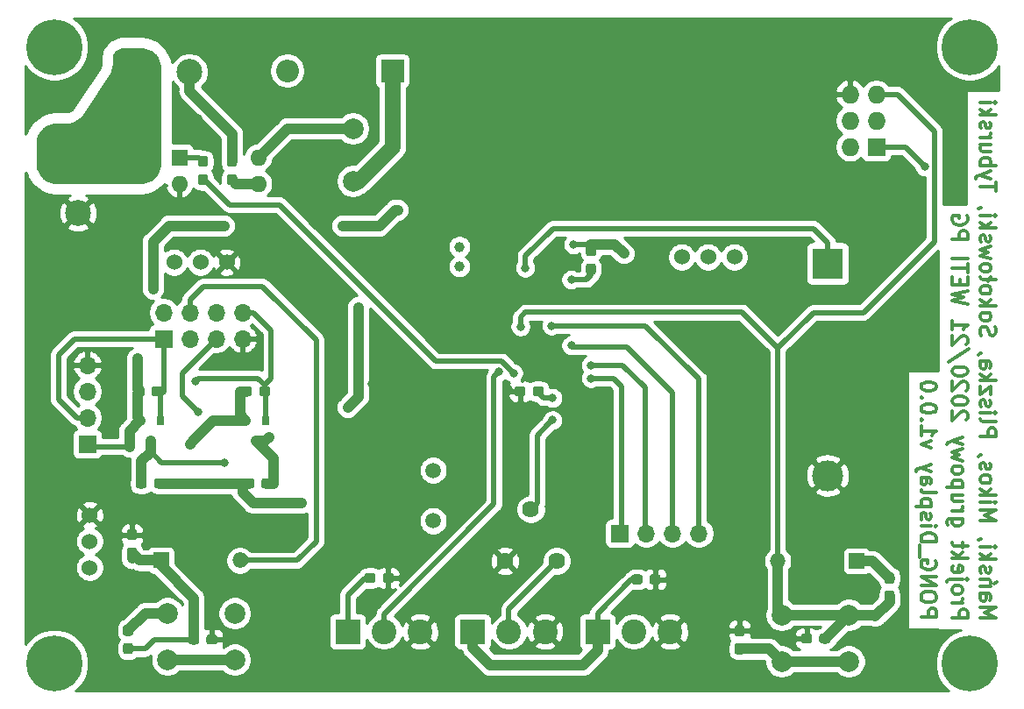
<source format=gbr>
G04 #@! TF.GenerationSoftware,KiCad,Pcbnew,(5.1.5)-3*
G04 #@! TF.CreationDate,2020-05-18T20:44:55+02:00*
G04 #@! TF.ProjectId,PONG_Display,504f4e47-5f44-4697-9370-6c61792e6b69,rev?*
G04 #@! TF.SameCoordinates,Original*
G04 #@! TF.FileFunction,Copper,L2,Bot*
G04 #@! TF.FilePolarity,Positive*
%FSLAX46Y46*%
G04 Gerber Fmt 4.6, Leading zero omitted, Abs format (unit mm)*
G04 Created by KiCad (PCBNEW (5.1.5)-3) date 2020-05-18 20:44:55*
%MOMM*%
%LPD*%
G04 APERTURE LIST*
%ADD10C,0.300000*%
%ADD11R,2.200000X2.200000*%
%ADD12O,2.200000X2.200000*%
%ADD13C,2.000000*%
%ADD14C,0.100000*%
%ADD15C,2.400000*%
%ADD16R,2.400000X2.400000*%
%ADD17R,1.700000X1.700000*%
%ADD18O,1.700000X1.700000*%
%ADD19C,1.000000*%
%ADD20C,1.524000*%
%ADD21C,1.620000*%
%ADD22R,2.500000X2.500000*%
%ADD23C,2.500000*%
%ADD24C,3.000000*%
%ADD25R,3.000000X3.000000*%
%ADD26R,1.500000X1.500000*%
%ADD27O,1.500000X1.500000*%
%ADD28C,0.800000*%
%ADD29C,5.400000*%
%ADD30R,1.600000X1.600000*%
%ADD31O,1.600000X1.600000*%
%ADD32C,1.500000*%
%ADD33R,0.800000X0.900000*%
%ADD34R,1.727200X1.727200*%
%ADD35O,1.727200X1.727200*%
%ADD36C,0.500000*%
%ADD37C,1.000000*%
%ADD38C,1.500000*%
%ADD39C,0.254000*%
G04 APERTURE END LIST*
D10*
X99821428Y-70071428D02*
X101321428Y-70071428D01*
X101321428Y-69500000D01*
X101250000Y-69357142D01*
X101178571Y-69285714D01*
X101035714Y-69214285D01*
X100821428Y-69214285D01*
X100678571Y-69285714D01*
X100607142Y-69357142D01*
X100535714Y-69500000D01*
X100535714Y-70071428D01*
X101321428Y-68285714D02*
X101321428Y-68000000D01*
X101250000Y-67857142D01*
X101107142Y-67714285D01*
X100821428Y-67642857D01*
X100321428Y-67642857D01*
X100035714Y-67714285D01*
X99892857Y-67857142D01*
X99821428Y-68000000D01*
X99821428Y-68285714D01*
X99892857Y-68428571D01*
X100035714Y-68571428D01*
X100321428Y-68642857D01*
X100821428Y-68642857D01*
X101107142Y-68571428D01*
X101250000Y-68428571D01*
X101321428Y-68285714D01*
X99821428Y-67000000D02*
X101321428Y-67000000D01*
X99821428Y-66142857D01*
X101321428Y-66142857D01*
X101250000Y-64642857D02*
X101321428Y-64785714D01*
X101321428Y-65000000D01*
X101250000Y-65214285D01*
X101107142Y-65357142D01*
X100964285Y-65428571D01*
X100678571Y-65500000D01*
X100464285Y-65500000D01*
X100178571Y-65428571D01*
X100035714Y-65357142D01*
X99892857Y-65214285D01*
X99821428Y-65000000D01*
X99821428Y-64857142D01*
X99892857Y-64642857D01*
X99964285Y-64571428D01*
X100464285Y-64571428D01*
X100464285Y-64857142D01*
X99678571Y-64285714D02*
X99678571Y-63142857D01*
X99821428Y-62785714D02*
X101321428Y-62785714D01*
X101321428Y-62428571D01*
X101250000Y-62214285D01*
X101107142Y-62071428D01*
X100964285Y-62000000D01*
X100678571Y-61928571D01*
X100464285Y-61928571D01*
X100178571Y-62000000D01*
X100035714Y-62071428D01*
X99892857Y-62214285D01*
X99821428Y-62428571D01*
X99821428Y-62785714D01*
X99821428Y-61285714D02*
X100821428Y-61285714D01*
X101321428Y-61285714D02*
X101250000Y-61357142D01*
X101178571Y-61285714D01*
X101250000Y-61214285D01*
X101321428Y-61285714D01*
X101178571Y-61285714D01*
X99892857Y-60642857D02*
X99821428Y-60500000D01*
X99821428Y-60214285D01*
X99892857Y-60071428D01*
X100035714Y-60000000D01*
X100107142Y-60000000D01*
X100250000Y-60071428D01*
X100321428Y-60214285D01*
X100321428Y-60428571D01*
X100392857Y-60571428D01*
X100535714Y-60642857D01*
X100607142Y-60642857D01*
X100750000Y-60571428D01*
X100821428Y-60428571D01*
X100821428Y-60214285D01*
X100750000Y-60071428D01*
X100821428Y-59357142D02*
X99321428Y-59357142D01*
X100750000Y-59357142D02*
X100821428Y-59214285D01*
X100821428Y-58928571D01*
X100750000Y-58785714D01*
X100678571Y-58714285D01*
X100535714Y-58642857D01*
X100107142Y-58642857D01*
X99964285Y-58714285D01*
X99892857Y-58785714D01*
X99821428Y-58928571D01*
X99821428Y-59214285D01*
X99892857Y-59357142D01*
X99821428Y-57785714D02*
X99892857Y-57928571D01*
X100035714Y-58000000D01*
X101321428Y-58000000D01*
X99821428Y-56571428D02*
X100607142Y-56571428D01*
X100750000Y-56642857D01*
X100821428Y-56785714D01*
X100821428Y-57071428D01*
X100750000Y-57214285D01*
X99892857Y-56571428D02*
X99821428Y-56714285D01*
X99821428Y-57071428D01*
X99892857Y-57214285D01*
X100035714Y-57285714D01*
X100178571Y-57285714D01*
X100321428Y-57214285D01*
X100392857Y-57071428D01*
X100392857Y-56714285D01*
X100464285Y-56571428D01*
X100821428Y-56000000D02*
X99821428Y-55642857D01*
X100821428Y-55285714D02*
X99821428Y-55642857D01*
X99464285Y-55785714D01*
X99392857Y-55857142D01*
X99321428Y-56000000D01*
X100821428Y-53714285D02*
X99821428Y-53357142D01*
X100821428Y-53000000D01*
X99821428Y-51642857D02*
X99821428Y-52500000D01*
X99821428Y-52071428D02*
X101321428Y-52071428D01*
X101107142Y-52214285D01*
X100964285Y-52357142D01*
X100892857Y-52500000D01*
X99964285Y-51000000D02*
X99892857Y-50928571D01*
X99821428Y-51000000D01*
X99892857Y-51071428D01*
X99964285Y-51000000D01*
X99821428Y-51000000D01*
X101321428Y-50000000D02*
X101321428Y-49857142D01*
X101250000Y-49714285D01*
X101178571Y-49642857D01*
X101035714Y-49571428D01*
X100750000Y-49500000D01*
X100392857Y-49500000D01*
X100107142Y-49571428D01*
X99964285Y-49642857D01*
X99892857Y-49714285D01*
X99821428Y-49857142D01*
X99821428Y-50000000D01*
X99892857Y-50142857D01*
X99964285Y-50214285D01*
X100107142Y-50285714D01*
X100392857Y-50357142D01*
X100750000Y-50357142D01*
X101035714Y-50285714D01*
X101178571Y-50214285D01*
X101250000Y-50142857D01*
X101321428Y-50000000D01*
X99964285Y-48857142D02*
X99892857Y-48785714D01*
X99821428Y-48857142D01*
X99892857Y-48928571D01*
X99964285Y-48857142D01*
X99821428Y-48857142D01*
X101321428Y-47857142D02*
X101321428Y-47714285D01*
X101250000Y-47571428D01*
X101178571Y-47500000D01*
X101035714Y-47428571D01*
X100750000Y-47357142D01*
X100392857Y-47357142D01*
X100107142Y-47428571D01*
X99964285Y-47500000D01*
X99892857Y-47571428D01*
X99821428Y-47714285D01*
X99821428Y-47857142D01*
X99892857Y-48000000D01*
X99964285Y-48071428D01*
X100107142Y-48142857D01*
X100392857Y-48214285D01*
X100750000Y-48214285D01*
X101035714Y-48142857D01*
X101178571Y-48071428D01*
X101250000Y-48000000D01*
X101321428Y-47857142D01*
X105571428Y-70142857D02*
X107071428Y-70142857D01*
X106000000Y-69642857D01*
X107071428Y-69142857D01*
X105571428Y-69142857D01*
X105571428Y-67785714D02*
X106357142Y-67785714D01*
X106500000Y-67857142D01*
X106571428Y-68000000D01*
X106571428Y-68285714D01*
X106500000Y-68428571D01*
X105642857Y-67785714D02*
X105571428Y-67928571D01*
X105571428Y-68285714D01*
X105642857Y-68428571D01*
X105785714Y-68500000D01*
X105928571Y-68500000D01*
X106071428Y-68428571D01*
X106142857Y-68285714D01*
X106142857Y-67928571D01*
X106214285Y-67785714D01*
X106571428Y-67071428D02*
X105571428Y-67071428D01*
X106428571Y-67071428D02*
X106500000Y-67000000D01*
X106571428Y-66857142D01*
X106571428Y-66642857D01*
X106500000Y-66500000D01*
X106357142Y-66428571D01*
X105571428Y-66428571D01*
X107142857Y-66642857D02*
X106928571Y-66857142D01*
X105642857Y-65785714D02*
X105571428Y-65642857D01*
X105571428Y-65357142D01*
X105642857Y-65214285D01*
X105785714Y-65142857D01*
X105857142Y-65142857D01*
X106000000Y-65214285D01*
X106071428Y-65357142D01*
X106071428Y-65571428D01*
X106142857Y-65714285D01*
X106285714Y-65785714D01*
X106357142Y-65785714D01*
X106500000Y-65714285D01*
X106571428Y-65571428D01*
X106571428Y-65357142D01*
X106500000Y-65214285D01*
X105571428Y-64500000D02*
X107071428Y-64500000D01*
X106142857Y-64357142D02*
X105571428Y-63928571D01*
X106571428Y-63928571D02*
X106000000Y-64500000D01*
X105571428Y-63285714D02*
X106571428Y-63285714D01*
X107071428Y-63285714D02*
X107000000Y-63357142D01*
X106928571Y-63285714D01*
X107000000Y-63214285D01*
X107071428Y-63285714D01*
X106928571Y-63285714D01*
X105642857Y-62500000D02*
X105571428Y-62500000D01*
X105428571Y-62571428D01*
X105357142Y-62642857D01*
X105571428Y-60714285D02*
X107071428Y-60714285D01*
X106000000Y-60214285D01*
X107071428Y-59714285D01*
X105571428Y-59714285D01*
X105571428Y-59000000D02*
X106571428Y-59000000D01*
X107071428Y-59000000D02*
X107000000Y-59071428D01*
X106928571Y-59000000D01*
X107000000Y-58928571D01*
X107071428Y-59000000D01*
X106928571Y-59000000D01*
X105571428Y-58285714D02*
X107071428Y-58285714D01*
X106142857Y-58142857D02*
X105571428Y-57714285D01*
X106571428Y-57714285D02*
X106000000Y-58285714D01*
X105571428Y-56857142D02*
X105642857Y-57000000D01*
X105714285Y-57071428D01*
X105857142Y-57142857D01*
X106285714Y-57142857D01*
X106428571Y-57071428D01*
X106500000Y-57000000D01*
X106571428Y-56857142D01*
X106571428Y-56642857D01*
X106500000Y-56500000D01*
X106428571Y-56428571D01*
X106285714Y-56357142D01*
X105857142Y-56357142D01*
X105714285Y-56428571D01*
X105642857Y-56500000D01*
X105571428Y-56642857D01*
X105571428Y-56857142D01*
X105642857Y-55785714D02*
X105571428Y-55642857D01*
X105571428Y-55357142D01*
X105642857Y-55214285D01*
X105785714Y-55142857D01*
X105857142Y-55142857D01*
X106000000Y-55214285D01*
X106071428Y-55357142D01*
X106071428Y-55571428D01*
X106142857Y-55714285D01*
X106285714Y-55785714D01*
X106357142Y-55785714D01*
X106500000Y-55714285D01*
X106571428Y-55571428D01*
X106571428Y-55357142D01*
X106500000Y-55214285D01*
X105642857Y-54428571D02*
X105571428Y-54428571D01*
X105428571Y-54499999D01*
X105357142Y-54571428D01*
X105571428Y-52642857D02*
X107071428Y-52642857D01*
X107071428Y-52071428D01*
X107000000Y-51928571D01*
X106928571Y-51857142D01*
X106785714Y-51785714D01*
X106571428Y-51785714D01*
X106428571Y-51857142D01*
X106357142Y-51928571D01*
X106285714Y-52071428D01*
X106285714Y-52642857D01*
X105571428Y-50928571D02*
X105642857Y-51071428D01*
X105785714Y-51142857D01*
X107071428Y-51142857D01*
X105571428Y-50357142D02*
X106571428Y-50357142D01*
X107071428Y-50357142D02*
X107000000Y-50428571D01*
X106928571Y-50357142D01*
X107000000Y-50285714D01*
X107071428Y-50357142D01*
X106928571Y-50357142D01*
X105642857Y-49714285D02*
X105571428Y-49571428D01*
X105571428Y-49285714D01*
X105642857Y-49142857D01*
X105785714Y-49071428D01*
X105857142Y-49071428D01*
X106000000Y-49142857D01*
X106071428Y-49285714D01*
X106071428Y-49499999D01*
X106142857Y-49642857D01*
X106285714Y-49714285D01*
X106357142Y-49714285D01*
X106500000Y-49642857D01*
X106571428Y-49499999D01*
X106571428Y-49285714D01*
X106500000Y-49142857D01*
X106571428Y-48571428D02*
X106571428Y-47785714D01*
X105571428Y-48571428D01*
X105571428Y-47785714D01*
X105571428Y-47214285D02*
X107071428Y-47214285D01*
X106142857Y-47071428D02*
X105571428Y-46642857D01*
X106571428Y-46642857D02*
X106000000Y-47214285D01*
X105571428Y-45357142D02*
X106357142Y-45357142D01*
X106500000Y-45428571D01*
X106571428Y-45571428D01*
X106571428Y-45857142D01*
X106500000Y-45999999D01*
X105642857Y-45357142D02*
X105571428Y-45499999D01*
X105571428Y-45857142D01*
X105642857Y-45999999D01*
X105785714Y-46071428D01*
X105928571Y-46071428D01*
X106071428Y-45999999D01*
X106142857Y-45857142D01*
X106142857Y-45499999D01*
X106214285Y-45357142D01*
X105642857Y-44571428D02*
X105571428Y-44571428D01*
X105428571Y-44642857D01*
X105357142Y-44714285D01*
X105642857Y-42857142D02*
X105571428Y-42642857D01*
X105571428Y-42285714D01*
X105642857Y-42142857D01*
X105714285Y-42071428D01*
X105857142Y-42000000D01*
X106000000Y-42000000D01*
X106142857Y-42071428D01*
X106214285Y-42142857D01*
X106285714Y-42285714D01*
X106357142Y-42571428D01*
X106428571Y-42714285D01*
X106500000Y-42785714D01*
X106642857Y-42857142D01*
X106785714Y-42857142D01*
X106928571Y-42785714D01*
X107000000Y-42714285D01*
X107071428Y-42571428D01*
X107071428Y-42214285D01*
X107000000Y-42000000D01*
X105571428Y-41142857D02*
X105642857Y-41285714D01*
X105714285Y-41357142D01*
X105857142Y-41428571D01*
X106285714Y-41428571D01*
X106428571Y-41357142D01*
X106500000Y-41285714D01*
X106571428Y-41142857D01*
X106571428Y-40928571D01*
X106500000Y-40785714D01*
X106428571Y-40714285D01*
X106285714Y-40642857D01*
X105857142Y-40642857D01*
X105714285Y-40714285D01*
X105642857Y-40785714D01*
X105571428Y-40928571D01*
X105571428Y-41142857D01*
X105571428Y-39999999D02*
X107071428Y-39999999D01*
X106142857Y-39857142D02*
X105571428Y-39428571D01*
X106571428Y-39428571D02*
X106000000Y-39999999D01*
X105571428Y-38571428D02*
X105642857Y-38714285D01*
X105714285Y-38785714D01*
X105857142Y-38857142D01*
X106285714Y-38857142D01*
X106428571Y-38785714D01*
X106500000Y-38714285D01*
X106571428Y-38571428D01*
X106571428Y-38357142D01*
X106500000Y-38214285D01*
X106428571Y-38142857D01*
X106285714Y-38071428D01*
X105857142Y-38071428D01*
X105714285Y-38142857D01*
X105642857Y-38214285D01*
X105571428Y-38357142D01*
X105571428Y-38571428D01*
X105571428Y-37214285D02*
X105642857Y-37357142D01*
X105785714Y-37428571D01*
X107071428Y-37428571D01*
X106285714Y-37642857D02*
X106571428Y-37214285D01*
X105571428Y-36428571D02*
X105642857Y-36571428D01*
X105714285Y-36642857D01*
X105857142Y-36714285D01*
X106285714Y-36714285D01*
X106428571Y-36642857D01*
X106500000Y-36571428D01*
X106571428Y-36428571D01*
X106571428Y-36214285D01*
X106500000Y-36071428D01*
X106428571Y-35999999D01*
X106285714Y-35928571D01*
X105857142Y-35928571D01*
X105714285Y-35999999D01*
X105642857Y-36071428D01*
X105571428Y-36214285D01*
X105571428Y-36428571D01*
X106571428Y-35428571D02*
X105571428Y-35142857D01*
X106285714Y-34857142D01*
X105571428Y-34571428D01*
X106571428Y-34285714D01*
X105642857Y-33785714D02*
X105571428Y-33642857D01*
X105571428Y-33357142D01*
X105642857Y-33214285D01*
X105785714Y-33142857D01*
X105857142Y-33142857D01*
X106000000Y-33214285D01*
X106071428Y-33357142D01*
X106071428Y-33571428D01*
X106142857Y-33714285D01*
X106285714Y-33785714D01*
X106357142Y-33785714D01*
X106500000Y-33714285D01*
X106571428Y-33571428D01*
X106571428Y-33357142D01*
X106500000Y-33214285D01*
X105571428Y-32499999D02*
X107071428Y-32499999D01*
X106142857Y-32357142D02*
X105571428Y-31928571D01*
X106571428Y-31928571D02*
X106000000Y-32499999D01*
X105571428Y-31285714D02*
X106571428Y-31285714D01*
X107071428Y-31285714D02*
X107000000Y-31357142D01*
X106928571Y-31285714D01*
X107000000Y-31214285D01*
X107071428Y-31285714D01*
X106928571Y-31285714D01*
X105642857Y-30499999D02*
X105571428Y-30499999D01*
X105428571Y-30571428D01*
X105357142Y-30642857D01*
X107071428Y-28928571D02*
X107071428Y-28071428D01*
X105571428Y-28499999D02*
X107071428Y-28499999D01*
X106571428Y-27714285D02*
X105571428Y-27357142D01*
X106571428Y-26999999D02*
X105571428Y-27357142D01*
X105214285Y-27499999D01*
X105142857Y-27571428D01*
X105071428Y-27714285D01*
X105571428Y-26428571D02*
X107071428Y-26428571D01*
X106500000Y-26428571D02*
X106571428Y-26285714D01*
X106571428Y-25999999D01*
X106500000Y-25857142D01*
X106428571Y-25785714D01*
X106285714Y-25714285D01*
X105857142Y-25714285D01*
X105714285Y-25785714D01*
X105642857Y-25857142D01*
X105571428Y-25999999D01*
X105571428Y-26285714D01*
X105642857Y-26428571D01*
X106571428Y-24428571D02*
X105571428Y-24428571D01*
X106571428Y-25071428D02*
X105785714Y-25071428D01*
X105642857Y-24999999D01*
X105571428Y-24857142D01*
X105571428Y-24642857D01*
X105642857Y-24499999D01*
X105714285Y-24428571D01*
X105571428Y-23714285D02*
X106571428Y-23714285D01*
X106285714Y-23714285D02*
X106428571Y-23642857D01*
X106500000Y-23571428D01*
X106571428Y-23428571D01*
X106571428Y-23285714D01*
X105642857Y-22857142D02*
X105571428Y-22714285D01*
X105571428Y-22428571D01*
X105642857Y-22285714D01*
X105785714Y-22214285D01*
X105857142Y-22214285D01*
X106000000Y-22285714D01*
X106071428Y-22428571D01*
X106071428Y-22642857D01*
X106142857Y-22785714D01*
X106285714Y-22857142D01*
X106357142Y-22857142D01*
X106500000Y-22785714D01*
X106571428Y-22642857D01*
X106571428Y-22428571D01*
X106500000Y-22285714D01*
X105571428Y-21571428D02*
X107071428Y-21571428D01*
X106142857Y-21428571D02*
X105571428Y-20999999D01*
X106571428Y-20999999D02*
X106000000Y-21571428D01*
X105571428Y-20357142D02*
X106571428Y-20357142D01*
X107071428Y-20357142D02*
X107000000Y-20428571D01*
X106928571Y-20357142D01*
X107000000Y-20285714D01*
X107071428Y-20357142D01*
X106928571Y-20357142D01*
X102821428Y-70178571D02*
X104321428Y-70178571D01*
X104321428Y-69607142D01*
X104250000Y-69464285D01*
X104178571Y-69392857D01*
X104035714Y-69321428D01*
X103821428Y-69321428D01*
X103678571Y-69392857D01*
X103607142Y-69464285D01*
X103535714Y-69607142D01*
X103535714Y-70178571D01*
X102821428Y-68678571D02*
X103821428Y-68678571D01*
X103535714Y-68678571D02*
X103678571Y-68607142D01*
X103750000Y-68535714D01*
X103821428Y-68392857D01*
X103821428Y-68250000D01*
X102821428Y-67535714D02*
X102892857Y-67678571D01*
X102964285Y-67750000D01*
X103107142Y-67821428D01*
X103535714Y-67821428D01*
X103678571Y-67750000D01*
X103750000Y-67678571D01*
X103821428Y-67535714D01*
X103821428Y-67321428D01*
X103750000Y-67178571D01*
X103678571Y-67107142D01*
X103535714Y-67035714D01*
X103107142Y-67035714D01*
X102964285Y-67107142D01*
X102892857Y-67178571D01*
X102821428Y-67321428D01*
X102821428Y-67535714D01*
X103821428Y-66392857D02*
X102535714Y-66392857D01*
X102392857Y-66464285D01*
X102321428Y-66607142D01*
X102321428Y-66678571D01*
X104321428Y-66392857D02*
X104250000Y-66464285D01*
X104178571Y-66392857D01*
X104250000Y-66321428D01*
X104321428Y-66392857D01*
X104178571Y-66392857D01*
X102892857Y-65107142D02*
X102821428Y-65250000D01*
X102821428Y-65535714D01*
X102892857Y-65678571D01*
X103035714Y-65750000D01*
X103607142Y-65750000D01*
X103750000Y-65678571D01*
X103821428Y-65535714D01*
X103821428Y-65250000D01*
X103750000Y-65107142D01*
X103607142Y-65035714D01*
X103464285Y-65035714D01*
X103321428Y-65750000D01*
X102821428Y-64392857D02*
X104321428Y-64392857D01*
X103392857Y-64250000D02*
X102821428Y-63821428D01*
X103821428Y-63821428D02*
X103250000Y-64392857D01*
X103821428Y-63392857D02*
X103821428Y-62821428D01*
X104321428Y-63178571D02*
X103035714Y-63178571D01*
X102892857Y-63107142D01*
X102821428Y-62964285D01*
X102821428Y-62821428D01*
X103821428Y-60535714D02*
X102607142Y-60535714D01*
X102464285Y-60607142D01*
X102392857Y-60678571D01*
X102321428Y-60821428D01*
X102321428Y-61035714D01*
X102392857Y-61178571D01*
X102892857Y-60535714D02*
X102821428Y-60678571D01*
X102821428Y-60964285D01*
X102892857Y-61107142D01*
X102964285Y-61178571D01*
X103107142Y-61250000D01*
X103535714Y-61250000D01*
X103678571Y-61178571D01*
X103750000Y-61107142D01*
X103821428Y-60964285D01*
X103821428Y-60678571D01*
X103750000Y-60535714D01*
X102821428Y-59821428D02*
X103821428Y-59821428D01*
X103535714Y-59821428D02*
X103678571Y-59750000D01*
X103750000Y-59678571D01*
X103821428Y-59535714D01*
X103821428Y-59392857D01*
X103821428Y-58250000D02*
X102821428Y-58250000D01*
X103821428Y-58892857D02*
X103035714Y-58892857D01*
X102892857Y-58821428D01*
X102821428Y-58678571D01*
X102821428Y-58464285D01*
X102892857Y-58321428D01*
X102964285Y-58250000D01*
X103821428Y-57535714D02*
X102321428Y-57535714D01*
X103750000Y-57535714D02*
X103821428Y-57392857D01*
X103821428Y-57107142D01*
X103750000Y-56964285D01*
X103678571Y-56892857D01*
X103535714Y-56821428D01*
X103107142Y-56821428D01*
X102964285Y-56892857D01*
X102892857Y-56964285D01*
X102821428Y-57107142D01*
X102821428Y-57392857D01*
X102892857Y-57535714D01*
X102821428Y-55964285D02*
X102892857Y-56107142D01*
X102964285Y-56178571D01*
X103107142Y-56250000D01*
X103535714Y-56250000D01*
X103678571Y-56178571D01*
X103750000Y-56107142D01*
X103821428Y-55964285D01*
X103821428Y-55750000D01*
X103750000Y-55607142D01*
X103678571Y-55535714D01*
X103535714Y-55464285D01*
X103107142Y-55464285D01*
X102964285Y-55535714D01*
X102892857Y-55607142D01*
X102821428Y-55750000D01*
X102821428Y-55964285D01*
X103821428Y-54964285D02*
X102821428Y-54678571D01*
X103535714Y-54392857D01*
X102821428Y-54107142D01*
X103821428Y-53821428D01*
X103821428Y-53392857D02*
X102821428Y-53035714D01*
X103821428Y-52678571D02*
X102821428Y-53035714D01*
X102464285Y-53178571D01*
X102392857Y-53250000D01*
X102321428Y-53392857D01*
X104178571Y-51035714D02*
X104250000Y-50964285D01*
X104321428Y-50821428D01*
X104321428Y-50464285D01*
X104250000Y-50321428D01*
X104178571Y-50250000D01*
X104035714Y-50178571D01*
X103892857Y-50178571D01*
X103678571Y-50250000D01*
X102821428Y-51107142D01*
X102821428Y-50178571D01*
X104321428Y-49250000D02*
X104321428Y-49107142D01*
X104250000Y-48964285D01*
X104178571Y-48892857D01*
X104035714Y-48821428D01*
X103750000Y-48750000D01*
X103392857Y-48750000D01*
X103107142Y-48821428D01*
X102964285Y-48892857D01*
X102892857Y-48964285D01*
X102821428Y-49107142D01*
X102821428Y-49250000D01*
X102892857Y-49392857D01*
X102964285Y-49464285D01*
X103107142Y-49535714D01*
X103392857Y-49607142D01*
X103750000Y-49607142D01*
X104035714Y-49535714D01*
X104178571Y-49464285D01*
X104250000Y-49392857D01*
X104321428Y-49250000D01*
X104178571Y-48178571D02*
X104250000Y-48107142D01*
X104321428Y-47964285D01*
X104321428Y-47607142D01*
X104250000Y-47464285D01*
X104178571Y-47392857D01*
X104035714Y-47321428D01*
X103892857Y-47321428D01*
X103678571Y-47392857D01*
X102821428Y-48250000D01*
X102821428Y-47321428D01*
X104321428Y-46392857D02*
X104321428Y-46250000D01*
X104250000Y-46107142D01*
X104178571Y-46035714D01*
X104035714Y-45964285D01*
X103750000Y-45892857D01*
X103392857Y-45892857D01*
X103107142Y-45964285D01*
X102964285Y-46035714D01*
X102892857Y-46107142D01*
X102821428Y-46250000D01*
X102821428Y-46392857D01*
X102892857Y-46535714D01*
X102964285Y-46607142D01*
X103107142Y-46678571D01*
X103392857Y-46750000D01*
X103750000Y-46750000D01*
X104035714Y-46678571D01*
X104178571Y-46607142D01*
X104250000Y-46535714D01*
X104321428Y-46392857D01*
X104392857Y-44178571D02*
X102464285Y-45464285D01*
X104178571Y-43750000D02*
X104250000Y-43678571D01*
X104321428Y-43535714D01*
X104321428Y-43178571D01*
X104250000Y-43035714D01*
X104178571Y-42964285D01*
X104035714Y-42892857D01*
X103892857Y-42892857D01*
X103678571Y-42964285D01*
X102821428Y-43821428D01*
X102821428Y-42892857D01*
X102821428Y-41464285D02*
X102821428Y-42321428D01*
X102821428Y-41892857D02*
X104321428Y-41892857D01*
X104107142Y-42035714D01*
X103964285Y-42178571D01*
X103892857Y-42321428D01*
X104321428Y-39821428D02*
X102821428Y-39464285D01*
X103892857Y-39178571D01*
X102821428Y-38892857D01*
X104321428Y-38535714D01*
X103607142Y-37964285D02*
X103607142Y-37464285D01*
X102821428Y-37250000D02*
X102821428Y-37964285D01*
X104321428Y-37964285D01*
X104321428Y-37250000D01*
X104321428Y-36821428D02*
X104321428Y-35964285D01*
X102821428Y-36392857D02*
X104321428Y-36392857D01*
X102821428Y-35464285D02*
X104321428Y-35464285D01*
X102821428Y-33607142D02*
X104321428Y-33607142D01*
X104321428Y-33035714D01*
X104250000Y-32892857D01*
X104178571Y-32821428D01*
X104035714Y-32750000D01*
X103821428Y-32750000D01*
X103678571Y-32821428D01*
X103607142Y-32892857D01*
X103535714Y-33035714D01*
X103535714Y-33607142D01*
X104250000Y-31321428D02*
X104321428Y-31464285D01*
X104321428Y-31678571D01*
X104250000Y-31892857D01*
X104107142Y-32035714D01*
X103964285Y-32107142D01*
X103678571Y-32178571D01*
X103464285Y-32178571D01*
X103178571Y-32107142D01*
X103035714Y-32035714D01*
X102892857Y-31892857D01*
X102821428Y-31678571D01*
X102821428Y-31535714D01*
X102892857Y-31321428D01*
X102964285Y-31250000D01*
X103464285Y-31250000D01*
X103464285Y-31535714D01*
D11*
X48768000Y-17272000D03*
D12*
X38608000Y-17272000D03*
D13*
X44958000Y-22860000D03*
X44958000Y-27940000D03*
G04 #@! TA.AperFunction,SMDPad,CuDef*
D14*
G36*
X36745779Y-47786144D02*
G01*
X36768834Y-47789563D01*
X36791443Y-47795227D01*
X36813387Y-47803079D01*
X36834457Y-47813044D01*
X36854448Y-47825026D01*
X36873168Y-47838910D01*
X36890438Y-47854562D01*
X36906090Y-47871832D01*
X36919974Y-47890552D01*
X36931956Y-47910543D01*
X36941921Y-47931613D01*
X36949773Y-47953557D01*
X36955437Y-47976166D01*
X36958856Y-47999221D01*
X36960000Y-48022500D01*
X36960000Y-48497500D01*
X36958856Y-48520779D01*
X36955437Y-48543834D01*
X36949773Y-48566443D01*
X36941921Y-48588387D01*
X36931956Y-48609457D01*
X36919974Y-48629448D01*
X36906090Y-48648168D01*
X36890438Y-48665438D01*
X36873168Y-48681090D01*
X36854448Y-48694974D01*
X36834457Y-48706956D01*
X36813387Y-48716921D01*
X36791443Y-48724773D01*
X36768834Y-48730437D01*
X36745779Y-48733856D01*
X36722500Y-48735000D01*
X36147500Y-48735000D01*
X36124221Y-48733856D01*
X36101166Y-48730437D01*
X36078557Y-48724773D01*
X36056613Y-48716921D01*
X36035543Y-48706956D01*
X36015552Y-48694974D01*
X35996832Y-48681090D01*
X35979562Y-48665438D01*
X35963910Y-48648168D01*
X35950026Y-48629448D01*
X35938044Y-48609457D01*
X35928079Y-48588387D01*
X35920227Y-48566443D01*
X35914563Y-48543834D01*
X35911144Y-48520779D01*
X35910000Y-48497500D01*
X35910000Y-48022500D01*
X35911144Y-47999221D01*
X35914563Y-47976166D01*
X35920227Y-47953557D01*
X35928079Y-47931613D01*
X35938044Y-47910543D01*
X35950026Y-47890552D01*
X35963910Y-47871832D01*
X35979562Y-47854562D01*
X35996832Y-47838910D01*
X36015552Y-47825026D01*
X36035543Y-47813044D01*
X36056613Y-47803079D01*
X36078557Y-47795227D01*
X36101166Y-47789563D01*
X36124221Y-47786144D01*
X36147500Y-47785000D01*
X36722500Y-47785000D01*
X36745779Y-47786144D01*
G37*
G04 #@! TD.AperFunction*
G04 #@! TA.AperFunction,SMDPad,CuDef*
G36*
X34995779Y-47786144D02*
G01*
X35018834Y-47789563D01*
X35041443Y-47795227D01*
X35063387Y-47803079D01*
X35084457Y-47813044D01*
X35104448Y-47825026D01*
X35123168Y-47838910D01*
X35140438Y-47854562D01*
X35156090Y-47871832D01*
X35169974Y-47890552D01*
X35181956Y-47910543D01*
X35191921Y-47931613D01*
X35199773Y-47953557D01*
X35205437Y-47976166D01*
X35208856Y-47999221D01*
X35210000Y-48022500D01*
X35210000Y-48497500D01*
X35208856Y-48520779D01*
X35205437Y-48543834D01*
X35199773Y-48566443D01*
X35191921Y-48588387D01*
X35181956Y-48609457D01*
X35169974Y-48629448D01*
X35156090Y-48648168D01*
X35140438Y-48665438D01*
X35123168Y-48681090D01*
X35104448Y-48694974D01*
X35084457Y-48706956D01*
X35063387Y-48716921D01*
X35041443Y-48724773D01*
X35018834Y-48730437D01*
X34995779Y-48733856D01*
X34972500Y-48735000D01*
X34397500Y-48735000D01*
X34374221Y-48733856D01*
X34351166Y-48730437D01*
X34328557Y-48724773D01*
X34306613Y-48716921D01*
X34285543Y-48706956D01*
X34265552Y-48694974D01*
X34246832Y-48681090D01*
X34229562Y-48665438D01*
X34213910Y-48648168D01*
X34200026Y-48629448D01*
X34188044Y-48609457D01*
X34178079Y-48588387D01*
X34170227Y-48566443D01*
X34164563Y-48543834D01*
X34161144Y-48520779D01*
X34160000Y-48497500D01*
X34160000Y-48022500D01*
X34161144Y-47999221D01*
X34164563Y-47976166D01*
X34170227Y-47953557D01*
X34178079Y-47931613D01*
X34188044Y-47910543D01*
X34200026Y-47890552D01*
X34213910Y-47871832D01*
X34229562Y-47854562D01*
X34246832Y-47838910D01*
X34265552Y-47825026D01*
X34285543Y-47813044D01*
X34306613Y-47803079D01*
X34328557Y-47795227D01*
X34351166Y-47789563D01*
X34374221Y-47786144D01*
X34397500Y-47785000D01*
X34972500Y-47785000D01*
X34995779Y-47786144D01*
G37*
G04 #@! TD.AperFunction*
D15*
X75580000Y-71470000D03*
X72080000Y-71470000D03*
D16*
X68580000Y-71470000D03*
D15*
X51450000Y-71470000D03*
X47950000Y-71470000D03*
D16*
X44450000Y-71470000D03*
D15*
X63515000Y-71470000D03*
X60015000Y-71470000D03*
D16*
X56515000Y-71470000D03*
D17*
X26670000Y-43180000D03*
D18*
X26670000Y-40640000D03*
X29210000Y-43180000D03*
X29210000Y-40640000D03*
X31750000Y-43180000D03*
X31750000Y-40640000D03*
X34290000Y-43180000D03*
X34290000Y-40640000D03*
D19*
X55245000Y-34290000D03*
X55245000Y-36190000D03*
D20*
X19534000Y-60198000D03*
X19534000Y-62738000D03*
X19534000Y-65278000D03*
X32766000Y-35790000D03*
X30226000Y-35790000D03*
X27686000Y-35790000D03*
X81788000Y-35282000D03*
X79248000Y-35282000D03*
X76708000Y-35282000D03*
D21*
X59643000Y-64643000D03*
X62143000Y-59643000D03*
X64643000Y-64643000D03*
D22*
X18415000Y-26035000D03*
D23*
X18415000Y-31035000D03*
D22*
X34163000Y-17399000D03*
D23*
X29163000Y-17399000D03*
X24163000Y-17399000D03*
D17*
X70739000Y-61976000D03*
D18*
X73279000Y-61976000D03*
X75819000Y-61976000D03*
X78359000Y-61976000D03*
D24*
X90805000Y-56400000D03*
D25*
X90805000Y-35910000D03*
G04 #@! TA.AperFunction,SMDPad,CuDef*
D14*
G36*
X30740779Y-27275144D02*
G01*
X30763834Y-27278563D01*
X30786443Y-27284227D01*
X30808387Y-27292079D01*
X30829457Y-27302044D01*
X30849448Y-27314026D01*
X30868168Y-27327910D01*
X30885438Y-27343562D01*
X30901090Y-27360832D01*
X30914974Y-27379552D01*
X30926956Y-27399543D01*
X30936921Y-27420613D01*
X30944773Y-27442557D01*
X30950437Y-27465166D01*
X30953856Y-27488221D01*
X30955000Y-27511500D01*
X30955000Y-28086500D01*
X30953856Y-28109779D01*
X30950437Y-28132834D01*
X30944773Y-28155443D01*
X30936921Y-28177387D01*
X30926956Y-28198457D01*
X30914974Y-28218448D01*
X30901090Y-28237168D01*
X30885438Y-28254438D01*
X30868168Y-28270090D01*
X30849448Y-28283974D01*
X30829457Y-28295956D01*
X30808387Y-28305921D01*
X30786443Y-28313773D01*
X30763834Y-28319437D01*
X30740779Y-28322856D01*
X30717500Y-28324000D01*
X30242500Y-28324000D01*
X30219221Y-28322856D01*
X30196166Y-28319437D01*
X30173557Y-28313773D01*
X30151613Y-28305921D01*
X30130543Y-28295956D01*
X30110552Y-28283974D01*
X30091832Y-28270090D01*
X30074562Y-28254438D01*
X30058910Y-28237168D01*
X30045026Y-28218448D01*
X30033044Y-28198457D01*
X30023079Y-28177387D01*
X30015227Y-28155443D01*
X30009563Y-28132834D01*
X30006144Y-28109779D01*
X30005000Y-28086500D01*
X30005000Y-27511500D01*
X30006144Y-27488221D01*
X30009563Y-27465166D01*
X30015227Y-27442557D01*
X30023079Y-27420613D01*
X30033044Y-27399543D01*
X30045026Y-27379552D01*
X30058910Y-27360832D01*
X30074562Y-27343562D01*
X30091832Y-27327910D01*
X30110552Y-27314026D01*
X30130543Y-27302044D01*
X30151613Y-27292079D01*
X30173557Y-27284227D01*
X30196166Y-27278563D01*
X30219221Y-27275144D01*
X30242500Y-27274000D01*
X30717500Y-27274000D01*
X30740779Y-27275144D01*
G37*
G04 #@! TD.AperFunction*
G04 #@! TA.AperFunction,SMDPad,CuDef*
G36*
X30740779Y-25525144D02*
G01*
X30763834Y-25528563D01*
X30786443Y-25534227D01*
X30808387Y-25542079D01*
X30829457Y-25552044D01*
X30849448Y-25564026D01*
X30868168Y-25577910D01*
X30885438Y-25593562D01*
X30901090Y-25610832D01*
X30914974Y-25629552D01*
X30926956Y-25649543D01*
X30936921Y-25670613D01*
X30944773Y-25692557D01*
X30950437Y-25715166D01*
X30953856Y-25738221D01*
X30955000Y-25761500D01*
X30955000Y-26336500D01*
X30953856Y-26359779D01*
X30950437Y-26382834D01*
X30944773Y-26405443D01*
X30936921Y-26427387D01*
X30926956Y-26448457D01*
X30914974Y-26468448D01*
X30901090Y-26487168D01*
X30885438Y-26504438D01*
X30868168Y-26520090D01*
X30849448Y-26533974D01*
X30829457Y-26545956D01*
X30808387Y-26555921D01*
X30786443Y-26563773D01*
X30763834Y-26569437D01*
X30740779Y-26572856D01*
X30717500Y-26574000D01*
X30242500Y-26574000D01*
X30219221Y-26572856D01*
X30196166Y-26569437D01*
X30173557Y-26563773D01*
X30151613Y-26555921D01*
X30130543Y-26545956D01*
X30110552Y-26533974D01*
X30091832Y-26520090D01*
X30074562Y-26504438D01*
X30058910Y-26487168D01*
X30045026Y-26468448D01*
X30033044Y-26448457D01*
X30023079Y-26427387D01*
X30015227Y-26405443D01*
X30009563Y-26382834D01*
X30006144Y-26359779D01*
X30005000Y-26336500D01*
X30005000Y-25761500D01*
X30006144Y-25738221D01*
X30009563Y-25715166D01*
X30015227Y-25692557D01*
X30023079Y-25670613D01*
X30033044Y-25649543D01*
X30045026Y-25629552D01*
X30058910Y-25610832D01*
X30074562Y-25593562D01*
X30091832Y-25577910D01*
X30110552Y-25564026D01*
X30130543Y-25552044D01*
X30151613Y-25542079D01*
X30173557Y-25534227D01*
X30196166Y-25528563D01*
X30219221Y-25525144D01*
X30242500Y-25524000D01*
X30717500Y-25524000D01*
X30740779Y-25525144D01*
G37*
G04 #@! TD.AperFunction*
D26*
X93599000Y-64643000D03*
D27*
X85979000Y-64643000D03*
X34036000Y-64579500D03*
D26*
X26416000Y-64579500D03*
D28*
X105952891Y-13554109D03*
X104521000Y-12961000D03*
X103089109Y-13554109D03*
X102496000Y-14986000D03*
X103089109Y-16417891D03*
X104521000Y-17011000D03*
X105952891Y-16417891D03*
X106546000Y-14986000D03*
D29*
X104521000Y-14986000D03*
X104521000Y-74549000D03*
D28*
X106546000Y-74549000D03*
X105952891Y-75980891D03*
X104521000Y-76574000D03*
X103089109Y-75980891D03*
X102496000Y-74549000D03*
X103089109Y-73117109D03*
X104521000Y-72524000D03*
X105952891Y-73117109D03*
X17553891Y-73117109D03*
X16122000Y-72524000D03*
X14690109Y-73117109D03*
X14097000Y-74549000D03*
X14690109Y-75980891D03*
X16122000Y-76574000D03*
X17553891Y-75980891D03*
X18147000Y-74549000D03*
D29*
X16122000Y-74549000D03*
X16129000Y-14986000D03*
D28*
X18154000Y-14986000D03*
X17560891Y-16417891D03*
X16129000Y-17011000D03*
X14697109Y-16417891D03*
X14104000Y-14986000D03*
X14697109Y-13554109D03*
X16129000Y-12961000D03*
X17560891Y-13554109D03*
D18*
X19304000Y-45720000D03*
X19304000Y-48260000D03*
X19304000Y-50800000D03*
D17*
X19304000Y-53340000D03*
D13*
X92860000Y-69850000D03*
X92860000Y-74350000D03*
X86360000Y-69850000D03*
X86360000Y-74350000D03*
X27051000Y-74192000D03*
X27051000Y-69692000D03*
X33551000Y-74192000D03*
X33551000Y-69692000D03*
D30*
X28194000Y-25654000D03*
D31*
X35814000Y-28194000D03*
X28194000Y-28194000D03*
X35814000Y-25654000D03*
D32*
X52705000Y-55880000D03*
X52705000Y-60760000D03*
D33*
X25400000Y-53070000D03*
X26350000Y-51070000D03*
X24450000Y-51070000D03*
X34610000Y-51070000D03*
X36510000Y-51070000D03*
X35560000Y-53070000D03*
G04 #@! TA.AperFunction,SMDPad,CuDef*
D14*
G36*
X61411779Y-47786144D02*
G01*
X61434834Y-47789563D01*
X61457443Y-47795227D01*
X61479387Y-47803079D01*
X61500457Y-47813044D01*
X61520448Y-47825026D01*
X61539168Y-47838910D01*
X61556438Y-47854562D01*
X61572090Y-47871832D01*
X61585974Y-47890552D01*
X61597956Y-47910543D01*
X61607921Y-47931613D01*
X61615773Y-47953557D01*
X61621437Y-47976166D01*
X61624856Y-47999221D01*
X61626000Y-48022500D01*
X61626000Y-48497500D01*
X61624856Y-48520779D01*
X61621437Y-48543834D01*
X61615773Y-48566443D01*
X61607921Y-48588387D01*
X61597956Y-48609457D01*
X61585974Y-48629448D01*
X61572090Y-48648168D01*
X61556438Y-48665438D01*
X61539168Y-48681090D01*
X61520448Y-48694974D01*
X61500457Y-48706956D01*
X61479387Y-48716921D01*
X61457443Y-48724773D01*
X61434834Y-48730437D01*
X61411779Y-48733856D01*
X61388500Y-48735000D01*
X60813500Y-48735000D01*
X60790221Y-48733856D01*
X60767166Y-48730437D01*
X60744557Y-48724773D01*
X60722613Y-48716921D01*
X60701543Y-48706956D01*
X60681552Y-48694974D01*
X60662832Y-48681090D01*
X60645562Y-48665438D01*
X60629910Y-48648168D01*
X60616026Y-48629448D01*
X60604044Y-48609457D01*
X60594079Y-48588387D01*
X60586227Y-48566443D01*
X60580563Y-48543834D01*
X60577144Y-48520779D01*
X60576000Y-48497500D01*
X60576000Y-48022500D01*
X60577144Y-47999221D01*
X60580563Y-47976166D01*
X60586227Y-47953557D01*
X60594079Y-47931613D01*
X60604044Y-47910543D01*
X60616026Y-47890552D01*
X60629910Y-47871832D01*
X60645562Y-47854562D01*
X60662832Y-47838910D01*
X60681552Y-47825026D01*
X60701543Y-47813044D01*
X60722613Y-47803079D01*
X60744557Y-47795227D01*
X60767166Y-47789563D01*
X60790221Y-47786144D01*
X60813500Y-47785000D01*
X61388500Y-47785000D01*
X61411779Y-47786144D01*
G37*
G04 #@! TD.AperFunction*
G04 #@! TA.AperFunction,SMDPad,CuDef*
G36*
X63161779Y-47786144D02*
G01*
X63184834Y-47789563D01*
X63207443Y-47795227D01*
X63229387Y-47803079D01*
X63250457Y-47813044D01*
X63270448Y-47825026D01*
X63289168Y-47838910D01*
X63306438Y-47854562D01*
X63322090Y-47871832D01*
X63335974Y-47890552D01*
X63347956Y-47910543D01*
X63357921Y-47931613D01*
X63365773Y-47953557D01*
X63371437Y-47976166D01*
X63374856Y-47999221D01*
X63376000Y-48022500D01*
X63376000Y-48497500D01*
X63374856Y-48520779D01*
X63371437Y-48543834D01*
X63365773Y-48566443D01*
X63357921Y-48588387D01*
X63347956Y-48609457D01*
X63335974Y-48629448D01*
X63322090Y-48648168D01*
X63306438Y-48665438D01*
X63289168Y-48681090D01*
X63270448Y-48694974D01*
X63250457Y-48706956D01*
X63229387Y-48716921D01*
X63207443Y-48724773D01*
X63184834Y-48730437D01*
X63161779Y-48733856D01*
X63138500Y-48735000D01*
X62563500Y-48735000D01*
X62540221Y-48733856D01*
X62517166Y-48730437D01*
X62494557Y-48724773D01*
X62472613Y-48716921D01*
X62451543Y-48706956D01*
X62431552Y-48694974D01*
X62412832Y-48681090D01*
X62395562Y-48665438D01*
X62379910Y-48648168D01*
X62366026Y-48629448D01*
X62354044Y-48609457D01*
X62344079Y-48588387D01*
X62336227Y-48566443D01*
X62330563Y-48543834D01*
X62327144Y-48520779D01*
X62326000Y-48497500D01*
X62326000Y-48022500D01*
X62327144Y-47999221D01*
X62330563Y-47976166D01*
X62336227Y-47953557D01*
X62344079Y-47931613D01*
X62354044Y-47910543D01*
X62366026Y-47890552D01*
X62379910Y-47871832D01*
X62395562Y-47854562D01*
X62412832Y-47838910D01*
X62431552Y-47825026D01*
X62451543Y-47813044D01*
X62472613Y-47803079D01*
X62494557Y-47795227D01*
X62517166Y-47789563D01*
X62540221Y-47786144D01*
X62563500Y-47785000D01*
X63138500Y-47785000D01*
X63161779Y-47786144D01*
G37*
G04 #@! TD.AperFunction*
G04 #@! TA.AperFunction,SMDPad,CuDef*
G36*
X48683779Y-65820144D02*
G01*
X48706834Y-65823563D01*
X48729443Y-65829227D01*
X48751387Y-65837079D01*
X48772457Y-65847044D01*
X48792448Y-65859026D01*
X48811168Y-65872910D01*
X48828438Y-65888562D01*
X48844090Y-65905832D01*
X48857974Y-65924552D01*
X48869956Y-65944543D01*
X48879921Y-65965613D01*
X48887773Y-65987557D01*
X48893437Y-66010166D01*
X48896856Y-66033221D01*
X48898000Y-66056500D01*
X48898000Y-66531500D01*
X48896856Y-66554779D01*
X48893437Y-66577834D01*
X48887773Y-66600443D01*
X48879921Y-66622387D01*
X48869956Y-66643457D01*
X48857974Y-66663448D01*
X48844090Y-66682168D01*
X48828438Y-66699438D01*
X48811168Y-66715090D01*
X48792448Y-66728974D01*
X48772457Y-66740956D01*
X48751387Y-66750921D01*
X48729443Y-66758773D01*
X48706834Y-66764437D01*
X48683779Y-66767856D01*
X48660500Y-66769000D01*
X48085500Y-66769000D01*
X48062221Y-66767856D01*
X48039166Y-66764437D01*
X48016557Y-66758773D01*
X47994613Y-66750921D01*
X47973543Y-66740956D01*
X47953552Y-66728974D01*
X47934832Y-66715090D01*
X47917562Y-66699438D01*
X47901910Y-66682168D01*
X47888026Y-66663448D01*
X47876044Y-66643457D01*
X47866079Y-66622387D01*
X47858227Y-66600443D01*
X47852563Y-66577834D01*
X47849144Y-66554779D01*
X47848000Y-66531500D01*
X47848000Y-66056500D01*
X47849144Y-66033221D01*
X47852563Y-66010166D01*
X47858227Y-65987557D01*
X47866079Y-65965613D01*
X47876044Y-65944543D01*
X47888026Y-65924552D01*
X47901910Y-65905832D01*
X47917562Y-65888562D01*
X47934832Y-65872910D01*
X47953552Y-65859026D01*
X47973543Y-65847044D01*
X47994613Y-65837079D01*
X48016557Y-65829227D01*
X48039166Y-65823563D01*
X48062221Y-65820144D01*
X48085500Y-65819000D01*
X48660500Y-65819000D01*
X48683779Y-65820144D01*
G37*
G04 #@! TD.AperFunction*
G04 #@! TA.AperFunction,SMDPad,CuDef*
G36*
X46933779Y-65820144D02*
G01*
X46956834Y-65823563D01*
X46979443Y-65829227D01*
X47001387Y-65837079D01*
X47022457Y-65847044D01*
X47042448Y-65859026D01*
X47061168Y-65872910D01*
X47078438Y-65888562D01*
X47094090Y-65905832D01*
X47107974Y-65924552D01*
X47119956Y-65944543D01*
X47129921Y-65965613D01*
X47137773Y-65987557D01*
X47143437Y-66010166D01*
X47146856Y-66033221D01*
X47148000Y-66056500D01*
X47148000Y-66531500D01*
X47146856Y-66554779D01*
X47143437Y-66577834D01*
X47137773Y-66600443D01*
X47129921Y-66622387D01*
X47119956Y-66643457D01*
X47107974Y-66663448D01*
X47094090Y-66682168D01*
X47078438Y-66699438D01*
X47061168Y-66715090D01*
X47042448Y-66728974D01*
X47022457Y-66740956D01*
X47001387Y-66750921D01*
X46979443Y-66758773D01*
X46956834Y-66764437D01*
X46933779Y-66767856D01*
X46910500Y-66769000D01*
X46335500Y-66769000D01*
X46312221Y-66767856D01*
X46289166Y-66764437D01*
X46266557Y-66758773D01*
X46244613Y-66750921D01*
X46223543Y-66740956D01*
X46203552Y-66728974D01*
X46184832Y-66715090D01*
X46167562Y-66699438D01*
X46151910Y-66682168D01*
X46138026Y-66663448D01*
X46126044Y-66643457D01*
X46116079Y-66622387D01*
X46108227Y-66600443D01*
X46102563Y-66577834D01*
X46099144Y-66554779D01*
X46098000Y-66531500D01*
X46098000Y-66056500D01*
X46099144Y-66033221D01*
X46102563Y-66010166D01*
X46108227Y-65987557D01*
X46116079Y-65965613D01*
X46126044Y-65944543D01*
X46138026Y-65924552D01*
X46151910Y-65905832D01*
X46167562Y-65888562D01*
X46184832Y-65872910D01*
X46203552Y-65859026D01*
X46223543Y-65847044D01*
X46244613Y-65837079D01*
X46266557Y-65829227D01*
X46289166Y-65823563D01*
X46312221Y-65820144D01*
X46335500Y-65819000D01*
X46910500Y-65819000D01*
X46933779Y-65820144D01*
G37*
G04 #@! TD.AperFunction*
G04 #@! TA.AperFunction,SMDPad,CuDef*
G36*
X31651779Y-71758144D02*
G01*
X31674834Y-71761563D01*
X31697443Y-71767227D01*
X31719387Y-71775079D01*
X31740457Y-71785044D01*
X31760448Y-71797026D01*
X31779168Y-71810910D01*
X31796438Y-71826562D01*
X31812090Y-71843832D01*
X31825974Y-71862552D01*
X31837956Y-71882543D01*
X31847921Y-71903613D01*
X31855773Y-71925557D01*
X31861437Y-71948166D01*
X31864856Y-71971221D01*
X31866000Y-71994500D01*
X31866000Y-72469500D01*
X31864856Y-72492779D01*
X31861437Y-72515834D01*
X31855773Y-72538443D01*
X31847921Y-72560387D01*
X31837956Y-72581457D01*
X31825974Y-72601448D01*
X31812090Y-72620168D01*
X31796438Y-72637438D01*
X31779168Y-72653090D01*
X31760448Y-72666974D01*
X31740457Y-72678956D01*
X31719387Y-72688921D01*
X31697443Y-72696773D01*
X31674834Y-72702437D01*
X31651779Y-72705856D01*
X31628500Y-72707000D01*
X31053500Y-72707000D01*
X31030221Y-72705856D01*
X31007166Y-72702437D01*
X30984557Y-72696773D01*
X30962613Y-72688921D01*
X30941543Y-72678956D01*
X30921552Y-72666974D01*
X30902832Y-72653090D01*
X30885562Y-72637438D01*
X30869910Y-72620168D01*
X30856026Y-72601448D01*
X30844044Y-72581457D01*
X30834079Y-72560387D01*
X30826227Y-72538443D01*
X30820563Y-72515834D01*
X30817144Y-72492779D01*
X30816000Y-72469500D01*
X30816000Y-71994500D01*
X30817144Y-71971221D01*
X30820563Y-71948166D01*
X30826227Y-71925557D01*
X30834079Y-71903613D01*
X30844044Y-71882543D01*
X30856026Y-71862552D01*
X30869910Y-71843832D01*
X30885562Y-71826562D01*
X30902832Y-71810910D01*
X30921552Y-71797026D01*
X30941543Y-71785044D01*
X30962613Y-71775079D01*
X30984557Y-71767227D01*
X31007166Y-71761563D01*
X31030221Y-71758144D01*
X31053500Y-71757000D01*
X31628500Y-71757000D01*
X31651779Y-71758144D01*
G37*
G04 #@! TD.AperFunction*
G04 #@! TA.AperFunction,SMDPad,CuDef*
G36*
X29901779Y-71758144D02*
G01*
X29924834Y-71761563D01*
X29947443Y-71767227D01*
X29969387Y-71775079D01*
X29990457Y-71785044D01*
X30010448Y-71797026D01*
X30029168Y-71810910D01*
X30046438Y-71826562D01*
X30062090Y-71843832D01*
X30075974Y-71862552D01*
X30087956Y-71882543D01*
X30097921Y-71903613D01*
X30105773Y-71925557D01*
X30111437Y-71948166D01*
X30114856Y-71971221D01*
X30116000Y-71994500D01*
X30116000Y-72469500D01*
X30114856Y-72492779D01*
X30111437Y-72515834D01*
X30105773Y-72538443D01*
X30097921Y-72560387D01*
X30087956Y-72581457D01*
X30075974Y-72601448D01*
X30062090Y-72620168D01*
X30046438Y-72637438D01*
X30029168Y-72653090D01*
X30010448Y-72666974D01*
X29990457Y-72678956D01*
X29969387Y-72688921D01*
X29947443Y-72696773D01*
X29924834Y-72702437D01*
X29901779Y-72705856D01*
X29878500Y-72707000D01*
X29303500Y-72707000D01*
X29280221Y-72705856D01*
X29257166Y-72702437D01*
X29234557Y-72696773D01*
X29212613Y-72688921D01*
X29191543Y-72678956D01*
X29171552Y-72666974D01*
X29152832Y-72653090D01*
X29135562Y-72637438D01*
X29119910Y-72620168D01*
X29106026Y-72601448D01*
X29094044Y-72581457D01*
X29084079Y-72560387D01*
X29076227Y-72538443D01*
X29070563Y-72515834D01*
X29067144Y-72492779D01*
X29066000Y-72469500D01*
X29066000Y-71994500D01*
X29067144Y-71971221D01*
X29070563Y-71948166D01*
X29076227Y-71925557D01*
X29084079Y-71903613D01*
X29094044Y-71882543D01*
X29106026Y-71862552D01*
X29119910Y-71843832D01*
X29135562Y-71826562D01*
X29152832Y-71810910D01*
X29171552Y-71797026D01*
X29191543Y-71785044D01*
X29212613Y-71775079D01*
X29234557Y-71767227D01*
X29257166Y-71761563D01*
X29280221Y-71758144D01*
X29303500Y-71757000D01*
X29878500Y-71757000D01*
X29901779Y-71758144D01*
G37*
G04 #@! TD.AperFunction*
G04 #@! TA.AperFunction,SMDPad,CuDef*
G36*
X72700779Y-65947144D02*
G01*
X72723834Y-65950563D01*
X72746443Y-65956227D01*
X72768387Y-65964079D01*
X72789457Y-65974044D01*
X72809448Y-65986026D01*
X72828168Y-65999910D01*
X72845438Y-66015562D01*
X72861090Y-66032832D01*
X72874974Y-66051552D01*
X72886956Y-66071543D01*
X72896921Y-66092613D01*
X72904773Y-66114557D01*
X72910437Y-66137166D01*
X72913856Y-66160221D01*
X72915000Y-66183500D01*
X72915000Y-66658500D01*
X72913856Y-66681779D01*
X72910437Y-66704834D01*
X72904773Y-66727443D01*
X72896921Y-66749387D01*
X72886956Y-66770457D01*
X72874974Y-66790448D01*
X72861090Y-66809168D01*
X72845438Y-66826438D01*
X72828168Y-66842090D01*
X72809448Y-66855974D01*
X72789457Y-66867956D01*
X72768387Y-66877921D01*
X72746443Y-66885773D01*
X72723834Y-66891437D01*
X72700779Y-66894856D01*
X72677500Y-66896000D01*
X72102500Y-66896000D01*
X72079221Y-66894856D01*
X72056166Y-66891437D01*
X72033557Y-66885773D01*
X72011613Y-66877921D01*
X71990543Y-66867956D01*
X71970552Y-66855974D01*
X71951832Y-66842090D01*
X71934562Y-66826438D01*
X71918910Y-66809168D01*
X71905026Y-66790448D01*
X71893044Y-66770457D01*
X71883079Y-66749387D01*
X71875227Y-66727443D01*
X71869563Y-66704834D01*
X71866144Y-66681779D01*
X71865000Y-66658500D01*
X71865000Y-66183500D01*
X71866144Y-66160221D01*
X71869563Y-66137166D01*
X71875227Y-66114557D01*
X71883079Y-66092613D01*
X71893044Y-66071543D01*
X71905026Y-66051552D01*
X71918910Y-66032832D01*
X71934562Y-66015562D01*
X71951832Y-65999910D01*
X71970552Y-65986026D01*
X71990543Y-65974044D01*
X72011613Y-65964079D01*
X72033557Y-65956227D01*
X72056166Y-65950563D01*
X72079221Y-65947144D01*
X72102500Y-65946000D01*
X72677500Y-65946000D01*
X72700779Y-65947144D01*
G37*
G04 #@! TD.AperFunction*
G04 #@! TA.AperFunction,SMDPad,CuDef*
G36*
X74450779Y-65947144D02*
G01*
X74473834Y-65950563D01*
X74496443Y-65956227D01*
X74518387Y-65964079D01*
X74539457Y-65974044D01*
X74559448Y-65986026D01*
X74578168Y-65999910D01*
X74595438Y-66015562D01*
X74611090Y-66032832D01*
X74624974Y-66051552D01*
X74636956Y-66071543D01*
X74646921Y-66092613D01*
X74654773Y-66114557D01*
X74660437Y-66137166D01*
X74663856Y-66160221D01*
X74665000Y-66183500D01*
X74665000Y-66658500D01*
X74663856Y-66681779D01*
X74660437Y-66704834D01*
X74654773Y-66727443D01*
X74646921Y-66749387D01*
X74636956Y-66770457D01*
X74624974Y-66790448D01*
X74611090Y-66809168D01*
X74595438Y-66826438D01*
X74578168Y-66842090D01*
X74559448Y-66855974D01*
X74539457Y-66867956D01*
X74518387Y-66877921D01*
X74496443Y-66885773D01*
X74473834Y-66891437D01*
X74450779Y-66894856D01*
X74427500Y-66896000D01*
X73852500Y-66896000D01*
X73829221Y-66894856D01*
X73806166Y-66891437D01*
X73783557Y-66885773D01*
X73761613Y-66877921D01*
X73740543Y-66867956D01*
X73720552Y-66855974D01*
X73701832Y-66842090D01*
X73684562Y-66826438D01*
X73668910Y-66809168D01*
X73655026Y-66790448D01*
X73643044Y-66770457D01*
X73633079Y-66749387D01*
X73625227Y-66727443D01*
X73619563Y-66704834D01*
X73616144Y-66681779D01*
X73615000Y-66658500D01*
X73615000Y-66183500D01*
X73616144Y-66160221D01*
X73619563Y-66137166D01*
X73625227Y-66114557D01*
X73633079Y-66092613D01*
X73643044Y-66071543D01*
X73655026Y-66051552D01*
X73668910Y-66032832D01*
X73684562Y-66015562D01*
X73701832Y-65999910D01*
X73720552Y-65986026D01*
X73740543Y-65974044D01*
X73761613Y-65964079D01*
X73783557Y-65956227D01*
X73806166Y-65950563D01*
X73829221Y-65947144D01*
X73852500Y-65946000D01*
X74427500Y-65946000D01*
X74450779Y-65947144D01*
G37*
G04 #@! TD.AperFunction*
G04 #@! TA.AperFunction,SMDPad,CuDef*
G36*
X23882779Y-61593144D02*
G01*
X23905834Y-61596563D01*
X23928443Y-61602227D01*
X23950387Y-61610079D01*
X23971457Y-61620044D01*
X23991448Y-61632026D01*
X24010168Y-61645910D01*
X24027438Y-61661562D01*
X24043090Y-61678832D01*
X24056974Y-61697552D01*
X24068956Y-61717543D01*
X24078921Y-61738613D01*
X24086773Y-61760557D01*
X24092437Y-61783166D01*
X24095856Y-61806221D01*
X24097000Y-61829500D01*
X24097000Y-62404500D01*
X24095856Y-62427779D01*
X24092437Y-62450834D01*
X24086773Y-62473443D01*
X24078921Y-62495387D01*
X24068956Y-62516457D01*
X24056974Y-62536448D01*
X24043090Y-62555168D01*
X24027438Y-62572438D01*
X24010168Y-62588090D01*
X23991448Y-62601974D01*
X23971457Y-62613956D01*
X23950387Y-62623921D01*
X23928443Y-62631773D01*
X23905834Y-62637437D01*
X23882779Y-62640856D01*
X23859500Y-62642000D01*
X23384500Y-62642000D01*
X23361221Y-62640856D01*
X23338166Y-62637437D01*
X23315557Y-62631773D01*
X23293613Y-62623921D01*
X23272543Y-62613956D01*
X23252552Y-62601974D01*
X23233832Y-62588090D01*
X23216562Y-62572438D01*
X23200910Y-62555168D01*
X23187026Y-62536448D01*
X23175044Y-62516457D01*
X23165079Y-62495387D01*
X23157227Y-62473443D01*
X23151563Y-62450834D01*
X23148144Y-62427779D01*
X23147000Y-62404500D01*
X23147000Y-61829500D01*
X23148144Y-61806221D01*
X23151563Y-61783166D01*
X23157227Y-61760557D01*
X23165079Y-61738613D01*
X23175044Y-61717543D01*
X23187026Y-61697552D01*
X23200910Y-61678832D01*
X23216562Y-61661562D01*
X23233832Y-61645910D01*
X23252552Y-61632026D01*
X23272543Y-61620044D01*
X23293613Y-61610079D01*
X23315557Y-61602227D01*
X23338166Y-61596563D01*
X23361221Y-61593144D01*
X23384500Y-61592000D01*
X23859500Y-61592000D01*
X23882779Y-61593144D01*
G37*
G04 #@! TD.AperFunction*
G04 #@! TA.AperFunction,SMDPad,CuDef*
G36*
X23882779Y-63343144D02*
G01*
X23905834Y-63346563D01*
X23928443Y-63352227D01*
X23950387Y-63360079D01*
X23971457Y-63370044D01*
X23991448Y-63382026D01*
X24010168Y-63395910D01*
X24027438Y-63411562D01*
X24043090Y-63428832D01*
X24056974Y-63447552D01*
X24068956Y-63467543D01*
X24078921Y-63488613D01*
X24086773Y-63510557D01*
X24092437Y-63533166D01*
X24095856Y-63556221D01*
X24097000Y-63579500D01*
X24097000Y-64154500D01*
X24095856Y-64177779D01*
X24092437Y-64200834D01*
X24086773Y-64223443D01*
X24078921Y-64245387D01*
X24068956Y-64266457D01*
X24056974Y-64286448D01*
X24043090Y-64305168D01*
X24027438Y-64322438D01*
X24010168Y-64338090D01*
X23991448Y-64351974D01*
X23971457Y-64363956D01*
X23950387Y-64373921D01*
X23928443Y-64381773D01*
X23905834Y-64387437D01*
X23882779Y-64390856D01*
X23859500Y-64392000D01*
X23384500Y-64392000D01*
X23361221Y-64390856D01*
X23338166Y-64387437D01*
X23315557Y-64381773D01*
X23293613Y-64373921D01*
X23272543Y-64363956D01*
X23252552Y-64351974D01*
X23233832Y-64338090D01*
X23216562Y-64322438D01*
X23200910Y-64305168D01*
X23187026Y-64286448D01*
X23175044Y-64266457D01*
X23165079Y-64245387D01*
X23157227Y-64223443D01*
X23151563Y-64200834D01*
X23148144Y-64177779D01*
X23147000Y-64154500D01*
X23147000Y-63579500D01*
X23148144Y-63556221D01*
X23151563Y-63533166D01*
X23157227Y-63510557D01*
X23165079Y-63488613D01*
X23175044Y-63467543D01*
X23187026Y-63447552D01*
X23200910Y-63428832D01*
X23216562Y-63411562D01*
X23233832Y-63395910D01*
X23252552Y-63382026D01*
X23272543Y-63370044D01*
X23293613Y-63360079D01*
X23315557Y-63352227D01*
X23338166Y-63346563D01*
X23361221Y-63343144D01*
X23384500Y-63342000D01*
X23859500Y-63342000D01*
X23882779Y-63343144D01*
G37*
G04 #@! TD.AperFunction*
G04 #@! TA.AperFunction,SMDPad,CuDef*
G36*
X90833779Y-71662144D02*
G01*
X90856834Y-71665563D01*
X90879443Y-71671227D01*
X90901387Y-71679079D01*
X90922457Y-71689044D01*
X90942448Y-71701026D01*
X90961168Y-71714910D01*
X90978438Y-71730562D01*
X90994090Y-71747832D01*
X91007974Y-71766552D01*
X91019956Y-71786543D01*
X91029921Y-71807613D01*
X91037773Y-71829557D01*
X91043437Y-71852166D01*
X91046856Y-71875221D01*
X91048000Y-71898500D01*
X91048000Y-72373500D01*
X91046856Y-72396779D01*
X91043437Y-72419834D01*
X91037773Y-72442443D01*
X91029921Y-72464387D01*
X91019956Y-72485457D01*
X91007974Y-72505448D01*
X90994090Y-72524168D01*
X90978438Y-72541438D01*
X90961168Y-72557090D01*
X90942448Y-72570974D01*
X90922457Y-72582956D01*
X90901387Y-72592921D01*
X90879443Y-72600773D01*
X90856834Y-72606437D01*
X90833779Y-72609856D01*
X90810500Y-72611000D01*
X90235500Y-72611000D01*
X90212221Y-72609856D01*
X90189166Y-72606437D01*
X90166557Y-72600773D01*
X90144613Y-72592921D01*
X90123543Y-72582956D01*
X90103552Y-72570974D01*
X90084832Y-72557090D01*
X90067562Y-72541438D01*
X90051910Y-72524168D01*
X90038026Y-72505448D01*
X90026044Y-72485457D01*
X90016079Y-72464387D01*
X90008227Y-72442443D01*
X90002563Y-72419834D01*
X89999144Y-72396779D01*
X89998000Y-72373500D01*
X89998000Y-71898500D01*
X89999144Y-71875221D01*
X90002563Y-71852166D01*
X90008227Y-71829557D01*
X90016079Y-71807613D01*
X90026044Y-71786543D01*
X90038026Y-71766552D01*
X90051910Y-71747832D01*
X90067562Y-71730562D01*
X90084832Y-71714910D01*
X90103552Y-71701026D01*
X90123543Y-71689044D01*
X90144613Y-71679079D01*
X90166557Y-71671227D01*
X90189166Y-71665563D01*
X90212221Y-71662144D01*
X90235500Y-71661000D01*
X90810500Y-71661000D01*
X90833779Y-71662144D01*
G37*
G04 #@! TD.AperFunction*
G04 #@! TA.AperFunction,SMDPad,CuDef*
G36*
X89083779Y-71662144D02*
G01*
X89106834Y-71665563D01*
X89129443Y-71671227D01*
X89151387Y-71679079D01*
X89172457Y-71689044D01*
X89192448Y-71701026D01*
X89211168Y-71714910D01*
X89228438Y-71730562D01*
X89244090Y-71747832D01*
X89257974Y-71766552D01*
X89269956Y-71786543D01*
X89279921Y-71807613D01*
X89287773Y-71829557D01*
X89293437Y-71852166D01*
X89296856Y-71875221D01*
X89298000Y-71898500D01*
X89298000Y-72373500D01*
X89296856Y-72396779D01*
X89293437Y-72419834D01*
X89287773Y-72442443D01*
X89279921Y-72464387D01*
X89269956Y-72485457D01*
X89257974Y-72505448D01*
X89244090Y-72524168D01*
X89228438Y-72541438D01*
X89211168Y-72557090D01*
X89192448Y-72570974D01*
X89172457Y-72582956D01*
X89151387Y-72592921D01*
X89129443Y-72600773D01*
X89106834Y-72606437D01*
X89083779Y-72609856D01*
X89060500Y-72611000D01*
X88485500Y-72611000D01*
X88462221Y-72609856D01*
X88439166Y-72606437D01*
X88416557Y-72600773D01*
X88394613Y-72592921D01*
X88373543Y-72582956D01*
X88353552Y-72570974D01*
X88334832Y-72557090D01*
X88317562Y-72541438D01*
X88301910Y-72524168D01*
X88288026Y-72505448D01*
X88276044Y-72485457D01*
X88266079Y-72464387D01*
X88258227Y-72442443D01*
X88252563Y-72419834D01*
X88249144Y-72396779D01*
X88248000Y-72373500D01*
X88248000Y-71898500D01*
X88249144Y-71875221D01*
X88252563Y-71852166D01*
X88258227Y-71829557D01*
X88266079Y-71807613D01*
X88276044Y-71786543D01*
X88288026Y-71766552D01*
X88301910Y-71747832D01*
X88317562Y-71730562D01*
X88334832Y-71714910D01*
X88353552Y-71701026D01*
X88373543Y-71689044D01*
X88394613Y-71679079D01*
X88416557Y-71671227D01*
X88439166Y-71665563D01*
X88462221Y-71662144D01*
X88485500Y-71661000D01*
X89060500Y-71661000D01*
X89083779Y-71662144D01*
G37*
G04 #@! TD.AperFunction*
G04 #@! TA.AperFunction,SMDPad,CuDef*
G36*
X97034779Y-67534144D02*
G01*
X97057834Y-67537563D01*
X97080443Y-67543227D01*
X97102387Y-67551079D01*
X97123457Y-67561044D01*
X97143448Y-67573026D01*
X97162168Y-67586910D01*
X97179438Y-67602562D01*
X97195090Y-67619832D01*
X97208974Y-67638552D01*
X97220956Y-67658543D01*
X97230921Y-67679613D01*
X97238773Y-67701557D01*
X97244437Y-67724166D01*
X97247856Y-67747221D01*
X97249000Y-67770500D01*
X97249000Y-68345500D01*
X97247856Y-68368779D01*
X97244437Y-68391834D01*
X97238773Y-68414443D01*
X97230921Y-68436387D01*
X97220956Y-68457457D01*
X97208974Y-68477448D01*
X97195090Y-68496168D01*
X97179438Y-68513438D01*
X97162168Y-68529090D01*
X97143448Y-68542974D01*
X97123457Y-68554956D01*
X97102387Y-68564921D01*
X97080443Y-68572773D01*
X97057834Y-68578437D01*
X97034779Y-68581856D01*
X97011500Y-68583000D01*
X96536500Y-68583000D01*
X96513221Y-68581856D01*
X96490166Y-68578437D01*
X96467557Y-68572773D01*
X96445613Y-68564921D01*
X96424543Y-68554956D01*
X96404552Y-68542974D01*
X96385832Y-68529090D01*
X96368562Y-68513438D01*
X96352910Y-68496168D01*
X96339026Y-68477448D01*
X96327044Y-68457457D01*
X96317079Y-68436387D01*
X96309227Y-68414443D01*
X96303563Y-68391834D01*
X96300144Y-68368779D01*
X96299000Y-68345500D01*
X96299000Y-67770500D01*
X96300144Y-67747221D01*
X96303563Y-67724166D01*
X96309227Y-67701557D01*
X96317079Y-67679613D01*
X96327044Y-67658543D01*
X96339026Y-67638552D01*
X96352910Y-67619832D01*
X96368562Y-67602562D01*
X96385832Y-67586910D01*
X96404552Y-67573026D01*
X96424543Y-67561044D01*
X96445613Y-67551079D01*
X96467557Y-67543227D01*
X96490166Y-67537563D01*
X96513221Y-67534144D01*
X96536500Y-67533000D01*
X97011500Y-67533000D01*
X97034779Y-67534144D01*
G37*
G04 #@! TD.AperFunction*
G04 #@! TA.AperFunction,SMDPad,CuDef*
G36*
X97034779Y-65784144D02*
G01*
X97057834Y-65787563D01*
X97080443Y-65793227D01*
X97102387Y-65801079D01*
X97123457Y-65811044D01*
X97143448Y-65823026D01*
X97162168Y-65836910D01*
X97179438Y-65852562D01*
X97195090Y-65869832D01*
X97208974Y-65888552D01*
X97220956Y-65908543D01*
X97230921Y-65929613D01*
X97238773Y-65951557D01*
X97244437Y-65974166D01*
X97247856Y-65997221D01*
X97249000Y-66020500D01*
X97249000Y-66595500D01*
X97247856Y-66618779D01*
X97244437Y-66641834D01*
X97238773Y-66664443D01*
X97230921Y-66686387D01*
X97220956Y-66707457D01*
X97208974Y-66727448D01*
X97195090Y-66746168D01*
X97179438Y-66763438D01*
X97162168Y-66779090D01*
X97143448Y-66792974D01*
X97123457Y-66804956D01*
X97102387Y-66814921D01*
X97080443Y-66822773D01*
X97057834Y-66828437D01*
X97034779Y-66831856D01*
X97011500Y-66833000D01*
X96536500Y-66833000D01*
X96513221Y-66831856D01*
X96490166Y-66828437D01*
X96467557Y-66822773D01*
X96445613Y-66814921D01*
X96424543Y-66804956D01*
X96404552Y-66792974D01*
X96385832Y-66779090D01*
X96368562Y-66763438D01*
X96352910Y-66746168D01*
X96339026Y-66727448D01*
X96327044Y-66707457D01*
X96317079Y-66686387D01*
X96309227Y-66664443D01*
X96303563Y-66641834D01*
X96300144Y-66618779D01*
X96299000Y-66595500D01*
X96299000Y-66020500D01*
X96300144Y-65997221D01*
X96303563Y-65974166D01*
X96309227Y-65951557D01*
X96317079Y-65929613D01*
X96327044Y-65908543D01*
X96339026Y-65888552D01*
X96352910Y-65869832D01*
X96368562Y-65852562D01*
X96385832Y-65836910D01*
X96404552Y-65823026D01*
X96424543Y-65811044D01*
X96445613Y-65801079D01*
X96467557Y-65793227D01*
X96490166Y-65787563D01*
X96513221Y-65784144D01*
X96536500Y-65783000D01*
X97011500Y-65783000D01*
X97034779Y-65784144D01*
G37*
G04 #@! TD.AperFunction*
G04 #@! TA.AperFunction,SMDPad,CuDef*
G36*
X82556779Y-72614144D02*
G01*
X82579834Y-72617563D01*
X82602443Y-72623227D01*
X82624387Y-72631079D01*
X82645457Y-72641044D01*
X82665448Y-72653026D01*
X82684168Y-72666910D01*
X82701438Y-72682562D01*
X82717090Y-72699832D01*
X82730974Y-72718552D01*
X82742956Y-72738543D01*
X82752921Y-72759613D01*
X82760773Y-72781557D01*
X82766437Y-72804166D01*
X82769856Y-72827221D01*
X82771000Y-72850500D01*
X82771000Y-73425500D01*
X82769856Y-73448779D01*
X82766437Y-73471834D01*
X82760773Y-73494443D01*
X82752921Y-73516387D01*
X82742956Y-73537457D01*
X82730974Y-73557448D01*
X82717090Y-73576168D01*
X82701438Y-73593438D01*
X82684168Y-73609090D01*
X82665448Y-73622974D01*
X82645457Y-73634956D01*
X82624387Y-73644921D01*
X82602443Y-73652773D01*
X82579834Y-73658437D01*
X82556779Y-73661856D01*
X82533500Y-73663000D01*
X82058500Y-73663000D01*
X82035221Y-73661856D01*
X82012166Y-73658437D01*
X81989557Y-73652773D01*
X81967613Y-73644921D01*
X81946543Y-73634956D01*
X81926552Y-73622974D01*
X81907832Y-73609090D01*
X81890562Y-73593438D01*
X81874910Y-73576168D01*
X81861026Y-73557448D01*
X81849044Y-73537457D01*
X81839079Y-73516387D01*
X81831227Y-73494443D01*
X81825563Y-73471834D01*
X81822144Y-73448779D01*
X81821000Y-73425500D01*
X81821000Y-72850500D01*
X81822144Y-72827221D01*
X81825563Y-72804166D01*
X81831227Y-72781557D01*
X81839079Y-72759613D01*
X81849044Y-72738543D01*
X81861026Y-72718552D01*
X81874910Y-72699832D01*
X81890562Y-72682562D01*
X81907832Y-72666910D01*
X81926552Y-72653026D01*
X81946543Y-72641044D01*
X81967613Y-72631079D01*
X81989557Y-72623227D01*
X82012166Y-72617563D01*
X82035221Y-72614144D01*
X82058500Y-72613000D01*
X82533500Y-72613000D01*
X82556779Y-72614144D01*
G37*
G04 #@! TD.AperFunction*
G04 #@! TA.AperFunction,SMDPad,CuDef*
G36*
X82556779Y-70864144D02*
G01*
X82579834Y-70867563D01*
X82602443Y-70873227D01*
X82624387Y-70881079D01*
X82645457Y-70891044D01*
X82665448Y-70903026D01*
X82684168Y-70916910D01*
X82701438Y-70932562D01*
X82717090Y-70949832D01*
X82730974Y-70968552D01*
X82742956Y-70988543D01*
X82752921Y-71009613D01*
X82760773Y-71031557D01*
X82766437Y-71054166D01*
X82769856Y-71077221D01*
X82771000Y-71100500D01*
X82771000Y-71675500D01*
X82769856Y-71698779D01*
X82766437Y-71721834D01*
X82760773Y-71744443D01*
X82752921Y-71766387D01*
X82742956Y-71787457D01*
X82730974Y-71807448D01*
X82717090Y-71826168D01*
X82701438Y-71843438D01*
X82684168Y-71859090D01*
X82665448Y-71872974D01*
X82645457Y-71884956D01*
X82624387Y-71894921D01*
X82602443Y-71902773D01*
X82579834Y-71908437D01*
X82556779Y-71911856D01*
X82533500Y-71913000D01*
X82058500Y-71913000D01*
X82035221Y-71911856D01*
X82012166Y-71908437D01*
X81989557Y-71902773D01*
X81967613Y-71894921D01*
X81946543Y-71884956D01*
X81926552Y-71872974D01*
X81907832Y-71859090D01*
X81890562Y-71843438D01*
X81874910Y-71826168D01*
X81861026Y-71807448D01*
X81849044Y-71787457D01*
X81839079Y-71766387D01*
X81831227Y-71744443D01*
X81825563Y-71721834D01*
X81822144Y-71698779D01*
X81821000Y-71675500D01*
X81821000Y-71100500D01*
X81822144Y-71077221D01*
X81825563Y-71054166D01*
X81831227Y-71031557D01*
X81839079Y-71009613D01*
X81849044Y-70988543D01*
X81861026Y-70968552D01*
X81874910Y-70949832D01*
X81890562Y-70932562D01*
X81907832Y-70916910D01*
X81926552Y-70903026D01*
X81946543Y-70891044D01*
X81967613Y-70881079D01*
X81989557Y-70873227D01*
X82012166Y-70867563D01*
X82035221Y-70864144D01*
X82058500Y-70863000D01*
X82533500Y-70863000D01*
X82556779Y-70864144D01*
G37*
G04 #@! TD.AperFunction*
G04 #@! TA.AperFunction,SMDPad,CuDef*
G36*
X68205779Y-35911144D02*
G01*
X68228834Y-35914563D01*
X68251443Y-35920227D01*
X68273387Y-35928079D01*
X68294457Y-35938044D01*
X68314448Y-35950026D01*
X68333168Y-35963910D01*
X68350438Y-35979562D01*
X68366090Y-35996832D01*
X68379974Y-36015552D01*
X68391956Y-36035543D01*
X68401921Y-36056613D01*
X68409773Y-36078557D01*
X68415437Y-36101166D01*
X68418856Y-36124221D01*
X68420000Y-36147500D01*
X68420000Y-36722500D01*
X68418856Y-36745779D01*
X68415437Y-36768834D01*
X68409773Y-36791443D01*
X68401921Y-36813387D01*
X68391956Y-36834457D01*
X68379974Y-36854448D01*
X68366090Y-36873168D01*
X68350438Y-36890438D01*
X68333168Y-36906090D01*
X68314448Y-36919974D01*
X68294457Y-36931956D01*
X68273387Y-36941921D01*
X68251443Y-36949773D01*
X68228834Y-36955437D01*
X68205779Y-36958856D01*
X68182500Y-36960000D01*
X67707500Y-36960000D01*
X67684221Y-36958856D01*
X67661166Y-36955437D01*
X67638557Y-36949773D01*
X67616613Y-36941921D01*
X67595543Y-36931956D01*
X67575552Y-36919974D01*
X67556832Y-36906090D01*
X67539562Y-36890438D01*
X67523910Y-36873168D01*
X67510026Y-36854448D01*
X67498044Y-36834457D01*
X67488079Y-36813387D01*
X67480227Y-36791443D01*
X67474563Y-36768834D01*
X67471144Y-36745779D01*
X67470000Y-36722500D01*
X67470000Y-36147500D01*
X67471144Y-36124221D01*
X67474563Y-36101166D01*
X67480227Y-36078557D01*
X67488079Y-36056613D01*
X67498044Y-36035543D01*
X67510026Y-36015552D01*
X67523910Y-35996832D01*
X67539562Y-35979562D01*
X67556832Y-35963910D01*
X67575552Y-35950026D01*
X67595543Y-35938044D01*
X67616613Y-35928079D01*
X67638557Y-35920227D01*
X67661166Y-35914563D01*
X67684221Y-35911144D01*
X67707500Y-35910000D01*
X68182500Y-35910000D01*
X68205779Y-35911144D01*
G37*
G04 #@! TD.AperFunction*
G04 #@! TA.AperFunction,SMDPad,CuDef*
G36*
X68205779Y-34161144D02*
G01*
X68228834Y-34164563D01*
X68251443Y-34170227D01*
X68273387Y-34178079D01*
X68294457Y-34188044D01*
X68314448Y-34200026D01*
X68333168Y-34213910D01*
X68350438Y-34229562D01*
X68366090Y-34246832D01*
X68379974Y-34265552D01*
X68391956Y-34285543D01*
X68401921Y-34306613D01*
X68409773Y-34328557D01*
X68415437Y-34351166D01*
X68418856Y-34374221D01*
X68420000Y-34397500D01*
X68420000Y-34972500D01*
X68418856Y-34995779D01*
X68415437Y-35018834D01*
X68409773Y-35041443D01*
X68401921Y-35063387D01*
X68391956Y-35084457D01*
X68379974Y-35104448D01*
X68366090Y-35123168D01*
X68350438Y-35140438D01*
X68333168Y-35156090D01*
X68314448Y-35169974D01*
X68294457Y-35181956D01*
X68273387Y-35191921D01*
X68251443Y-35199773D01*
X68228834Y-35205437D01*
X68205779Y-35208856D01*
X68182500Y-35210000D01*
X67707500Y-35210000D01*
X67684221Y-35208856D01*
X67661166Y-35205437D01*
X67638557Y-35199773D01*
X67616613Y-35191921D01*
X67595543Y-35181956D01*
X67575552Y-35169974D01*
X67556832Y-35156090D01*
X67539562Y-35140438D01*
X67523910Y-35123168D01*
X67510026Y-35104448D01*
X67498044Y-35084457D01*
X67488079Y-35063387D01*
X67480227Y-35041443D01*
X67474563Y-35018834D01*
X67471144Y-34995779D01*
X67470000Y-34972500D01*
X67470000Y-34397500D01*
X67471144Y-34374221D01*
X67474563Y-34351166D01*
X67480227Y-34328557D01*
X67488079Y-34306613D01*
X67498044Y-34285543D01*
X67510026Y-34265552D01*
X67523910Y-34246832D01*
X67539562Y-34229562D01*
X67556832Y-34213910D01*
X67575552Y-34200026D01*
X67595543Y-34188044D01*
X67616613Y-34178079D01*
X67638557Y-34170227D01*
X67661166Y-34164563D01*
X67684221Y-34161144D01*
X67707500Y-34160000D01*
X68182500Y-34160000D01*
X68205779Y-34161144D01*
G37*
G04 #@! TD.AperFunction*
G04 #@! TA.AperFunction,SMDPad,CuDef*
G36*
X23501779Y-72583144D02*
G01*
X23524834Y-72586563D01*
X23547443Y-72592227D01*
X23569387Y-72600079D01*
X23590457Y-72610044D01*
X23610448Y-72622026D01*
X23629168Y-72635910D01*
X23646438Y-72651562D01*
X23662090Y-72668832D01*
X23675974Y-72687552D01*
X23687956Y-72707543D01*
X23697921Y-72728613D01*
X23705773Y-72750557D01*
X23711437Y-72773166D01*
X23714856Y-72796221D01*
X23716000Y-72819500D01*
X23716000Y-73394500D01*
X23714856Y-73417779D01*
X23711437Y-73440834D01*
X23705773Y-73463443D01*
X23697921Y-73485387D01*
X23687956Y-73506457D01*
X23675974Y-73526448D01*
X23662090Y-73545168D01*
X23646438Y-73562438D01*
X23629168Y-73578090D01*
X23610448Y-73591974D01*
X23590457Y-73603956D01*
X23569387Y-73613921D01*
X23547443Y-73621773D01*
X23524834Y-73627437D01*
X23501779Y-73630856D01*
X23478500Y-73632000D01*
X23003500Y-73632000D01*
X22980221Y-73630856D01*
X22957166Y-73627437D01*
X22934557Y-73621773D01*
X22912613Y-73613921D01*
X22891543Y-73603956D01*
X22871552Y-73591974D01*
X22852832Y-73578090D01*
X22835562Y-73562438D01*
X22819910Y-73545168D01*
X22806026Y-73526448D01*
X22794044Y-73506457D01*
X22784079Y-73485387D01*
X22776227Y-73463443D01*
X22770563Y-73440834D01*
X22767144Y-73417779D01*
X22766000Y-73394500D01*
X22766000Y-72819500D01*
X22767144Y-72796221D01*
X22770563Y-72773166D01*
X22776227Y-72750557D01*
X22784079Y-72728613D01*
X22794044Y-72707543D01*
X22806026Y-72687552D01*
X22819910Y-72668832D01*
X22835562Y-72651562D01*
X22852832Y-72635910D01*
X22871552Y-72622026D01*
X22891543Y-72610044D01*
X22912613Y-72600079D01*
X22934557Y-72592227D01*
X22957166Y-72586563D01*
X22980221Y-72583144D01*
X23003500Y-72582000D01*
X23478500Y-72582000D01*
X23501779Y-72583144D01*
G37*
G04 #@! TD.AperFunction*
G04 #@! TA.AperFunction,SMDPad,CuDef*
G36*
X23501779Y-70833144D02*
G01*
X23524834Y-70836563D01*
X23547443Y-70842227D01*
X23569387Y-70850079D01*
X23590457Y-70860044D01*
X23610448Y-70872026D01*
X23629168Y-70885910D01*
X23646438Y-70901562D01*
X23662090Y-70918832D01*
X23675974Y-70937552D01*
X23687956Y-70957543D01*
X23697921Y-70978613D01*
X23705773Y-71000557D01*
X23711437Y-71023166D01*
X23714856Y-71046221D01*
X23716000Y-71069500D01*
X23716000Y-71644500D01*
X23714856Y-71667779D01*
X23711437Y-71690834D01*
X23705773Y-71713443D01*
X23697921Y-71735387D01*
X23687956Y-71756457D01*
X23675974Y-71776448D01*
X23662090Y-71795168D01*
X23646438Y-71812438D01*
X23629168Y-71828090D01*
X23610448Y-71841974D01*
X23590457Y-71853956D01*
X23569387Y-71863921D01*
X23547443Y-71871773D01*
X23524834Y-71877437D01*
X23501779Y-71880856D01*
X23478500Y-71882000D01*
X23003500Y-71882000D01*
X22980221Y-71880856D01*
X22957166Y-71877437D01*
X22934557Y-71871773D01*
X22912613Y-71863921D01*
X22891543Y-71853956D01*
X22871552Y-71841974D01*
X22852832Y-71828090D01*
X22835562Y-71812438D01*
X22819910Y-71795168D01*
X22806026Y-71776448D01*
X22794044Y-71756457D01*
X22784079Y-71735387D01*
X22776227Y-71713443D01*
X22770563Y-71690834D01*
X22767144Y-71667779D01*
X22766000Y-71644500D01*
X22766000Y-71069500D01*
X22767144Y-71046221D01*
X22770563Y-71023166D01*
X22776227Y-71000557D01*
X22784079Y-70978613D01*
X22794044Y-70957543D01*
X22806026Y-70937552D01*
X22819910Y-70918832D01*
X22835562Y-70901562D01*
X22852832Y-70885910D01*
X22871552Y-70872026D01*
X22891543Y-70860044D01*
X22912613Y-70850079D01*
X22934557Y-70842227D01*
X22957166Y-70836563D01*
X22980221Y-70833144D01*
X23003500Y-70832000D01*
X23478500Y-70832000D01*
X23501779Y-70833144D01*
G37*
G04 #@! TD.AperFunction*
G04 #@! TA.AperFunction,SMDPad,CuDef*
G36*
X24618279Y-47786144D02*
G01*
X24641334Y-47789563D01*
X24663943Y-47795227D01*
X24685887Y-47803079D01*
X24706957Y-47813044D01*
X24726948Y-47825026D01*
X24745668Y-47838910D01*
X24762938Y-47854562D01*
X24778590Y-47871832D01*
X24792474Y-47890552D01*
X24804456Y-47910543D01*
X24814421Y-47931613D01*
X24822273Y-47953557D01*
X24827937Y-47976166D01*
X24831356Y-47999221D01*
X24832500Y-48022500D01*
X24832500Y-48497500D01*
X24831356Y-48520779D01*
X24827937Y-48543834D01*
X24822273Y-48566443D01*
X24814421Y-48588387D01*
X24804456Y-48609457D01*
X24792474Y-48629448D01*
X24778590Y-48648168D01*
X24762938Y-48665438D01*
X24745668Y-48681090D01*
X24726948Y-48694974D01*
X24706957Y-48706956D01*
X24685887Y-48716921D01*
X24663943Y-48724773D01*
X24641334Y-48730437D01*
X24618279Y-48733856D01*
X24595000Y-48735000D01*
X24020000Y-48735000D01*
X23996721Y-48733856D01*
X23973666Y-48730437D01*
X23951057Y-48724773D01*
X23929113Y-48716921D01*
X23908043Y-48706956D01*
X23888052Y-48694974D01*
X23869332Y-48681090D01*
X23852062Y-48665438D01*
X23836410Y-48648168D01*
X23822526Y-48629448D01*
X23810544Y-48609457D01*
X23800579Y-48588387D01*
X23792727Y-48566443D01*
X23787063Y-48543834D01*
X23783644Y-48520779D01*
X23782500Y-48497500D01*
X23782500Y-48022500D01*
X23783644Y-47999221D01*
X23787063Y-47976166D01*
X23792727Y-47953557D01*
X23800579Y-47931613D01*
X23810544Y-47910543D01*
X23822526Y-47890552D01*
X23836410Y-47871832D01*
X23852062Y-47854562D01*
X23869332Y-47838910D01*
X23888052Y-47825026D01*
X23908043Y-47813044D01*
X23929113Y-47803079D01*
X23951057Y-47795227D01*
X23973666Y-47789563D01*
X23996721Y-47786144D01*
X24020000Y-47785000D01*
X24595000Y-47785000D01*
X24618279Y-47786144D01*
G37*
G04 #@! TD.AperFunction*
G04 #@! TA.AperFunction,SMDPad,CuDef*
G36*
X26368279Y-47786144D02*
G01*
X26391334Y-47789563D01*
X26413943Y-47795227D01*
X26435887Y-47803079D01*
X26456957Y-47813044D01*
X26476948Y-47825026D01*
X26495668Y-47838910D01*
X26512938Y-47854562D01*
X26528590Y-47871832D01*
X26542474Y-47890552D01*
X26554456Y-47910543D01*
X26564421Y-47931613D01*
X26572273Y-47953557D01*
X26577937Y-47976166D01*
X26581356Y-47999221D01*
X26582500Y-48022500D01*
X26582500Y-48497500D01*
X26581356Y-48520779D01*
X26577937Y-48543834D01*
X26572273Y-48566443D01*
X26564421Y-48588387D01*
X26554456Y-48609457D01*
X26542474Y-48629448D01*
X26528590Y-48648168D01*
X26512938Y-48665438D01*
X26495668Y-48681090D01*
X26476948Y-48694974D01*
X26456957Y-48706956D01*
X26435887Y-48716921D01*
X26413943Y-48724773D01*
X26391334Y-48730437D01*
X26368279Y-48733856D01*
X26345000Y-48735000D01*
X25770000Y-48735000D01*
X25746721Y-48733856D01*
X25723666Y-48730437D01*
X25701057Y-48724773D01*
X25679113Y-48716921D01*
X25658043Y-48706956D01*
X25638052Y-48694974D01*
X25619332Y-48681090D01*
X25602062Y-48665438D01*
X25586410Y-48648168D01*
X25572526Y-48629448D01*
X25560544Y-48609457D01*
X25550579Y-48588387D01*
X25542727Y-48566443D01*
X25537063Y-48543834D01*
X25533644Y-48520779D01*
X25532500Y-48497500D01*
X25532500Y-48022500D01*
X25533644Y-47999221D01*
X25537063Y-47976166D01*
X25542727Y-47953557D01*
X25550579Y-47931613D01*
X25560544Y-47910543D01*
X25572526Y-47890552D01*
X25586410Y-47871832D01*
X25602062Y-47854562D01*
X25619332Y-47838910D01*
X25638052Y-47825026D01*
X25658043Y-47813044D01*
X25679113Y-47803079D01*
X25701057Y-47795227D01*
X25723666Y-47789563D01*
X25746721Y-47786144D01*
X25770000Y-47785000D01*
X26345000Y-47785000D01*
X26368279Y-47786144D01*
G37*
G04 #@! TD.AperFunction*
G04 #@! TA.AperFunction,SMDPad,CuDef*
G36*
X26585779Y-56676144D02*
G01*
X26608834Y-56679563D01*
X26631443Y-56685227D01*
X26653387Y-56693079D01*
X26674457Y-56703044D01*
X26694448Y-56715026D01*
X26713168Y-56728910D01*
X26730438Y-56744562D01*
X26746090Y-56761832D01*
X26759974Y-56780552D01*
X26771956Y-56800543D01*
X26781921Y-56821613D01*
X26789773Y-56843557D01*
X26795437Y-56866166D01*
X26798856Y-56889221D01*
X26800000Y-56912500D01*
X26800000Y-57387500D01*
X26798856Y-57410779D01*
X26795437Y-57433834D01*
X26789773Y-57456443D01*
X26781921Y-57478387D01*
X26771956Y-57499457D01*
X26759974Y-57519448D01*
X26746090Y-57538168D01*
X26730438Y-57555438D01*
X26713168Y-57571090D01*
X26694448Y-57584974D01*
X26674457Y-57596956D01*
X26653387Y-57606921D01*
X26631443Y-57614773D01*
X26608834Y-57620437D01*
X26585779Y-57623856D01*
X26562500Y-57625000D01*
X25987500Y-57625000D01*
X25964221Y-57623856D01*
X25941166Y-57620437D01*
X25918557Y-57614773D01*
X25896613Y-57606921D01*
X25875543Y-57596956D01*
X25855552Y-57584974D01*
X25836832Y-57571090D01*
X25819562Y-57555438D01*
X25803910Y-57538168D01*
X25790026Y-57519448D01*
X25778044Y-57499457D01*
X25768079Y-57478387D01*
X25760227Y-57456443D01*
X25754563Y-57433834D01*
X25751144Y-57410779D01*
X25750000Y-57387500D01*
X25750000Y-56912500D01*
X25751144Y-56889221D01*
X25754563Y-56866166D01*
X25760227Y-56843557D01*
X25768079Y-56821613D01*
X25778044Y-56800543D01*
X25790026Y-56780552D01*
X25803910Y-56761832D01*
X25819562Y-56744562D01*
X25836832Y-56728910D01*
X25855552Y-56715026D01*
X25875543Y-56703044D01*
X25896613Y-56693079D01*
X25918557Y-56685227D01*
X25941166Y-56679563D01*
X25964221Y-56676144D01*
X25987500Y-56675000D01*
X26562500Y-56675000D01*
X26585779Y-56676144D01*
G37*
G04 #@! TD.AperFunction*
G04 #@! TA.AperFunction,SMDPad,CuDef*
G36*
X24835779Y-56676144D02*
G01*
X24858834Y-56679563D01*
X24881443Y-56685227D01*
X24903387Y-56693079D01*
X24924457Y-56703044D01*
X24944448Y-56715026D01*
X24963168Y-56728910D01*
X24980438Y-56744562D01*
X24996090Y-56761832D01*
X25009974Y-56780552D01*
X25021956Y-56800543D01*
X25031921Y-56821613D01*
X25039773Y-56843557D01*
X25045437Y-56866166D01*
X25048856Y-56889221D01*
X25050000Y-56912500D01*
X25050000Y-57387500D01*
X25048856Y-57410779D01*
X25045437Y-57433834D01*
X25039773Y-57456443D01*
X25031921Y-57478387D01*
X25021956Y-57499457D01*
X25009974Y-57519448D01*
X24996090Y-57538168D01*
X24980438Y-57555438D01*
X24963168Y-57571090D01*
X24944448Y-57584974D01*
X24924457Y-57596956D01*
X24903387Y-57606921D01*
X24881443Y-57614773D01*
X24858834Y-57620437D01*
X24835779Y-57623856D01*
X24812500Y-57625000D01*
X24237500Y-57625000D01*
X24214221Y-57623856D01*
X24191166Y-57620437D01*
X24168557Y-57614773D01*
X24146613Y-57606921D01*
X24125543Y-57596956D01*
X24105552Y-57584974D01*
X24086832Y-57571090D01*
X24069562Y-57555438D01*
X24053910Y-57538168D01*
X24040026Y-57519448D01*
X24028044Y-57499457D01*
X24018079Y-57478387D01*
X24010227Y-57456443D01*
X24004563Y-57433834D01*
X24001144Y-57410779D01*
X24000000Y-57387500D01*
X24000000Y-56912500D01*
X24001144Y-56889221D01*
X24004563Y-56866166D01*
X24010227Y-56843557D01*
X24018079Y-56821613D01*
X24028044Y-56800543D01*
X24040026Y-56780552D01*
X24053910Y-56761832D01*
X24069562Y-56744562D01*
X24086832Y-56728910D01*
X24105552Y-56715026D01*
X24125543Y-56703044D01*
X24146613Y-56693079D01*
X24168557Y-56685227D01*
X24191166Y-56679563D01*
X24214221Y-56676144D01*
X24237500Y-56675000D01*
X24812500Y-56675000D01*
X24835779Y-56676144D01*
G37*
G04 #@! TD.AperFunction*
G04 #@! TA.AperFunction,SMDPad,CuDef*
G36*
X35213279Y-56676144D02*
G01*
X35236334Y-56679563D01*
X35258943Y-56685227D01*
X35280887Y-56693079D01*
X35301957Y-56703044D01*
X35321948Y-56715026D01*
X35340668Y-56728910D01*
X35357938Y-56744562D01*
X35373590Y-56761832D01*
X35387474Y-56780552D01*
X35399456Y-56800543D01*
X35409421Y-56821613D01*
X35417273Y-56843557D01*
X35422937Y-56866166D01*
X35426356Y-56889221D01*
X35427500Y-56912500D01*
X35427500Y-57387500D01*
X35426356Y-57410779D01*
X35422937Y-57433834D01*
X35417273Y-57456443D01*
X35409421Y-57478387D01*
X35399456Y-57499457D01*
X35387474Y-57519448D01*
X35373590Y-57538168D01*
X35357938Y-57555438D01*
X35340668Y-57571090D01*
X35321948Y-57584974D01*
X35301957Y-57596956D01*
X35280887Y-57606921D01*
X35258943Y-57614773D01*
X35236334Y-57620437D01*
X35213279Y-57623856D01*
X35190000Y-57625000D01*
X34615000Y-57625000D01*
X34591721Y-57623856D01*
X34568666Y-57620437D01*
X34546057Y-57614773D01*
X34524113Y-57606921D01*
X34503043Y-57596956D01*
X34483052Y-57584974D01*
X34464332Y-57571090D01*
X34447062Y-57555438D01*
X34431410Y-57538168D01*
X34417526Y-57519448D01*
X34405544Y-57499457D01*
X34395579Y-57478387D01*
X34387727Y-57456443D01*
X34382063Y-57433834D01*
X34378644Y-57410779D01*
X34377500Y-57387500D01*
X34377500Y-56912500D01*
X34378644Y-56889221D01*
X34382063Y-56866166D01*
X34387727Y-56843557D01*
X34395579Y-56821613D01*
X34405544Y-56800543D01*
X34417526Y-56780552D01*
X34431410Y-56761832D01*
X34447062Y-56744562D01*
X34464332Y-56728910D01*
X34483052Y-56715026D01*
X34503043Y-56703044D01*
X34524113Y-56693079D01*
X34546057Y-56685227D01*
X34568666Y-56679563D01*
X34591721Y-56676144D01*
X34615000Y-56675000D01*
X35190000Y-56675000D01*
X35213279Y-56676144D01*
G37*
G04 #@! TD.AperFunction*
G04 #@! TA.AperFunction,SMDPad,CuDef*
G36*
X36963279Y-56676144D02*
G01*
X36986334Y-56679563D01*
X37008943Y-56685227D01*
X37030887Y-56693079D01*
X37051957Y-56703044D01*
X37071948Y-56715026D01*
X37090668Y-56728910D01*
X37107938Y-56744562D01*
X37123590Y-56761832D01*
X37137474Y-56780552D01*
X37149456Y-56800543D01*
X37159421Y-56821613D01*
X37167273Y-56843557D01*
X37172937Y-56866166D01*
X37176356Y-56889221D01*
X37177500Y-56912500D01*
X37177500Y-57387500D01*
X37176356Y-57410779D01*
X37172937Y-57433834D01*
X37167273Y-57456443D01*
X37159421Y-57478387D01*
X37149456Y-57499457D01*
X37137474Y-57519448D01*
X37123590Y-57538168D01*
X37107938Y-57555438D01*
X37090668Y-57571090D01*
X37071948Y-57584974D01*
X37051957Y-57596956D01*
X37030887Y-57606921D01*
X37008943Y-57614773D01*
X36986334Y-57620437D01*
X36963279Y-57623856D01*
X36940000Y-57625000D01*
X36365000Y-57625000D01*
X36341721Y-57623856D01*
X36318666Y-57620437D01*
X36296057Y-57614773D01*
X36274113Y-57606921D01*
X36253043Y-57596956D01*
X36233052Y-57584974D01*
X36214332Y-57571090D01*
X36197062Y-57555438D01*
X36181410Y-57538168D01*
X36167526Y-57519448D01*
X36155544Y-57499457D01*
X36145579Y-57478387D01*
X36137727Y-57456443D01*
X36132063Y-57433834D01*
X36128644Y-57410779D01*
X36127500Y-57387500D01*
X36127500Y-56912500D01*
X36128644Y-56889221D01*
X36132063Y-56866166D01*
X36137727Y-56843557D01*
X36145579Y-56821613D01*
X36155544Y-56800543D01*
X36167526Y-56780552D01*
X36181410Y-56761832D01*
X36197062Y-56744562D01*
X36214332Y-56728910D01*
X36233052Y-56715026D01*
X36253043Y-56703044D01*
X36274113Y-56693079D01*
X36296057Y-56685227D01*
X36318666Y-56679563D01*
X36341721Y-56676144D01*
X36365000Y-56675000D01*
X36940000Y-56675000D01*
X36963279Y-56676144D01*
G37*
G04 #@! TD.AperFunction*
D34*
X95504000Y-24638000D03*
D35*
X92964000Y-24638000D03*
X95504000Y-22098000D03*
X92964000Y-22098000D03*
X95504000Y-19558000D03*
X92964000Y-19558000D03*
G04 #@! TA.AperFunction,SMDPad,CuDef*
D14*
G36*
X33534779Y-27275144D02*
G01*
X33557834Y-27278563D01*
X33580443Y-27284227D01*
X33602387Y-27292079D01*
X33623457Y-27302044D01*
X33643448Y-27314026D01*
X33662168Y-27327910D01*
X33679438Y-27343562D01*
X33695090Y-27360832D01*
X33708974Y-27379552D01*
X33720956Y-27399543D01*
X33730921Y-27420613D01*
X33738773Y-27442557D01*
X33744437Y-27465166D01*
X33747856Y-27488221D01*
X33749000Y-27511500D01*
X33749000Y-28086500D01*
X33747856Y-28109779D01*
X33744437Y-28132834D01*
X33738773Y-28155443D01*
X33730921Y-28177387D01*
X33720956Y-28198457D01*
X33708974Y-28218448D01*
X33695090Y-28237168D01*
X33679438Y-28254438D01*
X33662168Y-28270090D01*
X33643448Y-28283974D01*
X33623457Y-28295956D01*
X33602387Y-28305921D01*
X33580443Y-28313773D01*
X33557834Y-28319437D01*
X33534779Y-28322856D01*
X33511500Y-28324000D01*
X33036500Y-28324000D01*
X33013221Y-28322856D01*
X32990166Y-28319437D01*
X32967557Y-28313773D01*
X32945613Y-28305921D01*
X32924543Y-28295956D01*
X32904552Y-28283974D01*
X32885832Y-28270090D01*
X32868562Y-28254438D01*
X32852910Y-28237168D01*
X32839026Y-28218448D01*
X32827044Y-28198457D01*
X32817079Y-28177387D01*
X32809227Y-28155443D01*
X32803563Y-28132834D01*
X32800144Y-28109779D01*
X32799000Y-28086500D01*
X32799000Y-27511500D01*
X32800144Y-27488221D01*
X32803563Y-27465166D01*
X32809227Y-27442557D01*
X32817079Y-27420613D01*
X32827044Y-27399543D01*
X32839026Y-27379552D01*
X32852910Y-27360832D01*
X32868562Y-27343562D01*
X32885832Y-27327910D01*
X32904552Y-27314026D01*
X32924543Y-27302044D01*
X32945613Y-27292079D01*
X32967557Y-27284227D01*
X32990166Y-27278563D01*
X33013221Y-27275144D01*
X33036500Y-27274000D01*
X33511500Y-27274000D01*
X33534779Y-27275144D01*
G37*
G04 #@! TD.AperFunction*
G04 #@! TA.AperFunction,SMDPad,CuDef*
G36*
X33534779Y-25525144D02*
G01*
X33557834Y-25528563D01*
X33580443Y-25534227D01*
X33602387Y-25542079D01*
X33623457Y-25552044D01*
X33643448Y-25564026D01*
X33662168Y-25577910D01*
X33679438Y-25593562D01*
X33695090Y-25610832D01*
X33708974Y-25629552D01*
X33720956Y-25649543D01*
X33730921Y-25670613D01*
X33738773Y-25692557D01*
X33744437Y-25715166D01*
X33747856Y-25738221D01*
X33749000Y-25761500D01*
X33749000Y-26336500D01*
X33747856Y-26359779D01*
X33744437Y-26382834D01*
X33738773Y-26405443D01*
X33730921Y-26427387D01*
X33720956Y-26448457D01*
X33708974Y-26468448D01*
X33695090Y-26487168D01*
X33679438Y-26504438D01*
X33662168Y-26520090D01*
X33643448Y-26533974D01*
X33623457Y-26545956D01*
X33602387Y-26555921D01*
X33580443Y-26563773D01*
X33557834Y-26569437D01*
X33534779Y-26572856D01*
X33511500Y-26574000D01*
X33036500Y-26574000D01*
X33013221Y-26572856D01*
X32990166Y-26569437D01*
X32967557Y-26563773D01*
X32945613Y-26555921D01*
X32924543Y-26545956D01*
X32904552Y-26533974D01*
X32885832Y-26520090D01*
X32868562Y-26504438D01*
X32852910Y-26487168D01*
X32839026Y-26468448D01*
X32827044Y-26448457D01*
X32817079Y-26427387D01*
X32809227Y-26405443D01*
X32803563Y-26382834D01*
X32800144Y-26359779D01*
X32799000Y-26336500D01*
X32799000Y-25761500D01*
X32800144Y-25738221D01*
X32803563Y-25715166D01*
X32809227Y-25692557D01*
X32817079Y-25670613D01*
X32827044Y-25649543D01*
X32839026Y-25629552D01*
X32852910Y-25610832D01*
X32868562Y-25593562D01*
X32885832Y-25577910D01*
X32904552Y-25564026D01*
X32924543Y-25552044D01*
X32945613Y-25542079D01*
X32967557Y-25534227D01*
X32990166Y-25528563D01*
X33013221Y-25525144D01*
X33036500Y-25524000D01*
X33511500Y-25524000D01*
X33534779Y-25525144D01*
G37*
G04 #@! TD.AperFunction*
D28*
X38290500Y-35750500D03*
X41592500Y-35750500D03*
X35560000Y-23368000D03*
X55118000Y-42418000D03*
X56750000Y-37750000D03*
X46750000Y-47500000D03*
X43500000Y-43500000D03*
X69500000Y-38250000D03*
X94234000Y-27432000D03*
X97750000Y-75000000D03*
X82250000Y-75000000D03*
X65750000Y-71500000D03*
X53750000Y-71750000D03*
X78000000Y-71750000D03*
X21500000Y-75750000D03*
X15000000Y-69500000D03*
X37750000Y-62000000D03*
X18000000Y-35560000D03*
X27500000Y-38354000D03*
X29972000Y-21844000D03*
X61966000Y-22242000D03*
X84582000Y-39624000D03*
X98250000Y-44500000D03*
X81250000Y-47250000D03*
X72500000Y-64250000D03*
X68500000Y-59000000D03*
X56642000Y-64770000D03*
X49750000Y-58250000D03*
X41000000Y-71750000D03*
X89500000Y-61500000D03*
X30000000Y-61750000D03*
X82550000Y-20066000D03*
X50292000Y-32512000D03*
X15250000Y-19500000D03*
X59436000Y-17272000D03*
X19304000Y-41148000D03*
X69342000Y-48514000D03*
X50800000Y-25654000D03*
X75946000Y-28194000D03*
X59944000Y-48006000D03*
X55372000Y-46482000D03*
X66040000Y-28956000D03*
X38608000Y-75438000D03*
X41656000Y-30226000D03*
X32004000Y-26924000D03*
X61594988Y-36322000D03*
X66257500Y-34072500D03*
X71120000Y-34925000D03*
X40005000Y-59055000D03*
X45466000Y-40132000D03*
X44449996Y-49784000D03*
X24130000Y-45085000D03*
X23368000Y-53594000D03*
X29210000Y-53340000D03*
X25654000Y-38354000D03*
X32512000Y-32258000D03*
X43942001Y-32257999D03*
X49276000Y-30734000D03*
X64218421Y-48895000D03*
X61145000Y-42009990D03*
X59055000Y-46355000D03*
X100203000Y-26543000D03*
X67945000Y-46990000D03*
X67945000Y-45720000D03*
X66040000Y-43815000D03*
X64135000Y-41910000D03*
X29993351Y-50242408D03*
X60452000Y-46482000D03*
X66040000Y-37465000D03*
X64227832Y-51047646D03*
X29718000Y-47244000D03*
X32511994Y-55118000D03*
X36830000Y-52705000D03*
X20320000Y-20320000D03*
X21590000Y-20320000D03*
X22860000Y-20320000D03*
X24130000Y-20320000D03*
X25400000Y-20320000D03*
X21590000Y-21590000D03*
X22860000Y-21590000D03*
X24130000Y-21590000D03*
X25400000Y-21590000D03*
X25400000Y-22860000D03*
X24130000Y-22860000D03*
X22860000Y-22860000D03*
X21590000Y-22860000D03*
X20320000Y-22860000D03*
X19050000Y-22860000D03*
X17780000Y-22860000D03*
X16510000Y-22860000D03*
X25400000Y-24130000D03*
X24130000Y-24130000D03*
X22860000Y-24130000D03*
X21590000Y-24130000D03*
X21590000Y-25400000D03*
X22860000Y-25400000D03*
X24130000Y-25400000D03*
X25400000Y-25400000D03*
X25400000Y-26670000D03*
X24130000Y-26670000D03*
X22860000Y-26670000D03*
X21590000Y-26670000D03*
X21590000Y-19050000D03*
X25400000Y-19050000D03*
X15240000Y-24130000D03*
X15240000Y-25400000D03*
X15240000Y-26670000D03*
X22225000Y-15875000D03*
X16510000Y-24130000D03*
X17780000Y-24130000D03*
X19050000Y-24130000D03*
X20320000Y-24130000D03*
X20320000Y-25400000D03*
X16510000Y-25400000D03*
X16510000Y-26670000D03*
X22860000Y-19050000D03*
X20325000Y-26650000D03*
D36*
X60198000Y-48260000D02*
X59944000Y-48006000D01*
X61214000Y-48260000D02*
X60198000Y-48260000D01*
X64262000Y-32512000D02*
X61594988Y-35179012D01*
X89407000Y-32512000D02*
X64262000Y-32512000D01*
X90805000Y-35910000D02*
X90805000Y-33910000D01*
X61594988Y-35179012D02*
X61594988Y-36322000D01*
X90805000Y-33910000D02*
X89407000Y-32512000D01*
D37*
X29163000Y-19257000D02*
X29163000Y-17399000D01*
X33274000Y-26049000D02*
X33274000Y-23368000D01*
X33274000Y-23368000D02*
X29163000Y-19257000D01*
D10*
X67945000Y-34072500D02*
X66892500Y-34072500D01*
D36*
X66257500Y-34072500D02*
X67945000Y-34072500D01*
D37*
X26887500Y-57150000D02*
X34290000Y-57150000D01*
X34902500Y-57150000D02*
X34290000Y-57150000D01*
X26275000Y-57150000D02*
X26887500Y-57150000D01*
X67945000Y-34685000D02*
X67945000Y-34072500D01*
X95109000Y-64643000D02*
X96774000Y-66308000D01*
X93599000Y-64643000D02*
X95109000Y-64643000D01*
D36*
X68580000Y-69706000D02*
X68580000Y-71470000D01*
X72390000Y-66421000D02*
X71865000Y-66421000D01*
X71865000Y-66421000D02*
X68580000Y-69706000D01*
D37*
X35320000Y-59055000D02*
X40005000Y-59055000D01*
X34290000Y-57150000D02*
X34290000Y-58025000D01*
X34290000Y-58025000D02*
X35320000Y-59055000D01*
X68580000Y-73279000D02*
X68580000Y-71470000D01*
X67183000Y-74676000D02*
X68580000Y-73279000D01*
X58166000Y-74676000D02*
X67183000Y-74676000D01*
X56515000Y-71470000D02*
X56515000Y-73025000D01*
X56515000Y-73025000D02*
X58166000Y-74676000D01*
X70231000Y-34036000D02*
X71120000Y-34925000D01*
X67945000Y-34072500D02*
X67981500Y-34036000D01*
X67981500Y-34036000D02*
X70231000Y-34036000D01*
X45466000Y-48767996D02*
X44449996Y-49784000D01*
X45466000Y-40132000D02*
X45466000Y-48767996D01*
D36*
X44450000Y-69770000D02*
X44450000Y-71470000D01*
X44450000Y-67942000D02*
X44450000Y-69770000D01*
X46098000Y-66294000D02*
X44450000Y-67942000D01*
X46623000Y-66294000D02*
X46098000Y-66294000D01*
D37*
X38608000Y-22860000D02*
X44958000Y-22860000D01*
X35814000Y-25654000D02*
X38608000Y-22860000D01*
X34072500Y-50532500D02*
X34610000Y-51070000D01*
X34072500Y-48260000D02*
X34072500Y-50532500D01*
X34685000Y-48260000D02*
X34072500Y-48260000D01*
D36*
X23716000Y-73107000D02*
X23730000Y-73121000D01*
X23241000Y-73107000D02*
X23716000Y-73107000D01*
X23730000Y-73121000D02*
X24892000Y-73121000D01*
X25781000Y-72232000D02*
X29591000Y-72232000D01*
X24892000Y-73121000D02*
X25781000Y-72232000D01*
D37*
X24130000Y-48082500D02*
X24307500Y-48260000D01*
X24130000Y-45085000D02*
X24130000Y-48082500D01*
X29591000Y-71757000D02*
X29591000Y-72232000D01*
X29591000Y-68267000D02*
X29591000Y-71757000D01*
X26416000Y-64579500D02*
X26416000Y-65092000D01*
X26416000Y-65092000D02*
X29591000Y-68267000D01*
X23368000Y-52070000D02*
X23368000Y-53594000D01*
X24450000Y-51070000D02*
X24368000Y-51070000D01*
X24368000Y-51070000D02*
X23368000Y-52070000D01*
X24334500Y-64579500D02*
X23622000Y-63867000D01*
X26416000Y-64579500D02*
X24334500Y-64579500D01*
X23622000Y-64392000D02*
X23622000Y-63867000D01*
X34610000Y-51070000D02*
X31480000Y-51070000D01*
X31480000Y-51070000D02*
X29609999Y-52940001D01*
X29609999Y-52940001D02*
X29210000Y-53340000D01*
D36*
X19558000Y-53594000D02*
X19304000Y-53340000D01*
X23368000Y-53594000D02*
X19558000Y-53594000D01*
D37*
X27178000Y-32258000D02*
X32512000Y-32258000D01*
X25654000Y-38354000D02*
X25654000Y-33782000D01*
X25654000Y-33782000D02*
X27178000Y-32258000D01*
X24130000Y-50750000D02*
X24450000Y-51070000D01*
X24307500Y-48260000D02*
X24130000Y-48437500D01*
X24130000Y-48437500D02*
X24130000Y-50750000D01*
X49022000Y-30734000D02*
X49276000Y-30734000D01*
X47498000Y-32258000D02*
X49022000Y-30734000D01*
X43942001Y-32257999D02*
X43942002Y-32258000D01*
X43942002Y-32258000D02*
X47498000Y-32258000D01*
D36*
X63373000Y-48895000D02*
X64218421Y-48895000D01*
X62738000Y-48260000D02*
X63373000Y-48895000D01*
D37*
X96774000Y-68583000D02*
X95380000Y-69977000D01*
X96774000Y-68058000D02*
X96774000Y-68583000D01*
X95253000Y-69850000D02*
X92860000Y-69850000D01*
X95380000Y-69977000D02*
X95253000Y-69850000D01*
X90574000Y-72136000D02*
X92860000Y-69850000D01*
X90523000Y-72136000D02*
X90574000Y-72136000D01*
X86360000Y-69850000D02*
X92860000Y-69850000D01*
X85979000Y-69469000D02*
X86360000Y-69850000D01*
X85979000Y-64643000D02*
X85979000Y-69469000D01*
D36*
X85979000Y-44069000D02*
X85979000Y-64643000D01*
X82519999Y-40609999D02*
X85979000Y-44069000D01*
X61625001Y-40609999D02*
X82519999Y-40609999D01*
X61145000Y-42009990D02*
X61145000Y-41090000D01*
X61145000Y-41090000D02*
X61625001Y-40609999D01*
X97536000Y-19558000D02*
X101092000Y-23114000D01*
X95504000Y-19558000D02*
X97536000Y-19558000D01*
X101092000Y-23114000D02*
X101092000Y-33782000D01*
X101092000Y-33782000D02*
X94234000Y-40640000D01*
X89408000Y-40640000D02*
X85979000Y-44069000D01*
X94234000Y-40640000D02*
X89408000Y-40640000D01*
D37*
X24906000Y-69692000D02*
X27051000Y-69692000D01*
X23241000Y-71357000D02*
X24906000Y-69692000D01*
X34417000Y-64579500D02*
X34036000Y-64579500D01*
D36*
X29210000Y-39370000D02*
X30480000Y-38100000D01*
X29210000Y-40640000D02*
X29210000Y-39370000D01*
X30480000Y-38100000D02*
X36195000Y-38100000D01*
X36195000Y-38100000D02*
X41402000Y-43307000D01*
X41402000Y-43307000D02*
X41402000Y-62738000D01*
X39560500Y-64579500D02*
X34036000Y-64579500D01*
X41402000Y-62738000D02*
X39560500Y-64579500D01*
X60015000Y-69271000D02*
X64643000Y-64643000D01*
X60015000Y-71470000D02*
X60015000Y-69271000D01*
X47950000Y-71470000D02*
X47950000Y-69772944D01*
X47950000Y-69772944D02*
X58566140Y-59156804D01*
X58566140Y-59156804D02*
X58566140Y-46843860D01*
X58566140Y-46843860D02*
X58655001Y-46754999D01*
X58655001Y-46754999D02*
X59055000Y-46355000D01*
X95504000Y-24638000D02*
X98298000Y-24638000D01*
X99803001Y-26143001D02*
X100203000Y-26543000D01*
X98298000Y-24638000D02*
X99803001Y-26143001D01*
X70866000Y-61849000D02*
X70866000Y-59690000D01*
X70739000Y-61976000D02*
X70866000Y-61849000D01*
X70104000Y-46990000D02*
X67945000Y-46990000D01*
X70866000Y-60706000D02*
X70866000Y-47752000D01*
X70866000Y-47752000D02*
X70104000Y-46990000D01*
X73152000Y-61849000D02*
X73279000Y-61976000D01*
X73152000Y-47879000D02*
X73152000Y-61849000D01*
X67945000Y-45720000D02*
X70993000Y-45720000D01*
X70993000Y-45720000D02*
X73152000Y-47879000D01*
X66167000Y-43942000D02*
X66040000Y-43815000D01*
X71374000Y-43942000D02*
X66167000Y-43942000D01*
X75819000Y-61976000D02*
X75819000Y-48387000D01*
X75819000Y-48387000D02*
X71374000Y-43942000D01*
X78359000Y-47059000D02*
X78359000Y-61976000D01*
X64135000Y-41910000D02*
X73210000Y-41910000D01*
X73210000Y-41910000D02*
X78359000Y-47059000D01*
X29593352Y-49842409D02*
X29993351Y-50242408D01*
X28448000Y-48697057D02*
X29593352Y-49842409D01*
X31750000Y-43180000D02*
X28448000Y-46482000D01*
X28448000Y-46482000D02*
X28448000Y-48697057D01*
X30085000Y-25654000D02*
X30480000Y-26049000D01*
X28194000Y-25654000D02*
X30085000Y-25654000D01*
X60052001Y-46082001D02*
X60452000Y-46482000D01*
X33020000Y-30226000D02*
X37846000Y-30226000D01*
X37846000Y-30226000D02*
X52959000Y-45339000D01*
X30480000Y-27686000D02*
X33020000Y-30226000D01*
X59309000Y-45339000D02*
X60052001Y-46082001D01*
X52959000Y-45339000D02*
X59309000Y-45339000D01*
D37*
X92860000Y-74350000D02*
X86360000Y-74350000D01*
X85148000Y-73138000D02*
X86360000Y-74350000D01*
X82296000Y-73138000D02*
X85148000Y-73138000D01*
D36*
X67527500Y-37465000D02*
X67945000Y-37047500D01*
X67440000Y-37465000D02*
X66929000Y-37465000D01*
X67945000Y-36960000D02*
X67440000Y-37465000D01*
X66040000Y-37465000D02*
X66929000Y-37465000D01*
X67945000Y-36435000D02*
X67945000Y-36960000D01*
X66929000Y-37465000D02*
X67527500Y-37465000D01*
D37*
X27051000Y-74192000D02*
X33551000Y-74192000D01*
D36*
X62738000Y-52537478D02*
X63827833Y-51447645D01*
X63827833Y-51447645D02*
X64227832Y-51047646D01*
X62143000Y-59643000D02*
X62738000Y-59048000D01*
X62738000Y-59048000D02*
X62738000Y-52537478D01*
X26350000Y-48580000D02*
X26670000Y-48260000D01*
X26670000Y-48260000D02*
X26670000Y-43180000D01*
X26350000Y-51070000D02*
X26350000Y-48580000D01*
X18288000Y-50800000D02*
X19304000Y-50800000D01*
X16510000Y-49022000D02*
X18288000Y-50800000D01*
X16510000Y-44704000D02*
X16510000Y-49022000D01*
X26670000Y-43180000D02*
X18034000Y-43180000D01*
X18034000Y-43180000D02*
X16510000Y-44704000D01*
X36510000Y-48335000D02*
X36435000Y-48260000D01*
X36510000Y-51070000D02*
X36510000Y-48335000D01*
X36435000Y-47647500D02*
X36435000Y-48260000D01*
X35777500Y-46990000D02*
X36435000Y-47647500D01*
X29718000Y-47244000D02*
X29972000Y-46990000D01*
X29972000Y-46990000D02*
X35777500Y-46990000D01*
X37047500Y-47026500D02*
X36435000Y-47639000D01*
X37047500Y-42381500D02*
X37047500Y-47026500D01*
X36435000Y-47639000D02*
X36435000Y-48260000D01*
X34290000Y-40640000D02*
X35306000Y-40640000D01*
X35306000Y-40640000D02*
X37047500Y-42381500D01*
X31946309Y-55118000D02*
X32511994Y-55118000D01*
X25400000Y-53070000D02*
X25400000Y-54020000D01*
X25400000Y-54020000D02*
X26498000Y-55118000D01*
X26498000Y-55118000D02*
X31946309Y-55118000D01*
D37*
X25400000Y-54130000D02*
X25400000Y-53070000D01*
X24525000Y-57150000D02*
X24525000Y-55005000D01*
X24525000Y-55005000D02*
X25400000Y-54130000D01*
X37265000Y-54775000D02*
X35560000Y-53070000D01*
X37265000Y-57150000D02*
X37265000Y-54775000D01*
X36652500Y-57150000D02*
X37265000Y-57150000D01*
X36465000Y-53070000D02*
X36830000Y-52705000D01*
X35560000Y-53070000D02*
X36465000Y-53070000D01*
D38*
X48768000Y-19872000D02*
X48768000Y-24130000D01*
X48768000Y-17272000D02*
X48768000Y-19872000D01*
D37*
X48768000Y-24130000D02*
X48768000Y-24384000D01*
D38*
X48768000Y-24638000D02*
X48768000Y-24384000D01*
X44958000Y-27940000D02*
X45466000Y-27940000D01*
X45466000Y-27940000D02*
X48768000Y-24638000D01*
D37*
X33669000Y-28194000D02*
X33274000Y-27799000D01*
X35814000Y-28194000D02*
X33669000Y-28194000D01*
D39*
G36*
X24682504Y-15195885D02*
G01*
X24943593Y-15252681D01*
X25193940Y-15346056D01*
X25428445Y-15474105D01*
X25642338Y-15634224D01*
X25831276Y-15823162D01*
X25991395Y-16037055D01*
X26119444Y-16271560D01*
X26212819Y-16521907D01*
X26269615Y-16782996D01*
X26289000Y-17054030D01*
X26289000Y-24614302D01*
X26283307Y-24633069D01*
X26261547Y-24854000D01*
X26261547Y-26454000D01*
X26264502Y-26484006D01*
X26212819Y-26721593D01*
X26119444Y-26971940D01*
X25991395Y-27206445D01*
X25831276Y-27420338D01*
X25642338Y-27609276D01*
X25428445Y-27769395D01*
X25193940Y-27897444D01*
X24943593Y-27990819D01*
X24682504Y-28047615D01*
X24411470Y-28067000D01*
X16355530Y-28067000D01*
X16084496Y-28047615D01*
X15823407Y-27990819D01*
X15573060Y-27897444D01*
X15338555Y-27769395D01*
X15124662Y-27609276D01*
X14935724Y-27420338D01*
X14775605Y-27206445D01*
X14647556Y-26971940D01*
X14554181Y-26721593D01*
X14497385Y-26460504D01*
X14478000Y-26189470D01*
X14478000Y-24325030D01*
X14497064Y-24058479D01*
X14552905Y-23801781D01*
X14644709Y-23555646D01*
X14770604Y-23325086D01*
X14928030Y-23114790D01*
X15113790Y-22929030D01*
X15324086Y-22771604D01*
X15554646Y-22645709D01*
X15800781Y-22553905D01*
X16057479Y-22498064D01*
X16324030Y-22479000D01*
X17225014Y-22479000D01*
X17233870Y-22478691D01*
X17512121Y-22459241D01*
X17529661Y-22456777D01*
X17802499Y-22398804D01*
X17819525Y-22393923D01*
X18081645Y-22298555D01*
X18097827Y-22291353D01*
X18344129Y-22160445D01*
X18359151Y-22151062D01*
X18584846Y-21987160D01*
X18598418Y-21975778D01*
X18799114Y-21782070D01*
X18810969Y-21768912D01*
X18982765Y-21549167D01*
X18987976Y-21541999D01*
X21479961Y-17850168D01*
X21484940Y-17842167D01*
X21632195Y-17584701D01*
X21640307Y-17567704D01*
X21747866Y-17291291D01*
X21753376Y-17273280D01*
X21818872Y-16983999D01*
X21821657Y-16965372D01*
X21843650Y-16669586D01*
X21844000Y-16660169D01*
X21844000Y-16166984D01*
X21863514Y-15968852D01*
X21919489Y-15784330D01*
X22010386Y-15614272D01*
X22132715Y-15465215D01*
X22281772Y-15342886D01*
X22451830Y-15251989D01*
X22636352Y-15196014D01*
X22834484Y-15176500D01*
X24411470Y-15176500D01*
X24682504Y-15195885D01*
G37*
X24682504Y-15195885D02*
X24943593Y-15252681D01*
X25193940Y-15346056D01*
X25428445Y-15474105D01*
X25642338Y-15634224D01*
X25831276Y-15823162D01*
X25991395Y-16037055D01*
X26119444Y-16271560D01*
X26212819Y-16521907D01*
X26269615Y-16782996D01*
X26289000Y-17054030D01*
X26289000Y-24614302D01*
X26283307Y-24633069D01*
X26261547Y-24854000D01*
X26261547Y-26454000D01*
X26264502Y-26484006D01*
X26212819Y-26721593D01*
X26119444Y-26971940D01*
X25991395Y-27206445D01*
X25831276Y-27420338D01*
X25642338Y-27609276D01*
X25428445Y-27769395D01*
X25193940Y-27897444D01*
X24943593Y-27990819D01*
X24682504Y-28047615D01*
X24411470Y-28067000D01*
X16355530Y-28067000D01*
X16084496Y-28047615D01*
X15823407Y-27990819D01*
X15573060Y-27897444D01*
X15338555Y-27769395D01*
X15124662Y-27609276D01*
X14935724Y-27420338D01*
X14775605Y-27206445D01*
X14647556Y-26971940D01*
X14554181Y-26721593D01*
X14497385Y-26460504D01*
X14478000Y-26189470D01*
X14478000Y-24325030D01*
X14497064Y-24058479D01*
X14552905Y-23801781D01*
X14644709Y-23555646D01*
X14770604Y-23325086D01*
X14928030Y-23114790D01*
X15113790Y-22929030D01*
X15324086Y-22771604D01*
X15554646Y-22645709D01*
X15800781Y-22553905D01*
X16057479Y-22498064D01*
X16324030Y-22479000D01*
X17225014Y-22479000D01*
X17233870Y-22478691D01*
X17512121Y-22459241D01*
X17529661Y-22456777D01*
X17802499Y-22398804D01*
X17819525Y-22393923D01*
X18081645Y-22298555D01*
X18097827Y-22291353D01*
X18344129Y-22160445D01*
X18359151Y-22151062D01*
X18584846Y-21987160D01*
X18598418Y-21975778D01*
X18799114Y-21782070D01*
X18810969Y-21768912D01*
X18982765Y-21549167D01*
X18987976Y-21541999D01*
X21479961Y-17850168D01*
X21484940Y-17842167D01*
X21632195Y-17584701D01*
X21640307Y-17567704D01*
X21747866Y-17291291D01*
X21753376Y-17273280D01*
X21818872Y-16983999D01*
X21821657Y-16965372D01*
X21843650Y-16669586D01*
X21844000Y-16660169D01*
X21844000Y-16166984D01*
X21863514Y-15968852D01*
X21919489Y-15784330D01*
X22010386Y-15614272D01*
X22132715Y-15465215D01*
X22281772Y-15342886D01*
X22451830Y-15251989D01*
X22636352Y-15196014D01*
X22834484Y-15176500D01*
X24411470Y-15176500D01*
X24682504Y-15195885D01*
G36*
X102395061Y-12395536D02*
G01*
X101930536Y-12860061D01*
X101565561Y-13406285D01*
X101314162Y-14013216D01*
X101186000Y-14657531D01*
X101186000Y-15314469D01*
X101314162Y-15958784D01*
X101565561Y-16565715D01*
X101930536Y-17111939D01*
X102395061Y-17576464D01*
X102941285Y-17941439D01*
X103548216Y-18192838D01*
X104192531Y-18321000D01*
X104849469Y-18321000D01*
X105493784Y-18192838D01*
X106100715Y-17941439D01*
X106646939Y-17576464D01*
X107111464Y-17111939D01*
X107290000Y-16844741D01*
X107290000Y-19215000D01*
X104220000Y-19215000D01*
X104220000Y-30179286D01*
X101977000Y-30179286D01*
X101977000Y-23157465D01*
X101981281Y-23113999D01*
X101977000Y-23070533D01*
X101977000Y-23070523D01*
X101964195Y-22940510D01*
X101913589Y-22773687D01*
X101831411Y-22619941D01*
X101720817Y-22485183D01*
X101687050Y-22457471D01*
X98192534Y-18962956D01*
X98164817Y-18929183D01*
X98030059Y-18818589D01*
X97876313Y-18736411D01*
X97709490Y-18685805D01*
X97579477Y-18673000D01*
X97579469Y-18673000D01*
X97536000Y-18668719D01*
X97492531Y-18673000D01*
X96715013Y-18673000D01*
X96668039Y-18602698D01*
X96459302Y-18393961D01*
X96213853Y-18229958D01*
X95941125Y-18116990D01*
X95651599Y-18059400D01*
X95356401Y-18059400D01*
X95066875Y-18116990D01*
X94794147Y-18229958D01*
X94548698Y-18393961D01*
X94339961Y-18602698D01*
X94232308Y-18763813D01*
X94070854Y-18547707D01*
X93852488Y-18351183D01*
X93599978Y-18201036D01*
X93323027Y-18103037D01*
X93091000Y-18223536D01*
X93091000Y-19431000D01*
X93111000Y-19431000D01*
X93111000Y-19685000D01*
X93091000Y-19685000D01*
X93091000Y-19705000D01*
X92837000Y-19705000D01*
X92837000Y-19685000D01*
X91630183Y-19685000D01*
X91509042Y-19917026D01*
X91554778Y-20067814D01*
X91681316Y-20332944D01*
X91857146Y-20568293D01*
X92075512Y-20764817D01*
X92174103Y-20823441D01*
X92008698Y-20933961D01*
X91799961Y-21142698D01*
X91635958Y-21388147D01*
X91522990Y-21660875D01*
X91465400Y-21950401D01*
X91465400Y-22245599D01*
X91522990Y-22535125D01*
X91635958Y-22807853D01*
X91799961Y-23053302D01*
X92008698Y-23262039D01*
X92167281Y-23368000D01*
X92008698Y-23473961D01*
X91799961Y-23682698D01*
X91635958Y-23928147D01*
X91522990Y-24200875D01*
X91465400Y-24490401D01*
X91465400Y-24785599D01*
X91522990Y-25075125D01*
X91635958Y-25347853D01*
X91799961Y-25593302D01*
X92008698Y-25802039D01*
X92254147Y-25966042D01*
X92526875Y-26079010D01*
X92816401Y-26136600D01*
X93111599Y-26136600D01*
X93401125Y-26079010D01*
X93673853Y-25966042D01*
X93919302Y-25802039D01*
X94033364Y-25687977D01*
X94050898Y-25745780D01*
X94109863Y-25856094D01*
X94189215Y-25952785D01*
X94285906Y-26032137D01*
X94396220Y-26091102D01*
X94515918Y-26127412D01*
X94640400Y-26139672D01*
X96367600Y-26139672D01*
X96492082Y-26127412D01*
X96611780Y-26091102D01*
X96722094Y-26032137D01*
X96818785Y-25952785D01*
X96898137Y-25856094D01*
X96957102Y-25745780D01*
X96993412Y-25626082D01*
X97003564Y-25523000D01*
X97931422Y-25523000D01*
X99196465Y-26788044D01*
X99207774Y-26844898D01*
X99285795Y-27033256D01*
X99399063Y-27202774D01*
X99543226Y-27346937D01*
X99712744Y-27460205D01*
X99901102Y-27538226D01*
X100101061Y-27578000D01*
X100207000Y-27578000D01*
X100207001Y-33415420D01*
X93867422Y-39755000D01*
X89451465Y-39755000D01*
X89407999Y-39750719D01*
X89364533Y-39755000D01*
X89364523Y-39755000D01*
X89234510Y-39767805D01*
X89067687Y-39818411D01*
X88913941Y-39900589D01*
X88913939Y-39900590D01*
X88913940Y-39900590D01*
X88812953Y-39983468D01*
X88812951Y-39983470D01*
X88779183Y-40011183D01*
X88751470Y-40044951D01*
X85979000Y-42817421D01*
X83176533Y-40014955D01*
X83148816Y-39981182D01*
X83014058Y-39870588D01*
X82860312Y-39788410D01*
X82693489Y-39737804D01*
X82563476Y-39724999D01*
X82563468Y-39724999D01*
X82519999Y-39720718D01*
X82476530Y-39724999D01*
X61668470Y-39724999D01*
X61625001Y-39720718D01*
X61581532Y-39724999D01*
X61581524Y-39724999D01*
X61466307Y-39736347D01*
X61451510Y-39737804D01*
X61400904Y-39753156D01*
X61284688Y-39788410D01*
X61130942Y-39870588D01*
X60996184Y-39981182D01*
X60968467Y-40014955D01*
X60549952Y-40433470D01*
X60516184Y-40461183D01*
X60488471Y-40494951D01*
X60488468Y-40494954D01*
X60405590Y-40595941D01*
X60323412Y-40749687D01*
X60272805Y-40916510D01*
X60255719Y-41090000D01*
X60260001Y-41133478D01*
X60260001Y-41471535D01*
X60227795Y-41519734D01*
X60149774Y-41708092D01*
X60110000Y-41908051D01*
X60110000Y-42111929D01*
X60149774Y-42311888D01*
X60227795Y-42500246D01*
X60341063Y-42669764D01*
X60485226Y-42813927D01*
X60654744Y-42927195D01*
X60843102Y-43005216D01*
X61043061Y-43044990D01*
X61246939Y-43044990D01*
X61446898Y-43005216D01*
X61635256Y-42927195D01*
X61804774Y-42813927D01*
X61948937Y-42669764D01*
X62062205Y-42500246D01*
X62140226Y-42311888D01*
X62180000Y-42111929D01*
X62180000Y-41908051D01*
X62140226Y-41708092D01*
X62062205Y-41519734D01*
X62045678Y-41494999D01*
X63186623Y-41494999D01*
X63139774Y-41608102D01*
X63100000Y-41808061D01*
X63100000Y-42011939D01*
X63139774Y-42211898D01*
X63217795Y-42400256D01*
X63331063Y-42569774D01*
X63475226Y-42713937D01*
X63644744Y-42827205D01*
X63833102Y-42905226D01*
X64033061Y-42945000D01*
X64236939Y-42945000D01*
X64436898Y-42905226D01*
X64625256Y-42827205D01*
X64673454Y-42795000D01*
X65862650Y-42795000D01*
X65738102Y-42819774D01*
X65549744Y-42897795D01*
X65380226Y-43011063D01*
X65236063Y-43155226D01*
X65122795Y-43324744D01*
X65044774Y-43513102D01*
X65005000Y-43713061D01*
X65005000Y-43916939D01*
X65044774Y-44116898D01*
X65122795Y-44305256D01*
X65236063Y-44474774D01*
X65380226Y-44618937D01*
X65549744Y-44732205D01*
X65738102Y-44810226D01*
X65938061Y-44850000D01*
X66141939Y-44850000D01*
X66257569Y-44827000D01*
X67418519Y-44827000D01*
X67285226Y-44916063D01*
X67141063Y-45060226D01*
X67027795Y-45229744D01*
X66949774Y-45418102D01*
X66910000Y-45618061D01*
X66910000Y-45821939D01*
X66949774Y-46021898D01*
X67027795Y-46210256D01*
X67124510Y-46355000D01*
X67027795Y-46499744D01*
X66949774Y-46688102D01*
X66910000Y-46888061D01*
X66910000Y-47091939D01*
X66949774Y-47291898D01*
X67027795Y-47480256D01*
X67141063Y-47649774D01*
X67285226Y-47793937D01*
X67454744Y-47907205D01*
X67643102Y-47985226D01*
X67843061Y-48025000D01*
X68046939Y-48025000D01*
X68246898Y-47985226D01*
X68435256Y-47907205D01*
X68483454Y-47875000D01*
X69737422Y-47875000D01*
X69981001Y-48118580D01*
X69981000Y-60487928D01*
X69889000Y-60487928D01*
X69764518Y-60500188D01*
X69644820Y-60536498D01*
X69534506Y-60595463D01*
X69437815Y-60674815D01*
X69358463Y-60771506D01*
X69299498Y-60881820D01*
X69263188Y-61001518D01*
X69250928Y-61126000D01*
X69250928Y-62826000D01*
X69263188Y-62950482D01*
X69299498Y-63070180D01*
X69358463Y-63180494D01*
X69437815Y-63277185D01*
X69534506Y-63356537D01*
X69644820Y-63415502D01*
X69764518Y-63451812D01*
X69889000Y-63464072D01*
X71589000Y-63464072D01*
X71713482Y-63451812D01*
X71833180Y-63415502D01*
X71943494Y-63356537D01*
X72040185Y-63277185D01*
X72119537Y-63180494D01*
X72178502Y-63070180D01*
X72200513Y-62997620D01*
X72332368Y-63129475D01*
X72575589Y-63291990D01*
X72845842Y-63403932D01*
X73132740Y-63461000D01*
X73425260Y-63461000D01*
X73712158Y-63403932D01*
X73982411Y-63291990D01*
X74225632Y-63129475D01*
X74432475Y-62922632D01*
X74549000Y-62748240D01*
X74665525Y-62922632D01*
X74872368Y-63129475D01*
X75115589Y-63291990D01*
X75385842Y-63403932D01*
X75672740Y-63461000D01*
X75965260Y-63461000D01*
X76252158Y-63403932D01*
X76522411Y-63291990D01*
X76765632Y-63129475D01*
X76972475Y-62922632D01*
X77089000Y-62748240D01*
X77205525Y-62922632D01*
X77412368Y-63129475D01*
X77655589Y-63291990D01*
X77925842Y-63403932D01*
X78212740Y-63461000D01*
X78505260Y-63461000D01*
X78792158Y-63403932D01*
X79062411Y-63291990D01*
X79305632Y-63129475D01*
X79512475Y-62922632D01*
X79674990Y-62679411D01*
X79786932Y-62409158D01*
X79844000Y-62122260D01*
X79844000Y-61829740D01*
X79786932Y-61542842D01*
X79674990Y-61272589D01*
X79512475Y-61029368D01*
X79305632Y-60822525D01*
X79244000Y-60781344D01*
X79244000Y-47102469D01*
X79248281Y-47059000D01*
X79244000Y-47015531D01*
X79244000Y-47015523D01*
X79231195Y-46885510D01*
X79212024Y-46822313D01*
X79180589Y-46718686D01*
X79098411Y-46564941D01*
X79015532Y-46463953D01*
X79015530Y-46463951D01*
X78987817Y-46430183D01*
X78954051Y-46402472D01*
X74046577Y-41494999D01*
X82153421Y-41494999D01*
X85094000Y-44435579D01*
X85094001Y-63569314D01*
X84903201Y-63760114D01*
X84751629Y-63986957D01*
X84647225Y-64239011D01*
X84594000Y-64506589D01*
X84594000Y-64779411D01*
X84647225Y-65046989D01*
X84751629Y-65299043D01*
X84844000Y-65437286D01*
X84844001Y-69237485D01*
X84787832Y-69373088D01*
X84725000Y-69688967D01*
X84725000Y-70011033D01*
X84787832Y-70326912D01*
X84911082Y-70624463D01*
X85090013Y-70892252D01*
X85317748Y-71119987D01*
X85585537Y-71298918D01*
X85883088Y-71422168D01*
X86198967Y-71485000D01*
X86521033Y-71485000D01*
X86836912Y-71422168D01*
X87134463Y-71298918D01*
X87402252Y-71119987D01*
X87537239Y-70985000D01*
X90119869Y-70985000D01*
X90065164Y-71039705D01*
X90064684Y-71039752D01*
X89900433Y-71089577D01*
X89749058Y-71170488D01*
X89725161Y-71190099D01*
X89652494Y-71130463D01*
X89542180Y-71071498D01*
X89422482Y-71035188D01*
X89298000Y-71022928D01*
X89058750Y-71026000D01*
X88900000Y-71184750D01*
X88900000Y-72009000D01*
X88920000Y-72009000D01*
X88920000Y-72263000D01*
X88900000Y-72263000D01*
X88900000Y-72283000D01*
X88646000Y-72283000D01*
X88646000Y-72263000D01*
X87771750Y-72263000D01*
X87613000Y-72421750D01*
X87609928Y-72611000D01*
X87622188Y-72735482D01*
X87658498Y-72855180D01*
X87717463Y-72965494D01*
X87796815Y-73062185D01*
X87893506Y-73141537D01*
X88003820Y-73200502D01*
X88051613Y-73215000D01*
X87537239Y-73215000D01*
X87402252Y-73080013D01*
X87134463Y-72901082D01*
X86836912Y-72777832D01*
X86521033Y-72715000D01*
X86330131Y-72715000D01*
X85989996Y-72374865D01*
X85954449Y-72331551D01*
X85781623Y-72189716D01*
X85584447Y-72084324D01*
X85370499Y-72019423D01*
X85203752Y-72003000D01*
X85203751Y-72003000D01*
X85148000Y-71997509D01*
X85092249Y-72003000D01*
X83400208Y-72003000D01*
X83409072Y-71913000D01*
X83406000Y-71673750D01*
X83393250Y-71661000D01*
X87609928Y-71661000D01*
X87613000Y-71850250D01*
X87771750Y-72009000D01*
X88646000Y-72009000D01*
X88646000Y-71184750D01*
X88487250Y-71026000D01*
X88248000Y-71022928D01*
X88123518Y-71035188D01*
X88003820Y-71071498D01*
X87893506Y-71130463D01*
X87796815Y-71209815D01*
X87717463Y-71306506D01*
X87658498Y-71416820D01*
X87622188Y-71536518D01*
X87609928Y-71661000D01*
X83393250Y-71661000D01*
X83247250Y-71515000D01*
X82423000Y-71515000D01*
X82423000Y-71535000D01*
X82169000Y-71535000D01*
X82169000Y-71515000D01*
X81344750Y-71515000D01*
X81186000Y-71673750D01*
X81182928Y-71913000D01*
X81195188Y-72037482D01*
X81231498Y-72157180D01*
X81290463Y-72267494D01*
X81350099Y-72340161D01*
X81330488Y-72364058D01*
X81249577Y-72515433D01*
X81199752Y-72679684D01*
X81182928Y-72850500D01*
X81182928Y-72897354D01*
X81177423Y-72915501D01*
X81155509Y-73138000D01*
X81177423Y-73360499D01*
X81182928Y-73378646D01*
X81182928Y-73425500D01*
X81199752Y-73596316D01*
X81249577Y-73760567D01*
X81330488Y-73911942D01*
X81439377Y-74044623D01*
X81572058Y-74153512D01*
X81723433Y-74234423D01*
X81887684Y-74284248D01*
X82058500Y-74301072D01*
X82533500Y-74301072D01*
X82704316Y-74284248D01*
X82741396Y-74273000D01*
X84677869Y-74273000D01*
X84725000Y-74320131D01*
X84725000Y-74511033D01*
X84787832Y-74826912D01*
X84911082Y-75124463D01*
X85090013Y-75392252D01*
X85317748Y-75619987D01*
X85585537Y-75798918D01*
X85883088Y-75922168D01*
X86198967Y-75985000D01*
X86521033Y-75985000D01*
X86836912Y-75922168D01*
X87134463Y-75798918D01*
X87402252Y-75619987D01*
X87537239Y-75485000D01*
X91682761Y-75485000D01*
X91817748Y-75619987D01*
X92085537Y-75798918D01*
X92383088Y-75922168D01*
X92698967Y-75985000D01*
X93021033Y-75985000D01*
X93336912Y-75922168D01*
X93634463Y-75798918D01*
X93902252Y-75619987D01*
X94129987Y-75392252D01*
X94308918Y-75124463D01*
X94432168Y-74826912D01*
X94495000Y-74511033D01*
X94495000Y-74188967D01*
X94432168Y-73873088D01*
X94308918Y-73575537D01*
X94129987Y-73307748D01*
X93902252Y-73080013D01*
X93634463Y-72901082D01*
X93336912Y-72777832D01*
X93021033Y-72715000D01*
X92698967Y-72715000D01*
X92383088Y-72777832D01*
X92085537Y-72901082D01*
X91817748Y-73080013D01*
X91682761Y-73215000D01*
X91038175Y-73215000D01*
X91145567Y-73182423D01*
X91296942Y-73101512D01*
X91429623Y-72992623D01*
X91538512Y-72859942D01*
X91619423Y-72708567D01*
X91625022Y-72690109D01*
X92830132Y-71485000D01*
X93021033Y-71485000D01*
X93336912Y-71422168D01*
X93634463Y-71298918D01*
X93902252Y-71119987D01*
X94037239Y-70985000D01*
X94858100Y-70985000D01*
X94943554Y-71030676D01*
X95078125Y-71071498D01*
X95157501Y-71095577D01*
X95379999Y-71117491D01*
X95380000Y-71117491D01*
X95602498Y-71095577D01*
X95816446Y-71030676D01*
X96013622Y-70925283D01*
X96143143Y-70818988D01*
X96143145Y-70818986D01*
X96186448Y-70783448D01*
X96221985Y-70740146D01*
X97537146Y-69424987D01*
X97580449Y-69389449D01*
X97722284Y-69216623D01*
X97724787Y-69211941D01*
X97827676Y-69019447D01*
X97892577Y-68805499D01*
X97914491Y-68583000D01*
X97909000Y-68527248D01*
X97909000Y-68002248D01*
X97892577Y-67835501D01*
X97887072Y-67817354D01*
X97887072Y-67770500D01*
X97870248Y-67599684D01*
X97820423Y-67435433D01*
X97739512Y-67284058D01*
X97656575Y-67183000D01*
X97739512Y-67081942D01*
X97820423Y-66930567D01*
X97870248Y-66766316D01*
X97887072Y-66595500D01*
X97887072Y-66548646D01*
X97892577Y-66530499D01*
X97914491Y-66308000D01*
X97892577Y-66085501D01*
X97887072Y-66067354D01*
X97887072Y-66020500D01*
X97870248Y-65849684D01*
X97820423Y-65685433D01*
X97739512Y-65534058D01*
X97630623Y-65401377D01*
X97497942Y-65292488D01*
X97346567Y-65211577D01*
X97254904Y-65183771D01*
X95950995Y-63879864D01*
X95915449Y-63836551D01*
X95742623Y-63694716D01*
X95545447Y-63589324D01*
X95331499Y-63524423D01*
X95164752Y-63508000D01*
X95164751Y-63508000D01*
X95109000Y-63502509D01*
X95053249Y-63508000D01*
X94854501Y-63508000D01*
X94800185Y-63441815D01*
X94703494Y-63362463D01*
X94593180Y-63303498D01*
X94473482Y-63267188D01*
X94349000Y-63254928D01*
X92849000Y-63254928D01*
X92724518Y-63267188D01*
X92604820Y-63303498D01*
X92494506Y-63362463D01*
X92397815Y-63441815D01*
X92318463Y-63538506D01*
X92259498Y-63648820D01*
X92223188Y-63768518D01*
X92210928Y-63893000D01*
X92210928Y-65393000D01*
X92223188Y-65517482D01*
X92259498Y-65637180D01*
X92318463Y-65747494D01*
X92397815Y-65844185D01*
X92494506Y-65923537D01*
X92604820Y-65982502D01*
X92724518Y-66018812D01*
X92849000Y-66031072D01*
X94349000Y-66031072D01*
X94473482Y-66018812D01*
X94593180Y-65982502D01*
X94703494Y-65923537D01*
X94747934Y-65887066D01*
X95699771Y-66838904D01*
X95727577Y-66930567D01*
X95808488Y-67081942D01*
X95891425Y-67183000D01*
X95808488Y-67284058D01*
X95727577Y-67435433D01*
X95677752Y-67599684D01*
X95660928Y-67770500D01*
X95660928Y-67817355D01*
X95655423Y-67835502D01*
X95639000Y-68002249D01*
X95639000Y-68112868D01*
X95036868Y-68715000D01*
X94037239Y-68715000D01*
X93902252Y-68580013D01*
X93634463Y-68401082D01*
X93336912Y-68277832D01*
X93021033Y-68215000D01*
X92698967Y-68215000D01*
X92383088Y-68277832D01*
X92085537Y-68401082D01*
X91817748Y-68580013D01*
X91682761Y-68715000D01*
X87537239Y-68715000D01*
X87402252Y-68580013D01*
X87134463Y-68401082D01*
X87114000Y-68392606D01*
X87114000Y-65437286D01*
X87206371Y-65299043D01*
X87310775Y-65046989D01*
X87364000Y-64779411D01*
X87364000Y-64506589D01*
X87310775Y-64239011D01*
X87206371Y-63986957D01*
X87054799Y-63760114D01*
X86864000Y-63569315D01*
X86864000Y-57891653D01*
X89492952Y-57891653D01*
X89648962Y-58207214D01*
X90023745Y-58398020D01*
X90428551Y-58512044D01*
X90847824Y-58544902D01*
X91265451Y-58495334D01*
X91665383Y-58365243D01*
X91961038Y-58207214D01*
X92117048Y-57891653D01*
X90805000Y-56579605D01*
X89492952Y-57891653D01*
X86864000Y-57891653D01*
X86864000Y-56442824D01*
X88660098Y-56442824D01*
X88709666Y-56860451D01*
X88839757Y-57260383D01*
X88997786Y-57556038D01*
X89313347Y-57712048D01*
X90625395Y-56400000D01*
X90984605Y-56400000D01*
X92296653Y-57712048D01*
X92612214Y-57556038D01*
X92803020Y-57181255D01*
X92917044Y-56776449D01*
X92949902Y-56357176D01*
X92900334Y-55939549D01*
X92770243Y-55539617D01*
X92612214Y-55243962D01*
X92296653Y-55087952D01*
X90984605Y-56400000D01*
X90625395Y-56400000D01*
X89313347Y-55087952D01*
X88997786Y-55243962D01*
X88806980Y-55618745D01*
X88692956Y-56023551D01*
X88660098Y-56442824D01*
X86864000Y-56442824D01*
X86864000Y-54908347D01*
X89492952Y-54908347D01*
X90805000Y-56220395D01*
X92117048Y-54908347D01*
X91961038Y-54592786D01*
X91586255Y-54401980D01*
X91181449Y-54287956D01*
X90762176Y-54255098D01*
X90344549Y-54304666D01*
X89944617Y-54434757D01*
X89648962Y-54592786D01*
X89492952Y-54908347D01*
X86864000Y-54908347D01*
X86864000Y-44435578D01*
X89774579Y-41525000D01*
X94190531Y-41525000D01*
X94234000Y-41529281D01*
X94277469Y-41525000D01*
X94277477Y-41525000D01*
X94407490Y-41512195D01*
X94574313Y-41461589D01*
X94728059Y-41379411D01*
X94862817Y-41268817D01*
X94890534Y-41235044D01*
X101470000Y-34655579D01*
X101470000Y-46286429D01*
X98470000Y-46286429D01*
X98470000Y-71213572D01*
X101470000Y-71213572D01*
X101470000Y-71320715D01*
X103656038Y-71320715D01*
X103548216Y-71342162D01*
X102941285Y-71593561D01*
X102395061Y-71958536D01*
X101930536Y-72423061D01*
X101565561Y-72969285D01*
X101314162Y-73576216D01*
X101186000Y-74220531D01*
X101186000Y-74877469D01*
X101314162Y-75521784D01*
X101565561Y-76128715D01*
X101930536Y-76674939D01*
X102395061Y-77139464D01*
X102472190Y-77191000D01*
X18170810Y-77191000D01*
X18247939Y-77139464D01*
X18712464Y-76674939D01*
X19077439Y-76128715D01*
X19328838Y-75521784D01*
X19457000Y-74877469D01*
X19457000Y-74220531D01*
X19328838Y-73576216D01*
X19077439Y-72969285D01*
X18712464Y-72423061D01*
X18247939Y-71958536D01*
X17701715Y-71593561D01*
X17130607Y-71357000D01*
X22100509Y-71357000D01*
X22122423Y-71579498D01*
X22127928Y-71597645D01*
X22127928Y-71644500D01*
X22144752Y-71815316D01*
X22194577Y-71979567D01*
X22275488Y-72130942D01*
X22358425Y-72232000D01*
X22275488Y-72333058D01*
X22194577Y-72484433D01*
X22144752Y-72648684D01*
X22127928Y-72819500D01*
X22127928Y-73394500D01*
X22144752Y-73565316D01*
X22194577Y-73729567D01*
X22275488Y-73880942D01*
X22384377Y-74013623D01*
X22517058Y-74122512D01*
X22668433Y-74203423D01*
X22832684Y-74253248D01*
X23003500Y-74270072D01*
X23478500Y-74270072D01*
X23649316Y-74253248D01*
X23813567Y-74203423D01*
X23964942Y-74122512D01*
X24097623Y-74013623D01*
X24103879Y-74006000D01*
X24848531Y-74006000D01*
X24892000Y-74010281D01*
X24935469Y-74006000D01*
X24935477Y-74006000D01*
X25065490Y-73993195D01*
X25232313Y-73942589D01*
X25386059Y-73860411D01*
X25462385Y-73797771D01*
X25416000Y-74030967D01*
X25416000Y-74353033D01*
X25478832Y-74668912D01*
X25602082Y-74966463D01*
X25781013Y-75234252D01*
X26008748Y-75461987D01*
X26276537Y-75640918D01*
X26574088Y-75764168D01*
X26889967Y-75827000D01*
X27212033Y-75827000D01*
X27527912Y-75764168D01*
X27825463Y-75640918D01*
X28093252Y-75461987D01*
X28228239Y-75327000D01*
X32373761Y-75327000D01*
X32508748Y-75461987D01*
X32776537Y-75640918D01*
X33074088Y-75764168D01*
X33389967Y-75827000D01*
X33712033Y-75827000D01*
X34027912Y-75764168D01*
X34325463Y-75640918D01*
X34593252Y-75461987D01*
X34820987Y-75234252D01*
X34999918Y-74966463D01*
X35123168Y-74668912D01*
X35186000Y-74353033D01*
X35186000Y-74030967D01*
X35123168Y-73715088D01*
X34999918Y-73417537D01*
X34820987Y-73149748D01*
X34593252Y-72922013D01*
X34325463Y-72743082D01*
X34027912Y-72619832D01*
X33712033Y-72557000D01*
X33389967Y-72557000D01*
X33074088Y-72619832D01*
X32776537Y-72743082D01*
X32508748Y-72922013D01*
X32427852Y-73002909D01*
X32455502Y-72951180D01*
X32491812Y-72831482D01*
X32504072Y-72707000D01*
X32501000Y-72517750D01*
X32342250Y-72359000D01*
X31468000Y-72359000D01*
X31468000Y-72379000D01*
X31214000Y-72379000D01*
X31214000Y-72359000D01*
X31194000Y-72359000D01*
X31194000Y-72105000D01*
X31214000Y-72105000D01*
X31214000Y-71280750D01*
X31468000Y-71280750D01*
X31468000Y-72105000D01*
X32342250Y-72105000D01*
X32501000Y-71946250D01*
X32504072Y-71757000D01*
X32491812Y-71632518D01*
X32455502Y-71512820D01*
X32396537Y-71402506D01*
X32317185Y-71305815D01*
X32220494Y-71226463D01*
X32110180Y-71167498D01*
X31990482Y-71131188D01*
X31866000Y-71118928D01*
X31626750Y-71122000D01*
X31468000Y-71280750D01*
X31214000Y-71280750D01*
X31055250Y-71122000D01*
X30816000Y-71118928D01*
X30726000Y-71127792D01*
X30726000Y-69530967D01*
X31916000Y-69530967D01*
X31916000Y-69853033D01*
X31978832Y-70168912D01*
X32102082Y-70466463D01*
X32281013Y-70734252D01*
X32508748Y-70961987D01*
X32776537Y-71140918D01*
X33074088Y-71264168D01*
X33389967Y-71327000D01*
X33712033Y-71327000D01*
X34027912Y-71264168D01*
X34325463Y-71140918D01*
X34593252Y-70961987D01*
X34820987Y-70734252D01*
X34999918Y-70466463D01*
X35123168Y-70168912D01*
X35186000Y-69853033D01*
X35186000Y-69530967D01*
X35123168Y-69215088D01*
X34999918Y-68917537D01*
X34820987Y-68649748D01*
X34593252Y-68422013D01*
X34325463Y-68243082D01*
X34027912Y-68119832D01*
X33712033Y-68057000D01*
X33389967Y-68057000D01*
X33074088Y-68119832D01*
X32776537Y-68243082D01*
X32508748Y-68422013D01*
X32281013Y-68649748D01*
X32102082Y-68917537D01*
X31978832Y-69215088D01*
X31916000Y-69530967D01*
X30726000Y-69530967D01*
X30726000Y-68322751D01*
X30731491Y-68266999D01*
X30709577Y-68044501D01*
X30644676Y-67830553D01*
X30539284Y-67633377D01*
X30397449Y-67460551D01*
X30354141Y-67425009D01*
X27804072Y-64874941D01*
X27804072Y-63829500D01*
X27791812Y-63705018D01*
X27755502Y-63585320D01*
X27696537Y-63475006D01*
X27617185Y-63378315D01*
X27520494Y-63298963D01*
X27410180Y-63239998D01*
X27290482Y-63203688D01*
X27166000Y-63191428D01*
X25666000Y-63191428D01*
X25541518Y-63203688D01*
X25421820Y-63239998D01*
X25311506Y-63298963D01*
X25214815Y-63378315D01*
X25160499Y-63444500D01*
X24804631Y-63444500D01*
X24696229Y-63336098D01*
X24668423Y-63244433D01*
X24587512Y-63093058D01*
X24567901Y-63069161D01*
X24627537Y-62996494D01*
X24686502Y-62886180D01*
X24722812Y-62766482D01*
X24735072Y-62642000D01*
X24732000Y-62402750D01*
X24573250Y-62244000D01*
X23749000Y-62244000D01*
X23749000Y-62264000D01*
X23495000Y-62264000D01*
X23495000Y-62244000D01*
X22670750Y-62244000D01*
X22512000Y-62402750D01*
X22508928Y-62642000D01*
X22521188Y-62766482D01*
X22557498Y-62886180D01*
X22616463Y-62996494D01*
X22676099Y-63069161D01*
X22656488Y-63093058D01*
X22575577Y-63244433D01*
X22525752Y-63408684D01*
X22508928Y-63579500D01*
X22508928Y-63626354D01*
X22507453Y-63631216D01*
X22503423Y-63644502D01*
X22481509Y-63867000D01*
X22487000Y-63922751D01*
X22487000Y-64447751D01*
X22503423Y-64614498D01*
X22568324Y-64828446D01*
X22673716Y-65025623D01*
X22815551Y-65198449D01*
X22988377Y-65340284D01*
X23185553Y-65445676D01*
X23399501Y-65510577D01*
X23622000Y-65532491D01*
X23697546Y-65525050D01*
X23700877Y-65527784D01*
X23898053Y-65633176D01*
X24057648Y-65681589D01*
X24112000Y-65698077D01*
X24132993Y-65700144D01*
X24278748Y-65714500D01*
X24278755Y-65714500D01*
X24334499Y-65719990D01*
X24390243Y-65714500D01*
X25160499Y-65714500D01*
X25214815Y-65780685D01*
X25311506Y-65860037D01*
X25421820Y-65919002D01*
X25541518Y-65955312D01*
X25666000Y-65967572D01*
X25686441Y-65967572D01*
X28456000Y-68737132D01*
X28456000Y-68851809D01*
X28320987Y-68649748D01*
X28093252Y-68422013D01*
X27825463Y-68243082D01*
X27527912Y-68119832D01*
X27212033Y-68057000D01*
X26889967Y-68057000D01*
X26574088Y-68119832D01*
X26276537Y-68243082D01*
X26008748Y-68422013D01*
X25873761Y-68557000D01*
X24961752Y-68557000D01*
X24906000Y-68551509D01*
X24683501Y-68573423D01*
X24469553Y-68638324D01*
X24272377Y-68743716D01*
X24142856Y-68850011D01*
X24142854Y-68850013D01*
X24099551Y-68885551D01*
X24064013Y-68928854D01*
X22760098Y-70232771D01*
X22668433Y-70260577D01*
X22517058Y-70341488D01*
X22384377Y-70450377D01*
X22275488Y-70583058D01*
X22194577Y-70734433D01*
X22144752Y-70898684D01*
X22127928Y-71069500D01*
X22127928Y-71116355D01*
X22122423Y-71134502D01*
X22100509Y-71357000D01*
X17130607Y-71357000D01*
X17094784Y-71342162D01*
X16450469Y-71214000D01*
X15793531Y-71214000D01*
X15149216Y-71342162D01*
X14542285Y-71593561D01*
X13996061Y-71958536D01*
X13531536Y-72423061D01*
X13360000Y-72679783D01*
X13360000Y-62600408D01*
X18137000Y-62600408D01*
X18137000Y-62875592D01*
X18190686Y-63145490D01*
X18295995Y-63399727D01*
X18448880Y-63628535D01*
X18643465Y-63823120D01*
X18872273Y-63976005D01*
X18949515Y-64008000D01*
X18872273Y-64039995D01*
X18643465Y-64192880D01*
X18448880Y-64387465D01*
X18295995Y-64616273D01*
X18190686Y-64870510D01*
X18137000Y-65140408D01*
X18137000Y-65415592D01*
X18190686Y-65685490D01*
X18295995Y-65939727D01*
X18448880Y-66168535D01*
X18643465Y-66363120D01*
X18872273Y-66516005D01*
X19126510Y-66621314D01*
X19396408Y-66675000D01*
X19671592Y-66675000D01*
X19941490Y-66621314D01*
X20195727Y-66516005D01*
X20424535Y-66363120D01*
X20619120Y-66168535D01*
X20772005Y-65939727D01*
X20877314Y-65685490D01*
X20931000Y-65415592D01*
X20931000Y-65140408D01*
X20877314Y-64870510D01*
X20772005Y-64616273D01*
X20619120Y-64387465D01*
X20424535Y-64192880D01*
X20195727Y-64039995D01*
X20118485Y-64008000D01*
X20195727Y-63976005D01*
X20424535Y-63823120D01*
X20619120Y-63628535D01*
X20772005Y-63399727D01*
X20877314Y-63145490D01*
X20931000Y-62875592D01*
X20931000Y-62600408D01*
X20877314Y-62330510D01*
X20772005Y-62076273D01*
X20619120Y-61847465D01*
X20424535Y-61652880D01*
X20333422Y-61592000D01*
X22508928Y-61592000D01*
X22512000Y-61831250D01*
X22670750Y-61990000D01*
X23495000Y-61990000D01*
X23495000Y-61115750D01*
X23749000Y-61115750D01*
X23749000Y-61990000D01*
X24573250Y-61990000D01*
X24732000Y-61831250D01*
X24735072Y-61592000D01*
X24722812Y-61467518D01*
X24686502Y-61347820D01*
X24627537Y-61237506D01*
X24548185Y-61140815D01*
X24451494Y-61061463D01*
X24341180Y-61002498D01*
X24221482Y-60966188D01*
X24097000Y-60953928D01*
X23907750Y-60957000D01*
X23749000Y-61115750D01*
X23495000Y-61115750D01*
X23336250Y-60957000D01*
X23147000Y-60953928D01*
X23022518Y-60966188D01*
X22902820Y-61002498D01*
X22792506Y-61061463D01*
X22695815Y-61140815D01*
X22616463Y-61237506D01*
X22557498Y-61347820D01*
X22521188Y-61467518D01*
X22508928Y-61592000D01*
X20333422Y-61592000D01*
X20195727Y-61499995D01*
X20124057Y-61470308D01*
X20137023Y-61465636D01*
X20252980Y-61403656D01*
X20319960Y-61163565D01*
X19534000Y-60377605D01*
X18748040Y-61163565D01*
X18815020Y-61403656D01*
X18950760Y-61467485D01*
X18872273Y-61499995D01*
X18643465Y-61652880D01*
X18448880Y-61847465D01*
X18295995Y-62076273D01*
X18190686Y-62330510D01*
X18137000Y-62600408D01*
X13360000Y-62600408D01*
X13360000Y-60270017D01*
X18132090Y-60270017D01*
X18173078Y-60542133D01*
X18266364Y-60801023D01*
X18328344Y-60916980D01*
X18568435Y-60983960D01*
X19354395Y-60198000D01*
X19713605Y-60198000D01*
X20499565Y-60983960D01*
X20739656Y-60916980D01*
X20856756Y-60667952D01*
X20923023Y-60400865D01*
X20935910Y-60125983D01*
X20894922Y-59853867D01*
X20801636Y-59594977D01*
X20739656Y-59479020D01*
X20499565Y-59412040D01*
X19713605Y-60198000D01*
X19354395Y-60198000D01*
X18568435Y-59412040D01*
X18328344Y-59479020D01*
X18211244Y-59728048D01*
X18144977Y-59995135D01*
X18132090Y-60270017D01*
X13360000Y-60270017D01*
X13360000Y-59232435D01*
X18748040Y-59232435D01*
X19534000Y-60018395D01*
X20319960Y-59232435D01*
X20252980Y-58992344D01*
X20003952Y-58875244D01*
X19736865Y-58808977D01*
X19461983Y-58796090D01*
X19189867Y-58837078D01*
X18930977Y-58930364D01*
X18815020Y-58992344D01*
X18748040Y-59232435D01*
X13360000Y-59232435D01*
X13360000Y-44704000D01*
X15620719Y-44704000D01*
X15625000Y-44747469D01*
X15625001Y-48978521D01*
X15620719Y-49022000D01*
X15637805Y-49195490D01*
X15688412Y-49362313D01*
X15770590Y-49516059D01*
X15853468Y-49617046D01*
X15853471Y-49617049D01*
X15881184Y-49650817D01*
X15914951Y-49678529D01*
X17631470Y-51395049D01*
X17659183Y-51428817D01*
X17692951Y-51456530D01*
X17692953Y-51456532D01*
X17770289Y-51520000D01*
X17793941Y-51539411D01*
X17947687Y-51621589D01*
X18097299Y-51666974D01*
X18150525Y-51746632D01*
X18282380Y-51878487D01*
X18209820Y-51900498D01*
X18099506Y-51959463D01*
X18002815Y-52038815D01*
X17923463Y-52135506D01*
X17864498Y-52245820D01*
X17828188Y-52365518D01*
X17815928Y-52490000D01*
X17815928Y-54190000D01*
X17828188Y-54314482D01*
X17864498Y-54434180D01*
X17923463Y-54544494D01*
X18002815Y-54641185D01*
X18099506Y-54720537D01*
X18209820Y-54779502D01*
X18329518Y-54815812D01*
X18454000Y-54828072D01*
X20154000Y-54828072D01*
X20278482Y-54815812D01*
X20398180Y-54779502D01*
X20508494Y-54720537D01*
X20605185Y-54641185D01*
X20684537Y-54544494D01*
X20719545Y-54479000D01*
X22657266Y-54479000D01*
X22734378Y-54542284D01*
X22931554Y-54647676D01*
X23145502Y-54712577D01*
X23368000Y-54734491D01*
X23422619Y-54729112D01*
X23406423Y-54782502D01*
X23384509Y-55005000D01*
X23390001Y-55060761D01*
X23390000Y-56704604D01*
X23378752Y-56741684D01*
X23361928Y-56912500D01*
X23361928Y-57387500D01*
X23378752Y-57558316D01*
X23428577Y-57722567D01*
X23509488Y-57873942D01*
X23618377Y-58006623D01*
X23751058Y-58115512D01*
X23902433Y-58196423D01*
X24066684Y-58246248D01*
X24237500Y-58263072D01*
X24284354Y-58263072D01*
X24302501Y-58268577D01*
X24525000Y-58290491D01*
X24747498Y-58268577D01*
X24765645Y-58263072D01*
X24812500Y-58263072D01*
X24983316Y-58246248D01*
X25147567Y-58196423D01*
X25298942Y-58115512D01*
X25400000Y-58032575D01*
X25501058Y-58115512D01*
X25652433Y-58196423D01*
X25816684Y-58246248D01*
X25987500Y-58263072D01*
X26034354Y-58263072D01*
X26052501Y-58268577D01*
X26219248Y-58285000D01*
X33182799Y-58285000D01*
X33236324Y-58461447D01*
X33341717Y-58658623D01*
X33483552Y-58831449D01*
X33526860Y-58866991D01*
X34478008Y-59818140D01*
X34513551Y-59861449D01*
X34686377Y-60003284D01*
X34874724Y-60103957D01*
X34883553Y-60108676D01*
X35097501Y-60173577D01*
X35320000Y-60195491D01*
X35375751Y-60190000D01*
X40060752Y-60190000D01*
X40227499Y-60173577D01*
X40441447Y-60108676D01*
X40517001Y-60068292D01*
X40517001Y-62371420D01*
X39193922Y-63694500D01*
X35127735Y-63694500D01*
X35050623Y-63631216D01*
X35041553Y-63626368D01*
X34918886Y-63503701D01*
X34692043Y-63352129D01*
X34439989Y-63247725D01*
X34172411Y-63194500D01*
X33899589Y-63194500D01*
X33632011Y-63247725D01*
X33379957Y-63352129D01*
X33153114Y-63503701D01*
X32960201Y-63696614D01*
X32808629Y-63923457D01*
X32704225Y-64175511D01*
X32651000Y-64443089D01*
X32651000Y-64715911D01*
X32704225Y-64983489D01*
X32808629Y-65235543D01*
X32960201Y-65462386D01*
X33153114Y-65655299D01*
X33379957Y-65806871D01*
X33632011Y-65911275D01*
X33899589Y-65964500D01*
X34172411Y-65964500D01*
X34439989Y-65911275D01*
X34692043Y-65806871D01*
X34918886Y-65655299D01*
X35041553Y-65532632D01*
X35050623Y-65527784D01*
X35127735Y-65464500D01*
X39517031Y-65464500D01*
X39560500Y-65468781D01*
X39603969Y-65464500D01*
X39603977Y-65464500D01*
X39733990Y-65451695D01*
X39900813Y-65401089D01*
X40054559Y-65318911D01*
X40189317Y-65208317D01*
X40217034Y-65174544D01*
X41997049Y-63394530D01*
X42030817Y-63366817D01*
X42092227Y-63291990D01*
X42131256Y-63244433D01*
X42141411Y-63232059D01*
X42223589Y-63078313D01*
X42274195Y-62911490D01*
X42287000Y-62781477D01*
X42287000Y-62781467D01*
X42291281Y-62738001D01*
X42287000Y-62694535D01*
X42287000Y-60623589D01*
X51320000Y-60623589D01*
X51320000Y-60896411D01*
X51373225Y-61163989D01*
X51477629Y-61416043D01*
X51629201Y-61642886D01*
X51822114Y-61835799D01*
X52048957Y-61987371D01*
X52301011Y-62091775D01*
X52568589Y-62145000D01*
X52841411Y-62145000D01*
X53108989Y-62091775D01*
X53361043Y-61987371D01*
X53587886Y-61835799D01*
X53780799Y-61642886D01*
X53932371Y-61416043D01*
X54036775Y-61163989D01*
X54090000Y-60896411D01*
X54090000Y-60623589D01*
X54036775Y-60356011D01*
X53932371Y-60103957D01*
X53780799Y-59877114D01*
X53587886Y-59684201D01*
X53361043Y-59532629D01*
X53108989Y-59428225D01*
X52841411Y-59375000D01*
X52568589Y-59375000D01*
X52301011Y-59428225D01*
X52048957Y-59532629D01*
X51822114Y-59684201D01*
X51629201Y-59877114D01*
X51477629Y-60103957D01*
X51373225Y-60356011D01*
X51320000Y-60623589D01*
X42287000Y-60623589D01*
X42287000Y-55743589D01*
X51320000Y-55743589D01*
X51320000Y-56016411D01*
X51373225Y-56283989D01*
X51477629Y-56536043D01*
X51629201Y-56762886D01*
X51822114Y-56955799D01*
X52048957Y-57107371D01*
X52301011Y-57211775D01*
X52568589Y-57265000D01*
X52841411Y-57265000D01*
X53108989Y-57211775D01*
X53361043Y-57107371D01*
X53587886Y-56955799D01*
X53780799Y-56762886D01*
X53932371Y-56536043D01*
X54036775Y-56283989D01*
X54090000Y-56016411D01*
X54090000Y-55743589D01*
X54036775Y-55476011D01*
X53932371Y-55223957D01*
X53780799Y-54997114D01*
X53587886Y-54804201D01*
X53361043Y-54652629D01*
X53108989Y-54548225D01*
X52841411Y-54495000D01*
X52568589Y-54495000D01*
X52301011Y-54548225D01*
X52048957Y-54652629D01*
X51822114Y-54804201D01*
X51629201Y-54997114D01*
X51477629Y-55223957D01*
X51373225Y-55476011D01*
X51320000Y-55743589D01*
X42287000Y-55743589D01*
X42287000Y-43350466D01*
X42291281Y-43306999D01*
X42287000Y-43263533D01*
X42287000Y-43263523D01*
X42274195Y-43133510D01*
X42223589Y-42966687D01*
X42141411Y-42812941D01*
X42089265Y-42749401D01*
X42058532Y-42711953D01*
X42058530Y-42711951D01*
X42030817Y-42678183D01*
X41997051Y-42650472D01*
X36851534Y-37504956D01*
X36823817Y-37471183D01*
X36689059Y-37360589D01*
X36535313Y-37278411D01*
X36368490Y-37227805D01*
X36238477Y-37215000D01*
X36238469Y-37215000D01*
X36195000Y-37210719D01*
X36151531Y-37215000D01*
X30523465Y-37215000D01*
X30479999Y-37210719D01*
X30436533Y-37215000D01*
X30436523Y-37215000D01*
X30306510Y-37227805D01*
X30139687Y-37278411D01*
X29985941Y-37360589D01*
X29985939Y-37360590D01*
X29985940Y-37360590D01*
X29884953Y-37443468D01*
X29884951Y-37443470D01*
X29851183Y-37471183D01*
X29823470Y-37504951D01*
X28614951Y-38713471D01*
X28581184Y-38741183D01*
X28553471Y-38774951D01*
X28553468Y-38774954D01*
X28470590Y-38875941D01*
X28388412Y-39029687D01*
X28337805Y-39196510D01*
X28320719Y-39370000D01*
X28325001Y-39413478D01*
X28325001Y-39445343D01*
X28263368Y-39486525D01*
X28056525Y-39693368D01*
X27940000Y-39867760D01*
X27823475Y-39693368D01*
X27616632Y-39486525D01*
X27373411Y-39324010D01*
X27103158Y-39212068D01*
X26816260Y-39155000D01*
X26523740Y-39155000D01*
X26448965Y-39169874D01*
X26460449Y-39160449D01*
X26602284Y-38987623D01*
X26707676Y-38790447D01*
X26772577Y-38576499D01*
X26789000Y-38409752D01*
X26789000Y-36868655D01*
X26795465Y-36875120D01*
X27024273Y-37028005D01*
X27278510Y-37133314D01*
X27548408Y-37187000D01*
X27823592Y-37187000D01*
X28093490Y-37133314D01*
X28347727Y-37028005D01*
X28576535Y-36875120D01*
X28771120Y-36680535D01*
X28924005Y-36451727D01*
X28956000Y-36374485D01*
X28987995Y-36451727D01*
X29140880Y-36680535D01*
X29335465Y-36875120D01*
X29564273Y-37028005D01*
X29818510Y-37133314D01*
X30088408Y-37187000D01*
X30363592Y-37187000D01*
X30633490Y-37133314D01*
X30887727Y-37028005D01*
X31116535Y-36875120D01*
X31236090Y-36755565D01*
X31980040Y-36755565D01*
X32047020Y-36995656D01*
X32296048Y-37112756D01*
X32563135Y-37179023D01*
X32838017Y-37191910D01*
X33110133Y-37150922D01*
X33369023Y-37057636D01*
X33484980Y-36995656D01*
X33551960Y-36755565D01*
X32766000Y-35969605D01*
X31980040Y-36755565D01*
X31236090Y-36755565D01*
X31311120Y-36680535D01*
X31464005Y-36451727D01*
X31493692Y-36380057D01*
X31498364Y-36393023D01*
X31560344Y-36508980D01*
X31800435Y-36575960D01*
X32586395Y-35790000D01*
X32945605Y-35790000D01*
X33731565Y-36575960D01*
X33971656Y-36508980D01*
X34088756Y-36259952D01*
X34155023Y-35992865D01*
X34167910Y-35717983D01*
X34126922Y-35445867D01*
X34033636Y-35186977D01*
X33971656Y-35071020D01*
X33731565Y-35004040D01*
X32945605Y-35790000D01*
X32586395Y-35790000D01*
X31800435Y-35004040D01*
X31560344Y-35071020D01*
X31496515Y-35206760D01*
X31464005Y-35128273D01*
X31311120Y-34899465D01*
X31236090Y-34824435D01*
X31980040Y-34824435D01*
X32766000Y-35610395D01*
X33551960Y-34824435D01*
X33484980Y-34584344D01*
X33235952Y-34467244D01*
X32968865Y-34400977D01*
X32693983Y-34388090D01*
X32421867Y-34429078D01*
X32162977Y-34522364D01*
X32047020Y-34584344D01*
X31980040Y-34824435D01*
X31236090Y-34824435D01*
X31116535Y-34704880D01*
X30887727Y-34551995D01*
X30633490Y-34446686D01*
X30363592Y-34393000D01*
X30088408Y-34393000D01*
X29818510Y-34446686D01*
X29564273Y-34551995D01*
X29335465Y-34704880D01*
X29140880Y-34899465D01*
X28987995Y-35128273D01*
X28956000Y-35205515D01*
X28924005Y-35128273D01*
X28771120Y-34899465D01*
X28576535Y-34704880D01*
X28347727Y-34551995D01*
X28093490Y-34446686D01*
X27823592Y-34393000D01*
X27548408Y-34393000D01*
X27278510Y-34446686D01*
X27024273Y-34551995D01*
X26795465Y-34704880D01*
X26789000Y-34711345D01*
X26789000Y-34252131D01*
X27648132Y-33393000D01*
X32567752Y-33393000D01*
X32734499Y-33376577D01*
X32948447Y-33311676D01*
X33145623Y-33206284D01*
X33318449Y-33064449D01*
X33460284Y-32891623D01*
X33565676Y-32694447D01*
X33630577Y-32480499D01*
X33652491Y-32258000D01*
X33630577Y-32035501D01*
X33565676Y-31821553D01*
X33460284Y-31624377D01*
X33318449Y-31451551D01*
X33145623Y-31309716D01*
X32948447Y-31204324D01*
X32734499Y-31139423D01*
X32567752Y-31123000D01*
X27233741Y-31123000D01*
X27177999Y-31117510D01*
X27122257Y-31123000D01*
X27122248Y-31123000D01*
X26955501Y-31139423D01*
X26741553Y-31204324D01*
X26544377Y-31309716D01*
X26371551Y-31451551D01*
X26336011Y-31494857D01*
X24890860Y-32940009D01*
X24847552Y-32975551D01*
X24705717Y-33148377D01*
X24662329Y-33229551D01*
X24600324Y-33345554D01*
X24535423Y-33559502D01*
X24513509Y-33782000D01*
X24519001Y-33837761D01*
X24519000Y-38409751D01*
X24535423Y-38576498D01*
X24600324Y-38790446D01*
X24705716Y-38987623D01*
X24847551Y-39160449D01*
X25020377Y-39302284D01*
X25217553Y-39407676D01*
X25431501Y-39472577D01*
X25654000Y-39494491D01*
X25722110Y-39487783D01*
X25516525Y-39693368D01*
X25354010Y-39936589D01*
X25242068Y-40206842D01*
X25185000Y-40493740D01*
X25185000Y-40786260D01*
X25242068Y-41073158D01*
X25354010Y-41343411D01*
X25516525Y-41586632D01*
X25648380Y-41718487D01*
X25575820Y-41740498D01*
X25465506Y-41799463D01*
X25368815Y-41878815D01*
X25289463Y-41975506D01*
X25230498Y-42085820D01*
X25194188Y-42205518D01*
X25185375Y-42295000D01*
X18077465Y-42295000D01*
X18033999Y-42290719D01*
X17990533Y-42295000D01*
X17990523Y-42295000D01*
X17860510Y-42307805D01*
X17693687Y-42358411D01*
X17539941Y-42440589D01*
X17539939Y-42440590D01*
X17539940Y-42440590D01*
X17438953Y-42523468D01*
X17438951Y-42523470D01*
X17405183Y-42551183D01*
X17377470Y-42584951D01*
X15914956Y-44047466D01*
X15881183Y-44075183D01*
X15770589Y-44209942D01*
X15688411Y-44363688D01*
X15661730Y-44451641D01*
X15639531Y-44524822D01*
X15637805Y-44530511D01*
X15625000Y-44660524D01*
X15625000Y-44660531D01*
X15620719Y-44704000D01*
X13360000Y-44704000D01*
X13360000Y-32348605D01*
X17281000Y-32348605D01*
X17406914Y-32638577D01*
X17739126Y-32804433D01*
X18097312Y-32902290D01*
X18467706Y-32928389D01*
X18836075Y-32881725D01*
X19188262Y-32764094D01*
X19423086Y-32638577D01*
X19549000Y-32348605D01*
X18415000Y-31214605D01*
X17281000Y-32348605D01*
X13360000Y-32348605D01*
X13360000Y-31087706D01*
X16521611Y-31087706D01*
X16568275Y-31456075D01*
X16685906Y-31808262D01*
X16811423Y-32043086D01*
X17101395Y-32169000D01*
X18235395Y-31035000D01*
X18594605Y-31035000D01*
X19728605Y-32169000D01*
X20018577Y-32043086D01*
X20184433Y-31710874D01*
X20282290Y-31352688D01*
X20308389Y-30982294D01*
X20261725Y-30613925D01*
X20144094Y-30261738D01*
X20018577Y-30026914D01*
X19728605Y-29901000D01*
X18594605Y-31035000D01*
X18235395Y-31035000D01*
X17101395Y-29901000D01*
X16811423Y-30026914D01*
X16645567Y-30359126D01*
X16547710Y-30717312D01*
X16521611Y-31087706D01*
X13360000Y-31087706D01*
X13360000Y-27096575D01*
X13376072Y-27151311D01*
X13475794Y-27418676D01*
X13542592Y-27564943D01*
X13679349Y-27815395D01*
X13766284Y-27950670D01*
X13937292Y-28179109D01*
X14042592Y-28300630D01*
X14244370Y-28502408D01*
X14365891Y-28607708D01*
X14594330Y-28778716D01*
X14729605Y-28865651D01*
X14980057Y-29002408D01*
X15126324Y-29069206D01*
X15393689Y-29168928D01*
X15547973Y-29214230D01*
X15826808Y-29274887D01*
X15985971Y-29297772D01*
X16270601Y-29318129D01*
X16351000Y-29321000D01*
X17613499Y-29321000D01*
X17406914Y-29431423D01*
X17281000Y-29721395D01*
X18415000Y-30855395D01*
X19549000Y-29721395D01*
X19423086Y-29431423D01*
X19201907Y-29321000D01*
X24416000Y-29321000D01*
X24496399Y-29318129D01*
X24781029Y-29297772D01*
X24940192Y-29274887D01*
X25219027Y-29214230D01*
X25373311Y-29168928D01*
X25640676Y-29069206D01*
X25786943Y-29002408D01*
X26037395Y-28865651D01*
X26172670Y-28778716D01*
X26401109Y-28607708D01*
X26522630Y-28502408D01*
X26724408Y-28300630D01*
X26759000Y-28260709D01*
X26759000Y-28321002D01*
X26924084Y-28321002D01*
X26802096Y-28543039D01*
X26842754Y-28677087D01*
X26962963Y-28931420D01*
X27130481Y-29157414D01*
X27338869Y-29346385D01*
X27580119Y-29491070D01*
X27844960Y-29585909D01*
X28067000Y-29464624D01*
X28067000Y-28321000D01*
X28047000Y-28321000D01*
X28047000Y-28067000D01*
X28067000Y-28067000D01*
X28067000Y-28047000D01*
X28321000Y-28047000D01*
X28321000Y-28067000D01*
X28341000Y-28067000D01*
X28341000Y-28321000D01*
X28321000Y-28321000D01*
X28321000Y-29464624D01*
X28543040Y-29585909D01*
X28807881Y-29491070D01*
X29049131Y-29346385D01*
X29257519Y-29157414D01*
X29425037Y-28931420D01*
X29545246Y-28677087D01*
X29560010Y-28628410D01*
X29623377Y-28705623D01*
X29756058Y-28814512D01*
X29907433Y-28895423D01*
X30071684Y-28945248D01*
X30242500Y-28962072D01*
X30504494Y-28962072D01*
X32363470Y-30821049D01*
X32391183Y-30854817D01*
X32424951Y-30882530D01*
X32424953Y-30882532D01*
X32496452Y-30941210D01*
X32525941Y-30965411D01*
X32679687Y-31047589D01*
X32846510Y-31098195D01*
X32976523Y-31111000D01*
X32976533Y-31111000D01*
X33019999Y-31115281D01*
X33063465Y-31111000D01*
X37479422Y-31111000D01*
X45369441Y-39001019D01*
X45243501Y-39013423D01*
X45029553Y-39078324D01*
X44832377Y-39183716D01*
X44659551Y-39325551D01*
X44517716Y-39498377D01*
X44412324Y-39695554D01*
X44347423Y-39909502D01*
X44331000Y-40076249D01*
X44331001Y-48297863D01*
X43608008Y-49020857D01*
X43501713Y-49150378D01*
X43396320Y-49347554D01*
X43331419Y-49561502D01*
X43309505Y-49784000D01*
X43331419Y-50006498D01*
X43396320Y-50220446D01*
X43501713Y-50417622D01*
X43643548Y-50590448D01*
X43816374Y-50732283D01*
X44013550Y-50837676D01*
X44227498Y-50902577D01*
X44449996Y-50924491D01*
X44672494Y-50902577D01*
X44886442Y-50837676D01*
X45083618Y-50732283D01*
X45213139Y-50625988D01*
X46229145Y-49609983D01*
X46272449Y-49574445D01*
X46313999Y-49523817D01*
X46414284Y-49401619D01*
X46519676Y-49204443D01*
X46584577Y-48990495D01*
X46594591Y-48888817D01*
X46601000Y-48823748D01*
X46606491Y-48767996D01*
X46601000Y-48712244D01*
X46601000Y-40232579D01*
X52302470Y-45934049D01*
X52330183Y-45967817D01*
X52363951Y-45995530D01*
X52363953Y-45995532D01*
X52464941Y-46078411D01*
X52618686Y-46160589D01*
X52687653Y-46181510D01*
X52785510Y-46211195D01*
X52915523Y-46224000D01*
X52915531Y-46224000D01*
X52959000Y-46228281D01*
X53002469Y-46224000D01*
X57929973Y-46224000D01*
X57909611Y-46248811D01*
X57909608Y-46248814D01*
X57826730Y-46349801D01*
X57744552Y-46503547D01*
X57693945Y-46670370D01*
X57676859Y-46843860D01*
X57681141Y-46887339D01*
X57681140Y-58790225D01*
X49500267Y-66971099D01*
X49523812Y-66893482D01*
X49536072Y-66769000D01*
X49533000Y-66579750D01*
X49374250Y-66421000D01*
X48500000Y-66421000D01*
X48500000Y-67245250D01*
X48658750Y-67404000D01*
X48898000Y-67407072D01*
X49022482Y-67394812D01*
X49100099Y-67371267D01*
X47354952Y-69116414D01*
X47321184Y-69144127D01*
X47293471Y-69177895D01*
X47293468Y-69177898D01*
X47210590Y-69278885D01*
X47128412Y-69432631D01*
X47077805Y-69599454D01*
X47060719Y-69772944D01*
X47065001Y-69816423D01*
X47065001Y-69854401D01*
X46780256Y-70044662D01*
X46524662Y-70300256D01*
X46323844Y-70600801D01*
X46288072Y-70687162D01*
X46288072Y-70270000D01*
X46275812Y-70145518D01*
X46239502Y-70025820D01*
X46180537Y-69915506D01*
X46101185Y-69818815D01*
X46004494Y-69739463D01*
X45894180Y-69680498D01*
X45774482Y-69644188D01*
X45650000Y-69631928D01*
X45335000Y-69631928D01*
X45335000Y-68308578D01*
X46245383Y-67398196D01*
X46335500Y-67407072D01*
X46910500Y-67407072D01*
X47081316Y-67390248D01*
X47245567Y-67340423D01*
X47396942Y-67259512D01*
X47420839Y-67239901D01*
X47493506Y-67299537D01*
X47603820Y-67358502D01*
X47723518Y-67394812D01*
X47848000Y-67407072D01*
X48087250Y-67404000D01*
X48246000Y-67245250D01*
X48246000Y-66421000D01*
X48226000Y-66421000D01*
X48226000Y-66167000D01*
X48246000Y-66167000D01*
X48246000Y-65342750D01*
X48500000Y-65342750D01*
X48500000Y-66167000D01*
X49374250Y-66167000D01*
X49533000Y-66008250D01*
X49536072Y-65819000D01*
X49523812Y-65694518D01*
X49487502Y-65574820D01*
X49428537Y-65464506D01*
X49349185Y-65367815D01*
X49252494Y-65288463D01*
X49142180Y-65229498D01*
X49022482Y-65193188D01*
X48898000Y-65180928D01*
X48658750Y-65184000D01*
X48500000Y-65342750D01*
X48246000Y-65342750D01*
X48087250Y-65184000D01*
X47848000Y-65180928D01*
X47723518Y-65193188D01*
X47603820Y-65229498D01*
X47493506Y-65288463D01*
X47420839Y-65348099D01*
X47396942Y-65328488D01*
X47245567Y-65247577D01*
X47081316Y-65197752D01*
X46910500Y-65180928D01*
X46335500Y-65180928D01*
X46164684Y-65197752D01*
X46000433Y-65247577D01*
X45849058Y-65328488D01*
X45716377Y-65437377D01*
X45632876Y-65539123D01*
X45603941Y-65554589D01*
X45585092Y-65570058D01*
X45502953Y-65637468D01*
X45502951Y-65637470D01*
X45469183Y-65665183D01*
X45441470Y-65698951D01*
X43854956Y-67285466D01*
X43821183Y-67313183D01*
X43710589Y-67447942D01*
X43628411Y-67601688D01*
X43577805Y-67768511D01*
X43565000Y-67898524D01*
X43565000Y-67898531D01*
X43560719Y-67942000D01*
X43565000Y-67985469D01*
X43565001Y-69631928D01*
X43250000Y-69631928D01*
X43125518Y-69644188D01*
X43005820Y-69680498D01*
X42895506Y-69739463D01*
X42798815Y-69818815D01*
X42719463Y-69915506D01*
X42660498Y-70025820D01*
X42624188Y-70145518D01*
X42611928Y-70270000D01*
X42611928Y-72670000D01*
X42624188Y-72794482D01*
X42660498Y-72914180D01*
X42719463Y-73024494D01*
X42798815Y-73121185D01*
X42895506Y-73200537D01*
X43005820Y-73259502D01*
X43125518Y-73295812D01*
X43250000Y-73308072D01*
X45650000Y-73308072D01*
X45774482Y-73295812D01*
X45894180Y-73259502D01*
X46004494Y-73200537D01*
X46101185Y-73121185D01*
X46180537Y-73024494D01*
X46239502Y-72914180D01*
X46275812Y-72794482D01*
X46288072Y-72670000D01*
X46288072Y-72252838D01*
X46323844Y-72339199D01*
X46524662Y-72639744D01*
X46780256Y-72895338D01*
X47080801Y-73096156D01*
X47414750Y-73234482D01*
X47769268Y-73305000D01*
X48130732Y-73305000D01*
X48485250Y-73234482D01*
X48819199Y-73096156D01*
X49119744Y-72895338D01*
X49267102Y-72747980D01*
X50351626Y-72747980D01*
X50471514Y-73032836D01*
X50795210Y-73193699D01*
X51144069Y-73288322D01*
X51504684Y-73313067D01*
X51863198Y-73266985D01*
X52205833Y-73151846D01*
X52428486Y-73032836D01*
X52548374Y-72747980D01*
X51450000Y-71649605D01*
X50351626Y-72747980D01*
X49267102Y-72747980D01*
X49375338Y-72639744D01*
X49576156Y-72339199D01*
X49703190Y-72032511D01*
X49768154Y-72225833D01*
X49887164Y-72448486D01*
X50172020Y-72568374D01*
X51270395Y-71470000D01*
X51629605Y-71470000D01*
X52727980Y-72568374D01*
X53012836Y-72448486D01*
X53173699Y-72124790D01*
X53268322Y-71775931D01*
X53293067Y-71415316D01*
X53246985Y-71056802D01*
X53131846Y-70714167D01*
X53012836Y-70491514D01*
X52727980Y-70371626D01*
X51629605Y-71470000D01*
X51270395Y-71470000D01*
X50172020Y-70371626D01*
X49887164Y-70491514D01*
X49726301Y-70815210D01*
X49702031Y-70904690D01*
X49576156Y-70600801D01*
X49375338Y-70300256D01*
X49267102Y-70192020D01*
X50351626Y-70192020D01*
X51450000Y-71290395D01*
X52470394Y-70270000D01*
X54676928Y-70270000D01*
X54676928Y-72670000D01*
X54689188Y-72794482D01*
X54725498Y-72914180D01*
X54784463Y-73024494D01*
X54863815Y-73121185D01*
X54960506Y-73200537D01*
X55070820Y-73259502D01*
X55190518Y-73295812D01*
X55315000Y-73308072D01*
X55414798Y-73308072D01*
X55461324Y-73461446D01*
X55489415Y-73514000D01*
X55566717Y-73658623D01*
X55708552Y-73831449D01*
X55751860Y-73866991D01*
X57324013Y-75439146D01*
X57359551Y-75482449D01*
X57402854Y-75517987D01*
X57402856Y-75517989D01*
X57532377Y-75624284D01*
X57729553Y-75729676D01*
X57943501Y-75794577D01*
X58166000Y-75816491D01*
X58221752Y-75811000D01*
X67127249Y-75811000D01*
X67183000Y-75816491D01*
X67238751Y-75811000D01*
X67238752Y-75811000D01*
X67405499Y-75794577D01*
X67619447Y-75729676D01*
X67816623Y-75624284D01*
X67989449Y-75482449D01*
X68024996Y-75439135D01*
X69343140Y-74120992D01*
X69386449Y-74085449D01*
X69528284Y-73912623D01*
X69633676Y-73715447D01*
X69698577Y-73501499D01*
X69715000Y-73334752D01*
X69715000Y-73334743D01*
X69717627Y-73308072D01*
X69780000Y-73308072D01*
X69904482Y-73295812D01*
X70024180Y-73259502D01*
X70134494Y-73200537D01*
X70231185Y-73121185D01*
X70310537Y-73024494D01*
X70369502Y-72914180D01*
X70405812Y-72794482D01*
X70418072Y-72670000D01*
X70418072Y-72252838D01*
X70453844Y-72339199D01*
X70654662Y-72639744D01*
X70910256Y-72895338D01*
X71210801Y-73096156D01*
X71544750Y-73234482D01*
X71899268Y-73305000D01*
X72260732Y-73305000D01*
X72615250Y-73234482D01*
X72949199Y-73096156D01*
X73249744Y-72895338D01*
X73397102Y-72747980D01*
X74481626Y-72747980D01*
X74601514Y-73032836D01*
X74925210Y-73193699D01*
X75274069Y-73288322D01*
X75634684Y-73313067D01*
X75993198Y-73266985D01*
X76335833Y-73151846D01*
X76558486Y-73032836D01*
X76678374Y-72747980D01*
X75580000Y-71649605D01*
X74481626Y-72747980D01*
X73397102Y-72747980D01*
X73505338Y-72639744D01*
X73706156Y-72339199D01*
X73833190Y-72032511D01*
X73898154Y-72225833D01*
X74017164Y-72448486D01*
X74302020Y-72568374D01*
X75400395Y-71470000D01*
X75759605Y-71470000D01*
X76857980Y-72568374D01*
X77142836Y-72448486D01*
X77303699Y-72124790D01*
X77398322Y-71775931D01*
X77423067Y-71415316D01*
X77376985Y-71056802D01*
X77311860Y-70863000D01*
X81182928Y-70863000D01*
X81186000Y-71102250D01*
X81344750Y-71261000D01*
X82169000Y-71261000D01*
X82169000Y-70386750D01*
X82423000Y-70386750D01*
X82423000Y-71261000D01*
X83247250Y-71261000D01*
X83406000Y-71102250D01*
X83409072Y-70863000D01*
X83396812Y-70738518D01*
X83360502Y-70618820D01*
X83301537Y-70508506D01*
X83222185Y-70411815D01*
X83125494Y-70332463D01*
X83015180Y-70273498D01*
X82895482Y-70237188D01*
X82771000Y-70224928D01*
X82581750Y-70228000D01*
X82423000Y-70386750D01*
X82169000Y-70386750D01*
X82010250Y-70228000D01*
X81821000Y-70224928D01*
X81696518Y-70237188D01*
X81576820Y-70273498D01*
X81466506Y-70332463D01*
X81369815Y-70411815D01*
X81290463Y-70508506D01*
X81231498Y-70618820D01*
X81195188Y-70738518D01*
X81182928Y-70863000D01*
X77311860Y-70863000D01*
X77261846Y-70714167D01*
X77142836Y-70491514D01*
X76857980Y-70371626D01*
X75759605Y-71470000D01*
X75400395Y-71470000D01*
X74302020Y-70371626D01*
X74017164Y-70491514D01*
X73856301Y-70815210D01*
X73832031Y-70904690D01*
X73706156Y-70600801D01*
X73505338Y-70300256D01*
X73397102Y-70192020D01*
X74481626Y-70192020D01*
X75580000Y-71290395D01*
X76678374Y-70192020D01*
X76558486Y-69907164D01*
X76234790Y-69746301D01*
X75885931Y-69651678D01*
X75525316Y-69626933D01*
X75166802Y-69673015D01*
X74824167Y-69788154D01*
X74601514Y-69907164D01*
X74481626Y-70192020D01*
X73397102Y-70192020D01*
X73249744Y-70044662D01*
X72949199Y-69843844D01*
X72615250Y-69705518D01*
X72260732Y-69635000D01*
X71899268Y-69635000D01*
X71544750Y-69705518D01*
X71210801Y-69843844D01*
X70910256Y-70044662D01*
X70654662Y-70300256D01*
X70453844Y-70600801D01*
X70418072Y-70687162D01*
X70418072Y-70270000D01*
X70405812Y-70145518D01*
X70369502Y-70025820D01*
X70310537Y-69915506D01*
X70231185Y-69818815D01*
X70134494Y-69739463D01*
X70024180Y-69680498D01*
X69904482Y-69644188D01*
X69894385Y-69643194D01*
X72012383Y-67525196D01*
X72102500Y-67534072D01*
X72677500Y-67534072D01*
X72848316Y-67517248D01*
X73012567Y-67467423D01*
X73163942Y-67386512D01*
X73187839Y-67366901D01*
X73260506Y-67426537D01*
X73370820Y-67485502D01*
X73490518Y-67521812D01*
X73615000Y-67534072D01*
X73854250Y-67531000D01*
X74013000Y-67372250D01*
X74013000Y-66548000D01*
X74267000Y-66548000D01*
X74267000Y-67372250D01*
X74425750Y-67531000D01*
X74665000Y-67534072D01*
X74789482Y-67521812D01*
X74909180Y-67485502D01*
X75019494Y-67426537D01*
X75116185Y-67347185D01*
X75195537Y-67250494D01*
X75254502Y-67140180D01*
X75290812Y-67020482D01*
X75303072Y-66896000D01*
X75300000Y-66706750D01*
X75141250Y-66548000D01*
X74267000Y-66548000D01*
X74013000Y-66548000D01*
X73993000Y-66548000D01*
X73993000Y-66294000D01*
X74013000Y-66294000D01*
X74013000Y-65469750D01*
X74267000Y-65469750D01*
X74267000Y-66294000D01*
X75141250Y-66294000D01*
X75300000Y-66135250D01*
X75303072Y-65946000D01*
X75290812Y-65821518D01*
X75254502Y-65701820D01*
X75195537Y-65591506D01*
X75116185Y-65494815D01*
X75019494Y-65415463D01*
X74909180Y-65356498D01*
X74789482Y-65320188D01*
X74665000Y-65307928D01*
X74425750Y-65311000D01*
X74267000Y-65469750D01*
X74013000Y-65469750D01*
X73854250Y-65311000D01*
X73615000Y-65307928D01*
X73490518Y-65320188D01*
X73370820Y-65356498D01*
X73260506Y-65415463D01*
X73187839Y-65475099D01*
X73163942Y-65455488D01*
X73012567Y-65374577D01*
X72848316Y-65324752D01*
X72677500Y-65307928D01*
X72102500Y-65307928D01*
X71931684Y-65324752D01*
X71767433Y-65374577D01*
X71616058Y-65455488D01*
X71483377Y-65564377D01*
X71399876Y-65666123D01*
X71370941Y-65681589D01*
X71269953Y-65764468D01*
X71269951Y-65764470D01*
X71236183Y-65792183D01*
X71208470Y-65825951D01*
X67984956Y-69049466D01*
X67951183Y-69077183D01*
X67840589Y-69211942D01*
X67758411Y-69365688D01*
X67727071Y-69469000D01*
X67710159Y-69524752D01*
X67707805Y-69532511D01*
X67698013Y-69631928D01*
X67380000Y-69631928D01*
X67255518Y-69644188D01*
X67135820Y-69680498D01*
X67025506Y-69739463D01*
X66928815Y-69818815D01*
X66849463Y-69915506D01*
X66790498Y-70025820D01*
X66754188Y-70145518D01*
X66741928Y-70270000D01*
X66741928Y-72670000D01*
X66754188Y-72794482D01*
X66790498Y-72914180D01*
X66849463Y-73024494D01*
X66928815Y-73121185D01*
X67025506Y-73200537D01*
X67043639Y-73210229D01*
X66712869Y-73541000D01*
X58636133Y-73541000D01*
X58188782Y-73093650D01*
X58245537Y-73024494D01*
X58304502Y-72914180D01*
X58340812Y-72794482D01*
X58353072Y-72670000D01*
X58353072Y-72252838D01*
X58388844Y-72339199D01*
X58589662Y-72639744D01*
X58845256Y-72895338D01*
X59145801Y-73096156D01*
X59479750Y-73234482D01*
X59834268Y-73305000D01*
X60195732Y-73305000D01*
X60550250Y-73234482D01*
X60884199Y-73096156D01*
X61184744Y-72895338D01*
X61332102Y-72747980D01*
X62416626Y-72747980D01*
X62536514Y-73032836D01*
X62860210Y-73193699D01*
X63209069Y-73288322D01*
X63569684Y-73313067D01*
X63928198Y-73266985D01*
X64270833Y-73151846D01*
X64493486Y-73032836D01*
X64613374Y-72747980D01*
X63515000Y-71649605D01*
X62416626Y-72747980D01*
X61332102Y-72747980D01*
X61440338Y-72639744D01*
X61641156Y-72339199D01*
X61768190Y-72032511D01*
X61833154Y-72225833D01*
X61952164Y-72448486D01*
X62237020Y-72568374D01*
X63335395Y-71470000D01*
X63694605Y-71470000D01*
X64792980Y-72568374D01*
X65077836Y-72448486D01*
X65238699Y-72124790D01*
X65333322Y-71775931D01*
X65358067Y-71415316D01*
X65311985Y-71056802D01*
X65196846Y-70714167D01*
X65077836Y-70491514D01*
X64792980Y-70371626D01*
X63694605Y-71470000D01*
X63335395Y-71470000D01*
X62237020Y-70371626D01*
X61952164Y-70491514D01*
X61791301Y-70815210D01*
X61767031Y-70904690D01*
X61641156Y-70600801D01*
X61440338Y-70300256D01*
X61332102Y-70192020D01*
X62416626Y-70192020D01*
X63515000Y-71290395D01*
X64613374Y-70192020D01*
X64493486Y-69907164D01*
X64169790Y-69746301D01*
X63820931Y-69651678D01*
X63460316Y-69626933D01*
X63101802Y-69673015D01*
X62759167Y-69788154D01*
X62536514Y-69907164D01*
X62416626Y-70192020D01*
X61332102Y-70192020D01*
X61184744Y-70044662D01*
X60900000Y-69854402D01*
X60900000Y-69637578D01*
X64458057Y-66079522D01*
X64500680Y-66088000D01*
X64785320Y-66088000D01*
X65064491Y-66032470D01*
X65327464Y-65923543D01*
X65564134Y-65765405D01*
X65765405Y-65564134D01*
X65923543Y-65327464D01*
X66032470Y-65064491D01*
X66088000Y-64785320D01*
X66088000Y-64500680D01*
X66032470Y-64221509D01*
X65923543Y-63958536D01*
X65765405Y-63721866D01*
X65564134Y-63520595D01*
X65327464Y-63362457D01*
X65064491Y-63253530D01*
X64785320Y-63198000D01*
X64500680Y-63198000D01*
X64221509Y-63253530D01*
X63958536Y-63362457D01*
X63721866Y-63520595D01*
X63520595Y-63721866D01*
X63362457Y-63958536D01*
X63253530Y-64221509D01*
X63198000Y-64500680D01*
X63198000Y-64785320D01*
X63206478Y-64827943D01*
X59419952Y-68614470D01*
X59386184Y-68642183D01*
X59358471Y-68675951D01*
X59358468Y-68675954D01*
X59275590Y-68776941D01*
X59193412Y-68930687D01*
X59142805Y-69097510D01*
X59125719Y-69271000D01*
X59130001Y-69314479D01*
X59130001Y-69854401D01*
X58845256Y-70044662D01*
X58589662Y-70300256D01*
X58388844Y-70600801D01*
X58353072Y-70687162D01*
X58353072Y-70270000D01*
X58340812Y-70145518D01*
X58304502Y-70025820D01*
X58245537Y-69915506D01*
X58166185Y-69818815D01*
X58069494Y-69739463D01*
X57959180Y-69680498D01*
X57839482Y-69644188D01*
X57715000Y-69631928D01*
X55315000Y-69631928D01*
X55190518Y-69644188D01*
X55070820Y-69680498D01*
X54960506Y-69739463D01*
X54863815Y-69818815D01*
X54784463Y-69915506D01*
X54725498Y-70025820D01*
X54689188Y-70145518D01*
X54676928Y-70270000D01*
X52470394Y-70270000D01*
X52548374Y-70192020D01*
X52428486Y-69907164D01*
X52104790Y-69746301D01*
X51755931Y-69651678D01*
X51395316Y-69626933D01*
X51036802Y-69673015D01*
X50694167Y-69788154D01*
X50471514Y-69907164D01*
X50351626Y-70192020D01*
X49267102Y-70192020D01*
X49119744Y-70044662D01*
X49005917Y-69968605D01*
X53331679Y-65642843D01*
X58822762Y-65642843D01*
X58895556Y-65887832D01*
X59152773Y-66009733D01*
X59428829Y-66079110D01*
X59713115Y-66093298D01*
X59994706Y-66051752D01*
X60262783Y-65956068D01*
X60390444Y-65887832D01*
X60463238Y-65642843D01*
X59643000Y-64822605D01*
X58822762Y-65642843D01*
X53331679Y-65642843D01*
X54261407Y-64713115D01*
X58192702Y-64713115D01*
X58234248Y-64994706D01*
X58329932Y-65262783D01*
X58398168Y-65390444D01*
X58643157Y-65463238D01*
X59463395Y-64643000D01*
X59822605Y-64643000D01*
X60642843Y-65463238D01*
X60887832Y-65390444D01*
X61009733Y-65133227D01*
X61079110Y-64857171D01*
X61093298Y-64572885D01*
X61051752Y-64291294D01*
X60956068Y-64023217D01*
X60887832Y-63895556D01*
X60642843Y-63822762D01*
X59822605Y-64643000D01*
X59463395Y-64643000D01*
X58643157Y-63822762D01*
X58398168Y-63895556D01*
X58276267Y-64152773D01*
X58206890Y-64428829D01*
X58192702Y-64713115D01*
X54261407Y-64713115D01*
X55331365Y-63643157D01*
X58822762Y-63643157D01*
X59643000Y-64463395D01*
X60463238Y-63643157D01*
X60390444Y-63398168D01*
X60133227Y-63276267D01*
X59857171Y-63206890D01*
X59572885Y-63192702D01*
X59291294Y-63234248D01*
X59023217Y-63329932D01*
X58895556Y-63398168D01*
X58822762Y-63643157D01*
X55331365Y-63643157D01*
X59161191Y-59813332D01*
X59194957Y-59785621D01*
X59242207Y-59728048D01*
X59305550Y-59650864D01*
X59305551Y-59650863D01*
X59385824Y-59500680D01*
X60698000Y-59500680D01*
X60698000Y-59785320D01*
X60753530Y-60064491D01*
X60862457Y-60327464D01*
X61020595Y-60564134D01*
X61221866Y-60765405D01*
X61458536Y-60923543D01*
X61721509Y-61032470D01*
X62000680Y-61088000D01*
X62285320Y-61088000D01*
X62564491Y-61032470D01*
X62827464Y-60923543D01*
X63064134Y-60765405D01*
X63265405Y-60564134D01*
X63423543Y-60327464D01*
X63532470Y-60064491D01*
X63588000Y-59785320D01*
X63588000Y-59500680D01*
X63563249Y-59376247D01*
X63610195Y-59221490D01*
X63623000Y-59091477D01*
X63623000Y-59091467D01*
X63627281Y-59048001D01*
X63623000Y-59004534D01*
X63623000Y-52904056D01*
X64472876Y-52054181D01*
X64529730Y-52042872D01*
X64718088Y-51964851D01*
X64887606Y-51851583D01*
X65031769Y-51707420D01*
X65145037Y-51537902D01*
X65223058Y-51349544D01*
X65262832Y-51149585D01*
X65262832Y-50945707D01*
X65223058Y-50745748D01*
X65145037Y-50557390D01*
X65031769Y-50387872D01*
X64887606Y-50243709D01*
X64718088Y-50130441D01*
X64529730Y-50052420D01*
X64329771Y-50012646D01*
X64125893Y-50012646D01*
X63925934Y-50052420D01*
X63737576Y-50130441D01*
X63568058Y-50243709D01*
X63423895Y-50387872D01*
X63310627Y-50557390D01*
X63232606Y-50745748D01*
X63221297Y-50802602D01*
X62142951Y-51880949D01*
X62109184Y-51908661D01*
X62081471Y-51942429D01*
X62081468Y-51942432D01*
X61998590Y-52043419D01*
X61916412Y-52197165D01*
X61865805Y-52363988D01*
X61848719Y-52537478D01*
X61853001Y-52580957D01*
X61853000Y-58227375D01*
X61721509Y-58253530D01*
X61458536Y-58362457D01*
X61221866Y-58520595D01*
X61020595Y-58721866D01*
X60862457Y-58958536D01*
X60753530Y-59221509D01*
X60698000Y-59500680D01*
X59385824Y-59500680D01*
X59387729Y-59497117D01*
X59438335Y-59330294D01*
X59451140Y-59200281D01*
X59451140Y-59200271D01*
X59455421Y-59156805D01*
X59451140Y-59113339D01*
X59451140Y-48735000D01*
X59937928Y-48735000D01*
X59950188Y-48859482D01*
X59986498Y-48979180D01*
X60045463Y-49089494D01*
X60124815Y-49186185D01*
X60221506Y-49265537D01*
X60331820Y-49324502D01*
X60451518Y-49360812D01*
X60576000Y-49373072D01*
X60815250Y-49370000D01*
X60974000Y-49211250D01*
X60974000Y-48387000D01*
X60099750Y-48387000D01*
X59941000Y-48545750D01*
X59937928Y-48735000D01*
X59451140Y-48735000D01*
X59451140Y-47311189D01*
X59545256Y-47272205D01*
X59685072Y-47178783D01*
X59792226Y-47285937D01*
X59961744Y-47399205D01*
X60043985Y-47433271D01*
X59986498Y-47540820D01*
X59950188Y-47660518D01*
X59937928Y-47785000D01*
X59941000Y-47974250D01*
X60099750Y-48133000D01*
X60974000Y-48133000D01*
X60974000Y-48113000D01*
X61228000Y-48113000D01*
X61228000Y-48133000D01*
X61248000Y-48133000D01*
X61248000Y-48387000D01*
X61228000Y-48387000D01*
X61228000Y-49211250D01*
X61386750Y-49370000D01*
X61626000Y-49373072D01*
X61750482Y-49360812D01*
X61870180Y-49324502D01*
X61980494Y-49265537D01*
X62053161Y-49205901D01*
X62077058Y-49225512D01*
X62228433Y-49306423D01*
X62392684Y-49356248D01*
X62563500Y-49373072D01*
X62599493Y-49373072D01*
X62716470Y-49490049D01*
X62744183Y-49523817D01*
X62777951Y-49551530D01*
X62777953Y-49551532D01*
X62878941Y-49634411D01*
X63032686Y-49716589D01*
X63180443Y-49761411D01*
X63199510Y-49767195D01*
X63329523Y-49780000D01*
X63329531Y-49780000D01*
X63373000Y-49784281D01*
X63416469Y-49780000D01*
X63679967Y-49780000D01*
X63728165Y-49812205D01*
X63916523Y-49890226D01*
X64116482Y-49930000D01*
X64320360Y-49930000D01*
X64520319Y-49890226D01*
X64708677Y-49812205D01*
X64878195Y-49698937D01*
X65022358Y-49554774D01*
X65135626Y-49385256D01*
X65213647Y-49196898D01*
X65253421Y-48996939D01*
X65253421Y-48793061D01*
X65213647Y-48593102D01*
X65135626Y-48404744D01*
X65022358Y-48235226D01*
X64878195Y-48091063D01*
X64708677Y-47977795D01*
X64520319Y-47899774D01*
X64320360Y-47860000D01*
X64116482Y-47860000D01*
X64000342Y-47883101D01*
X63997248Y-47851684D01*
X63947423Y-47687433D01*
X63866512Y-47536058D01*
X63757623Y-47403377D01*
X63624942Y-47294488D01*
X63473567Y-47213577D01*
X63309316Y-47163752D01*
X63138500Y-47146928D01*
X62563500Y-47146928D01*
X62392684Y-47163752D01*
X62228433Y-47213577D01*
X62077058Y-47294488D01*
X62053161Y-47314099D01*
X61980494Y-47254463D01*
X61870180Y-47195498D01*
X61750482Y-47159188D01*
X61626000Y-47146928D01*
X61386750Y-47150000D01*
X61228002Y-47308748D01*
X61228002Y-47169709D01*
X61255937Y-47141774D01*
X61369205Y-46972256D01*
X61447226Y-46783898D01*
X61487000Y-46583939D01*
X61487000Y-46380061D01*
X61447226Y-46180102D01*
X61369205Y-45991744D01*
X61255937Y-45822226D01*
X61111774Y-45678063D01*
X60942256Y-45564795D01*
X60753898Y-45486774D01*
X60697044Y-45475465D01*
X59965534Y-44743956D01*
X59937817Y-44710183D01*
X59803059Y-44599589D01*
X59649313Y-44517411D01*
X59482490Y-44466805D01*
X59352477Y-44454000D01*
X59352469Y-44454000D01*
X59309000Y-44449719D01*
X59265531Y-44454000D01*
X53325579Y-44454000D01*
X43049791Y-34178212D01*
X54110000Y-34178212D01*
X54110000Y-34401788D01*
X54153617Y-34621067D01*
X54239176Y-34827624D01*
X54363388Y-35013520D01*
X54521480Y-35171612D01*
X54623830Y-35240000D01*
X54521480Y-35308388D01*
X54363388Y-35466480D01*
X54239176Y-35652376D01*
X54153617Y-35858933D01*
X54110000Y-36078212D01*
X54110000Y-36301788D01*
X54153617Y-36521067D01*
X54239176Y-36727624D01*
X54363388Y-36913520D01*
X54521480Y-37071612D01*
X54707376Y-37195824D01*
X54913933Y-37281383D01*
X55133212Y-37325000D01*
X55356788Y-37325000D01*
X55576067Y-37281383D01*
X55782624Y-37195824D01*
X55968520Y-37071612D01*
X56126612Y-36913520D01*
X56250824Y-36727624D01*
X56336383Y-36521067D01*
X56380000Y-36301788D01*
X56380000Y-36220061D01*
X60559988Y-36220061D01*
X60559988Y-36423939D01*
X60599762Y-36623898D01*
X60677783Y-36812256D01*
X60791051Y-36981774D01*
X60935214Y-37125937D01*
X61104732Y-37239205D01*
X61293090Y-37317226D01*
X61493049Y-37357000D01*
X61696927Y-37357000D01*
X61896886Y-37317226D01*
X62085244Y-37239205D01*
X62254762Y-37125937D01*
X62398925Y-36981774D01*
X62512193Y-36812256D01*
X62590214Y-36623898D01*
X62629988Y-36423939D01*
X62629988Y-36220061D01*
X62590214Y-36020102D01*
X62512193Y-35831744D01*
X62479988Y-35783546D01*
X62479988Y-35545590D01*
X64628579Y-33397000D01*
X65469289Y-33397000D01*
X65453563Y-33412726D01*
X65340295Y-33582244D01*
X65262274Y-33770602D01*
X65222500Y-33970561D01*
X65222500Y-34174439D01*
X65262274Y-34374398D01*
X65340295Y-34562756D01*
X65453563Y-34732274D01*
X65597726Y-34876437D01*
X65767244Y-34989705D01*
X65955602Y-35067726D01*
X66155561Y-35107500D01*
X66359439Y-35107500D01*
X66559398Y-35067726D01*
X66747756Y-34989705D01*
X66795954Y-34957500D01*
X66831928Y-34957500D01*
X66831928Y-34972500D01*
X66848752Y-35143316D01*
X66898577Y-35307567D01*
X66979488Y-35458942D01*
X67062425Y-35560000D01*
X66979488Y-35661058D01*
X66898577Y-35812433D01*
X66848752Y-35976684D01*
X66831928Y-36147500D01*
X66831928Y-36580000D01*
X66578454Y-36580000D01*
X66530256Y-36547795D01*
X66341898Y-36469774D01*
X66141939Y-36430000D01*
X65938061Y-36430000D01*
X65738102Y-36469774D01*
X65549744Y-36547795D01*
X65380226Y-36661063D01*
X65236063Y-36805226D01*
X65122795Y-36974744D01*
X65044774Y-37163102D01*
X65005000Y-37363061D01*
X65005000Y-37566939D01*
X65044774Y-37766898D01*
X65122795Y-37955256D01*
X65236063Y-38124774D01*
X65380226Y-38268937D01*
X65549744Y-38382205D01*
X65738102Y-38460226D01*
X65938061Y-38500000D01*
X66141939Y-38500000D01*
X66341898Y-38460226D01*
X66530256Y-38382205D01*
X66578454Y-38350000D01*
X67396531Y-38350000D01*
X67440000Y-38354281D01*
X67483469Y-38350000D01*
X67484031Y-38350000D01*
X67527500Y-38354281D01*
X67570969Y-38350000D01*
X67570977Y-38350000D01*
X67700990Y-38337195D01*
X67867813Y-38286589D01*
X68021559Y-38204411D01*
X68156317Y-38093817D01*
X68184034Y-38060044D01*
X68601532Y-37642546D01*
X68684410Y-37541559D01*
X68766588Y-37387814D01*
X68773631Y-37364595D01*
X68801623Y-37341623D01*
X68910512Y-37208942D01*
X68991423Y-37057567D01*
X69041248Y-36893316D01*
X69058072Y-36722500D01*
X69058072Y-36147500D01*
X69041248Y-35976684D01*
X68991423Y-35812433D01*
X68910512Y-35661058D01*
X68827575Y-35560000D01*
X68910512Y-35458942D01*
X68991423Y-35307567D01*
X69032850Y-35171000D01*
X69760869Y-35171000D01*
X70356856Y-35766988D01*
X70486377Y-35873284D01*
X70683553Y-35978676D01*
X70897501Y-36043577D01*
X71120000Y-36065491D01*
X71342499Y-36043577D01*
X71556446Y-35978676D01*
X71753622Y-35873284D01*
X71926449Y-35731449D01*
X72068284Y-35558622D01*
X72173676Y-35361446D01*
X72238577Y-35147499D01*
X72238881Y-35144408D01*
X75311000Y-35144408D01*
X75311000Y-35419592D01*
X75364686Y-35689490D01*
X75469995Y-35943727D01*
X75622880Y-36172535D01*
X75817465Y-36367120D01*
X76046273Y-36520005D01*
X76300510Y-36625314D01*
X76570408Y-36679000D01*
X76845592Y-36679000D01*
X77115490Y-36625314D01*
X77369727Y-36520005D01*
X77598535Y-36367120D01*
X77793120Y-36172535D01*
X77946005Y-35943727D01*
X77978000Y-35866485D01*
X78009995Y-35943727D01*
X78162880Y-36172535D01*
X78357465Y-36367120D01*
X78586273Y-36520005D01*
X78840510Y-36625314D01*
X79110408Y-36679000D01*
X79385592Y-36679000D01*
X79655490Y-36625314D01*
X79909727Y-36520005D01*
X80138535Y-36367120D01*
X80333120Y-36172535D01*
X80486005Y-35943727D01*
X80518000Y-35866485D01*
X80549995Y-35943727D01*
X80702880Y-36172535D01*
X80897465Y-36367120D01*
X81126273Y-36520005D01*
X81380510Y-36625314D01*
X81650408Y-36679000D01*
X81925592Y-36679000D01*
X82195490Y-36625314D01*
X82449727Y-36520005D01*
X82678535Y-36367120D01*
X82873120Y-36172535D01*
X83026005Y-35943727D01*
X83131314Y-35689490D01*
X83185000Y-35419592D01*
X83185000Y-35144408D01*
X83131314Y-34874510D01*
X83026005Y-34620273D01*
X82873120Y-34391465D01*
X82678535Y-34196880D01*
X82449727Y-34043995D01*
X82195490Y-33938686D01*
X81925592Y-33885000D01*
X81650408Y-33885000D01*
X81380510Y-33938686D01*
X81126273Y-34043995D01*
X80897465Y-34196880D01*
X80702880Y-34391465D01*
X80549995Y-34620273D01*
X80518000Y-34697515D01*
X80486005Y-34620273D01*
X80333120Y-34391465D01*
X80138535Y-34196880D01*
X79909727Y-34043995D01*
X79655490Y-33938686D01*
X79385592Y-33885000D01*
X79110408Y-33885000D01*
X78840510Y-33938686D01*
X78586273Y-34043995D01*
X78357465Y-34196880D01*
X78162880Y-34391465D01*
X78009995Y-34620273D01*
X77978000Y-34697515D01*
X77946005Y-34620273D01*
X77793120Y-34391465D01*
X77598535Y-34196880D01*
X77369727Y-34043995D01*
X77115490Y-33938686D01*
X76845592Y-33885000D01*
X76570408Y-33885000D01*
X76300510Y-33938686D01*
X76046273Y-34043995D01*
X75817465Y-34196880D01*
X75622880Y-34391465D01*
X75469995Y-34620273D01*
X75364686Y-34874510D01*
X75311000Y-35144408D01*
X72238881Y-35144408D01*
X72260491Y-34925000D01*
X72238577Y-34702501D01*
X72173676Y-34488553D01*
X72068284Y-34291377D01*
X71961988Y-34161856D01*
X71197131Y-33397000D01*
X89040422Y-33397000D01*
X89415350Y-33771928D01*
X89305000Y-33771928D01*
X89180518Y-33784188D01*
X89060820Y-33820498D01*
X88950506Y-33879463D01*
X88853815Y-33958815D01*
X88774463Y-34055506D01*
X88715498Y-34165820D01*
X88679188Y-34285518D01*
X88666928Y-34410000D01*
X88666928Y-37410000D01*
X88679188Y-37534482D01*
X88715498Y-37654180D01*
X88774463Y-37764494D01*
X88853815Y-37861185D01*
X88950506Y-37940537D01*
X89060820Y-37999502D01*
X89180518Y-38035812D01*
X89305000Y-38048072D01*
X92305000Y-38048072D01*
X92429482Y-38035812D01*
X92549180Y-37999502D01*
X92659494Y-37940537D01*
X92756185Y-37861185D01*
X92835537Y-37764494D01*
X92894502Y-37654180D01*
X92930812Y-37534482D01*
X92943072Y-37410000D01*
X92943072Y-34410000D01*
X92930812Y-34285518D01*
X92894502Y-34165820D01*
X92835537Y-34055506D01*
X92756185Y-33958815D01*
X92659494Y-33879463D01*
X92549180Y-33820498D01*
X92429482Y-33784188D01*
X92305000Y-33771928D01*
X91680683Y-33771928D01*
X91677195Y-33736510D01*
X91646721Y-33636053D01*
X91626589Y-33569686D01*
X91544411Y-33415941D01*
X91461532Y-33314953D01*
X91461530Y-33314951D01*
X91433817Y-33281183D01*
X91400049Y-33253470D01*
X90063534Y-31916956D01*
X90035817Y-31883183D01*
X89901059Y-31772589D01*
X89747313Y-31690411D01*
X89580490Y-31639805D01*
X89450477Y-31627000D01*
X89450469Y-31627000D01*
X89407000Y-31622719D01*
X89363531Y-31627000D01*
X64305469Y-31627000D01*
X64262000Y-31622719D01*
X64218531Y-31627000D01*
X64218523Y-31627000D01*
X64088510Y-31639805D01*
X63921686Y-31690411D01*
X63767941Y-31772589D01*
X63666953Y-31855468D01*
X63666951Y-31855470D01*
X63633183Y-31883183D01*
X63605470Y-31916951D01*
X60999944Y-34522478D01*
X60966171Y-34550195D01*
X60855577Y-34684954D01*
X60773399Y-34838700D01*
X60761190Y-34878948D01*
X60732811Y-34972500D01*
X60722793Y-35005523D01*
X60709988Y-35135536D01*
X60709988Y-35135543D01*
X60705707Y-35179012D01*
X60709988Y-35222482D01*
X60709989Y-35783545D01*
X60677783Y-35831744D01*
X60599762Y-36020102D01*
X60559988Y-36220061D01*
X56380000Y-36220061D01*
X56380000Y-36078212D01*
X56336383Y-35858933D01*
X56250824Y-35652376D01*
X56126612Y-35466480D01*
X55968520Y-35308388D01*
X55866170Y-35240000D01*
X55968520Y-35171612D01*
X56126612Y-35013520D01*
X56250824Y-34827624D01*
X56336383Y-34621067D01*
X56380000Y-34401788D01*
X56380000Y-34178212D01*
X56336383Y-33958933D01*
X56250824Y-33752376D01*
X56126612Y-33566480D01*
X55968520Y-33408388D01*
X55782624Y-33284176D01*
X55576067Y-33198617D01*
X55356788Y-33155000D01*
X55133212Y-33155000D01*
X54913933Y-33198617D01*
X54707376Y-33284176D01*
X54521480Y-33408388D01*
X54363388Y-33566480D01*
X54239176Y-33752376D01*
X54153617Y-33958933D01*
X54110000Y-34178212D01*
X43049791Y-34178212D01*
X41129578Y-32257999D01*
X42801510Y-32257999D01*
X42823424Y-32480497D01*
X42885609Y-32685490D01*
X42888326Y-32694447D01*
X42993718Y-32891623D01*
X43135553Y-33064449D01*
X43308379Y-33206284D01*
X43505555Y-33311676D01*
X43719503Y-33376577D01*
X43886250Y-33393000D01*
X43886260Y-33393000D01*
X43942001Y-33398490D01*
X43997743Y-33393000D01*
X47442249Y-33393000D01*
X47498000Y-33398491D01*
X47553751Y-33393000D01*
X47553752Y-33393000D01*
X47720499Y-33376577D01*
X47934447Y-33311676D01*
X48131623Y-33206284D01*
X48304449Y-33064449D01*
X48339996Y-33021135D01*
X49512933Y-31848198D01*
X49712447Y-31787676D01*
X49909623Y-31682284D01*
X50082449Y-31540449D01*
X50224284Y-31367623D01*
X50329676Y-31170447D01*
X50394577Y-30956499D01*
X50416491Y-30734000D01*
X50394577Y-30511501D01*
X50329676Y-30297553D01*
X50224284Y-30100377D01*
X50082449Y-29927551D01*
X49909623Y-29785716D01*
X49712447Y-29680324D01*
X49498499Y-29615423D01*
X49331752Y-29599000D01*
X49077741Y-29599000D01*
X49021999Y-29593510D01*
X48966257Y-29599000D01*
X48966248Y-29599000D01*
X48799501Y-29615423D01*
X48585553Y-29680324D01*
X48388377Y-29785716D01*
X48215551Y-29927551D01*
X48180009Y-29970860D01*
X47027869Y-31123000D01*
X43997763Y-31123000D01*
X43942001Y-31117508D01*
X43719503Y-31139422D01*
X43505555Y-31204323D01*
X43308379Y-31309716D01*
X43135553Y-31451551D01*
X42993718Y-31624377D01*
X42888325Y-31821553D01*
X42823424Y-32035501D01*
X42801510Y-32257999D01*
X41129578Y-32257999D01*
X38502534Y-29630956D01*
X38474817Y-29597183D01*
X38340059Y-29486589D01*
X38186313Y-29404411D01*
X38019490Y-29353805D01*
X37889477Y-29341000D01*
X37889469Y-29341000D01*
X37846000Y-29336719D01*
X37802531Y-29341000D01*
X36680324Y-29341000D01*
X36728759Y-29308637D01*
X36928637Y-29108759D01*
X37085680Y-28873727D01*
X37193853Y-28612574D01*
X37249000Y-28335335D01*
X37249000Y-28052665D01*
X37194558Y-27778967D01*
X43323000Y-27778967D01*
X43323000Y-28101033D01*
X43385832Y-28416912D01*
X43509082Y-28714463D01*
X43688013Y-28982252D01*
X43915748Y-29209987D01*
X44183537Y-29388918D01*
X44481088Y-29512168D01*
X44796967Y-29575000D01*
X45119033Y-29575000D01*
X45434912Y-29512168D01*
X45732463Y-29388918D01*
X45958397Y-29237954D01*
X45998581Y-29225764D01*
X46239188Y-29097157D01*
X46450081Y-28924081D01*
X46493454Y-28871231D01*
X49699241Y-25665445D01*
X49752080Y-25622081D01*
X49795445Y-25569241D01*
X49795452Y-25569234D01*
X49912646Y-25426433D01*
X49925157Y-25411188D01*
X50053764Y-25170581D01*
X50132960Y-24909507D01*
X50153000Y-24706037D01*
X50153000Y-24706028D01*
X50159700Y-24638001D01*
X50153000Y-24569974D01*
X50153000Y-24315964D01*
X50147193Y-24257001D01*
X50153000Y-24198037D01*
X50153000Y-19198974D01*
X91509042Y-19198974D01*
X91630183Y-19431000D01*
X92837000Y-19431000D01*
X92837000Y-18223536D01*
X92604973Y-18103037D01*
X92328022Y-18201036D01*
X92075512Y-18351183D01*
X91857146Y-18547707D01*
X91681316Y-18783056D01*
X91554778Y-19048186D01*
X91509042Y-19198974D01*
X50153000Y-19198974D01*
X50153000Y-18939683D01*
X50222494Y-18902537D01*
X50319185Y-18823185D01*
X50398537Y-18726494D01*
X50457502Y-18616180D01*
X50493812Y-18496482D01*
X50506072Y-18372000D01*
X50506072Y-16172000D01*
X50493812Y-16047518D01*
X50457502Y-15927820D01*
X50398537Y-15817506D01*
X50319185Y-15720815D01*
X50222494Y-15641463D01*
X50112180Y-15582498D01*
X49992482Y-15546188D01*
X49868000Y-15533928D01*
X47668000Y-15533928D01*
X47543518Y-15546188D01*
X47423820Y-15582498D01*
X47313506Y-15641463D01*
X47216815Y-15720815D01*
X47137463Y-15817506D01*
X47078498Y-15927820D01*
X47042188Y-16047518D01*
X47029928Y-16172000D01*
X47029928Y-18372000D01*
X47042188Y-18496482D01*
X47078498Y-18616180D01*
X47137463Y-18726494D01*
X47216815Y-18823185D01*
X47313506Y-18902537D01*
X47383001Y-18939683D01*
X47383001Y-19803954D01*
X47383000Y-19803964D01*
X47383001Y-24064313D01*
X45138452Y-26308863D01*
X45119033Y-26305000D01*
X44796967Y-26305000D01*
X44481088Y-26367832D01*
X44183537Y-26491082D01*
X43915748Y-26670013D01*
X43688013Y-26897748D01*
X43509082Y-27165537D01*
X43385832Y-27463088D01*
X43323000Y-27778967D01*
X37194558Y-27778967D01*
X37193853Y-27775426D01*
X37085680Y-27514273D01*
X36928637Y-27279241D01*
X36728759Y-27079363D01*
X36496241Y-26924000D01*
X36728759Y-26768637D01*
X36928637Y-26568759D01*
X37085680Y-26333727D01*
X37193853Y-26072574D01*
X37241850Y-25831282D01*
X39078133Y-23995000D01*
X43780761Y-23995000D01*
X43915748Y-24129987D01*
X44183537Y-24308918D01*
X44481088Y-24432168D01*
X44796967Y-24495000D01*
X45119033Y-24495000D01*
X45434912Y-24432168D01*
X45732463Y-24308918D01*
X46000252Y-24129987D01*
X46227987Y-23902252D01*
X46406918Y-23634463D01*
X46530168Y-23336912D01*
X46593000Y-23021033D01*
X46593000Y-22698967D01*
X46530168Y-22383088D01*
X46406918Y-22085537D01*
X46227987Y-21817748D01*
X46000252Y-21590013D01*
X45732463Y-21411082D01*
X45434912Y-21287832D01*
X45119033Y-21225000D01*
X44796967Y-21225000D01*
X44481088Y-21287832D01*
X44183537Y-21411082D01*
X43915748Y-21590013D01*
X43780761Y-21725000D01*
X38663752Y-21725000D01*
X38608000Y-21719509D01*
X38385501Y-21741423D01*
X38171553Y-21806324D01*
X37974377Y-21911716D01*
X37844856Y-22018011D01*
X37844854Y-22018013D01*
X37801551Y-22053551D01*
X37766013Y-22096854D01*
X35636718Y-24226150D01*
X35395426Y-24274147D01*
X35134273Y-24382320D01*
X34899241Y-24539363D01*
X34699363Y-24739241D01*
X34542320Y-24974273D01*
X34434147Y-25235426D01*
X34409000Y-25361847D01*
X34409000Y-23423751D01*
X34414491Y-23368000D01*
X34392577Y-23145501D01*
X34327676Y-22931553D01*
X34261557Y-22807853D01*
X34222284Y-22734377D01*
X34080449Y-22561551D01*
X34037141Y-22526009D01*
X30369462Y-18858331D01*
X30627175Y-18600618D01*
X30833466Y-18291882D01*
X30975561Y-17948834D01*
X31048000Y-17584656D01*
X31048000Y-17213344D01*
X31025677Y-17101117D01*
X36873000Y-17101117D01*
X36873000Y-17442883D01*
X36939675Y-17778081D01*
X37070463Y-18093831D01*
X37260337Y-18377998D01*
X37502002Y-18619663D01*
X37786169Y-18809537D01*
X38101919Y-18940325D01*
X38437117Y-19007000D01*
X38778883Y-19007000D01*
X39114081Y-18940325D01*
X39429831Y-18809537D01*
X39713998Y-18619663D01*
X39955663Y-18377998D01*
X40145537Y-18093831D01*
X40276325Y-17778081D01*
X40343000Y-17442883D01*
X40343000Y-17101117D01*
X40276325Y-16765919D01*
X40145537Y-16450169D01*
X39955663Y-16166002D01*
X39713998Y-15924337D01*
X39429831Y-15734463D01*
X39114081Y-15603675D01*
X38778883Y-15537000D01*
X38437117Y-15537000D01*
X38101919Y-15603675D01*
X37786169Y-15734463D01*
X37502002Y-15924337D01*
X37260337Y-16166002D01*
X37070463Y-16450169D01*
X36939675Y-16765919D01*
X36873000Y-17101117D01*
X31025677Y-17101117D01*
X30975561Y-16849166D01*
X30833466Y-16506118D01*
X30627175Y-16197382D01*
X30364618Y-15934825D01*
X30055882Y-15728534D01*
X29712834Y-15586439D01*
X29348656Y-15514000D01*
X28977344Y-15514000D01*
X28613166Y-15586439D01*
X28270118Y-15728534D01*
X27961382Y-15934825D01*
X27698825Y-16197382D01*
X27492669Y-16505917D01*
X27436230Y-16246473D01*
X27390928Y-16092189D01*
X27291206Y-15824824D01*
X27224408Y-15678557D01*
X27087651Y-15428105D01*
X27000716Y-15292830D01*
X26829708Y-15064391D01*
X26724408Y-14942870D01*
X26522630Y-14741092D01*
X26401109Y-14635792D01*
X26172670Y-14464784D01*
X26037395Y-14377849D01*
X25786943Y-14241092D01*
X25640676Y-14174294D01*
X25373311Y-14074572D01*
X25219027Y-14029270D01*
X24940192Y-13968613D01*
X24781029Y-13945728D01*
X24496399Y-13925371D01*
X24416000Y-13922500D01*
X22828250Y-13922500D01*
X22717786Y-13927927D01*
X22500992Y-13949279D01*
X22284303Y-13992381D01*
X22075840Y-14055618D01*
X21871730Y-14140163D01*
X21679610Y-14242853D01*
X21495909Y-14365598D01*
X21327514Y-14503797D01*
X21171297Y-14660014D01*
X21033098Y-14828409D01*
X20910353Y-15012110D01*
X20807663Y-15204230D01*
X20723118Y-15408340D01*
X20659881Y-15616803D01*
X20616779Y-15833492D01*
X20595427Y-16050286D01*
X20590000Y-16160750D01*
X20590000Y-16618321D01*
X20577322Y-16788826D01*
X20548838Y-16914636D01*
X20502053Y-17034865D01*
X20417178Y-17183265D01*
X17970606Y-20807816D01*
X17871569Y-20934495D01*
X17784237Y-21018787D01*
X17686033Y-21090103D01*
X17578861Y-21147065D01*
X17464805Y-21188562D01*
X17346093Y-21213786D01*
X17185668Y-21225000D01*
X16319500Y-21225000D01*
X16239103Y-21227871D01*
X15958956Y-21247907D01*
X15799791Y-21270792D01*
X15525347Y-21330494D01*
X15371063Y-21375796D01*
X15107910Y-21473947D01*
X14961642Y-21540745D01*
X14715135Y-21675348D01*
X14579862Y-21762283D01*
X14355020Y-21930598D01*
X14233498Y-22035898D01*
X14034898Y-22234498D01*
X13929598Y-22356020D01*
X13761283Y-22580862D01*
X13674348Y-22716135D01*
X13539745Y-22962642D01*
X13472947Y-23108910D01*
X13374796Y-23372063D01*
X13360000Y-23422453D01*
X13360000Y-16844741D01*
X13538536Y-17111939D01*
X14003061Y-17576464D01*
X14549285Y-17941439D01*
X15156216Y-18192838D01*
X15800531Y-18321000D01*
X16457469Y-18321000D01*
X17101784Y-18192838D01*
X17708715Y-17941439D01*
X18254939Y-17576464D01*
X18719464Y-17111939D01*
X19084439Y-16565715D01*
X19335838Y-15958784D01*
X19464000Y-15314469D01*
X19464000Y-14657531D01*
X19335838Y-14013216D01*
X19084439Y-13406285D01*
X18719464Y-12860061D01*
X18254939Y-12395536D01*
X17950326Y-12192000D01*
X102699674Y-12192000D01*
X102395061Y-12395536D01*
G37*
X102395061Y-12395536D02*
X101930536Y-12860061D01*
X101565561Y-13406285D01*
X101314162Y-14013216D01*
X101186000Y-14657531D01*
X101186000Y-15314469D01*
X101314162Y-15958784D01*
X101565561Y-16565715D01*
X101930536Y-17111939D01*
X102395061Y-17576464D01*
X102941285Y-17941439D01*
X103548216Y-18192838D01*
X104192531Y-18321000D01*
X104849469Y-18321000D01*
X105493784Y-18192838D01*
X106100715Y-17941439D01*
X106646939Y-17576464D01*
X107111464Y-17111939D01*
X107290000Y-16844741D01*
X107290000Y-19215000D01*
X104220000Y-19215000D01*
X104220000Y-30179286D01*
X101977000Y-30179286D01*
X101977000Y-23157465D01*
X101981281Y-23113999D01*
X101977000Y-23070533D01*
X101977000Y-23070523D01*
X101964195Y-22940510D01*
X101913589Y-22773687D01*
X101831411Y-22619941D01*
X101720817Y-22485183D01*
X101687050Y-22457471D01*
X98192534Y-18962956D01*
X98164817Y-18929183D01*
X98030059Y-18818589D01*
X97876313Y-18736411D01*
X97709490Y-18685805D01*
X97579477Y-18673000D01*
X97579469Y-18673000D01*
X97536000Y-18668719D01*
X97492531Y-18673000D01*
X96715013Y-18673000D01*
X96668039Y-18602698D01*
X96459302Y-18393961D01*
X96213853Y-18229958D01*
X95941125Y-18116990D01*
X95651599Y-18059400D01*
X95356401Y-18059400D01*
X95066875Y-18116990D01*
X94794147Y-18229958D01*
X94548698Y-18393961D01*
X94339961Y-18602698D01*
X94232308Y-18763813D01*
X94070854Y-18547707D01*
X93852488Y-18351183D01*
X93599978Y-18201036D01*
X93323027Y-18103037D01*
X93091000Y-18223536D01*
X93091000Y-19431000D01*
X93111000Y-19431000D01*
X93111000Y-19685000D01*
X93091000Y-19685000D01*
X93091000Y-19705000D01*
X92837000Y-19705000D01*
X92837000Y-19685000D01*
X91630183Y-19685000D01*
X91509042Y-19917026D01*
X91554778Y-20067814D01*
X91681316Y-20332944D01*
X91857146Y-20568293D01*
X92075512Y-20764817D01*
X92174103Y-20823441D01*
X92008698Y-20933961D01*
X91799961Y-21142698D01*
X91635958Y-21388147D01*
X91522990Y-21660875D01*
X91465400Y-21950401D01*
X91465400Y-22245599D01*
X91522990Y-22535125D01*
X91635958Y-22807853D01*
X91799961Y-23053302D01*
X92008698Y-23262039D01*
X92167281Y-23368000D01*
X92008698Y-23473961D01*
X91799961Y-23682698D01*
X91635958Y-23928147D01*
X91522990Y-24200875D01*
X91465400Y-24490401D01*
X91465400Y-24785599D01*
X91522990Y-25075125D01*
X91635958Y-25347853D01*
X91799961Y-25593302D01*
X92008698Y-25802039D01*
X92254147Y-25966042D01*
X92526875Y-26079010D01*
X92816401Y-26136600D01*
X93111599Y-26136600D01*
X93401125Y-26079010D01*
X93673853Y-25966042D01*
X93919302Y-25802039D01*
X94033364Y-25687977D01*
X94050898Y-25745780D01*
X94109863Y-25856094D01*
X94189215Y-25952785D01*
X94285906Y-26032137D01*
X94396220Y-26091102D01*
X94515918Y-26127412D01*
X94640400Y-26139672D01*
X96367600Y-26139672D01*
X96492082Y-26127412D01*
X96611780Y-26091102D01*
X96722094Y-26032137D01*
X96818785Y-25952785D01*
X96898137Y-25856094D01*
X96957102Y-25745780D01*
X96993412Y-25626082D01*
X97003564Y-25523000D01*
X97931422Y-25523000D01*
X99196465Y-26788044D01*
X99207774Y-26844898D01*
X99285795Y-27033256D01*
X99399063Y-27202774D01*
X99543226Y-27346937D01*
X99712744Y-27460205D01*
X99901102Y-27538226D01*
X100101061Y-27578000D01*
X100207000Y-27578000D01*
X100207001Y-33415420D01*
X93867422Y-39755000D01*
X89451465Y-39755000D01*
X89407999Y-39750719D01*
X89364533Y-39755000D01*
X89364523Y-39755000D01*
X89234510Y-39767805D01*
X89067687Y-39818411D01*
X88913941Y-39900589D01*
X88913939Y-39900590D01*
X88913940Y-39900590D01*
X88812953Y-39983468D01*
X88812951Y-39983470D01*
X88779183Y-40011183D01*
X88751470Y-40044951D01*
X85979000Y-42817421D01*
X83176533Y-40014955D01*
X83148816Y-39981182D01*
X83014058Y-39870588D01*
X82860312Y-39788410D01*
X82693489Y-39737804D01*
X82563476Y-39724999D01*
X82563468Y-39724999D01*
X82519999Y-39720718D01*
X82476530Y-39724999D01*
X61668470Y-39724999D01*
X61625001Y-39720718D01*
X61581532Y-39724999D01*
X61581524Y-39724999D01*
X61466307Y-39736347D01*
X61451510Y-39737804D01*
X61400904Y-39753156D01*
X61284688Y-39788410D01*
X61130942Y-39870588D01*
X60996184Y-39981182D01*
X60968467Y-40014955D01*
X60549952Y-40433470D01*
X60516184Y-40461183D01*
X60488471Y-40494951D01*
X60488468Y-40494954D01*
X60405590Y-40595941D01*
X60323412Y-40749687D01*
X60272805Y-40916510D01*
X60255719Y-41090000D01*
X60260001Y-41133478D01*
X60260001Y-41471535D01*
X60227795Y-41519734D01*
X60149774Y-41708092D01*
X60110000Y-41908051D01*
X60110000Y-42111929D01*
X60149774Y-42311888D01*
X60227795Y-42500246D01*
X60341063Y-42669764D01*
X60485226Y-42813927D01*
X60654744Y-42927195D01*
X60843102Y-43005216D01*
X61043061Y-43044990D01*
X61246939Y-43044990D01*
X61446898Y-43005216D01*
X61635256Y-42927195D01*
X61804774Y-42813927D01*
X61948937Y-42669764D01*
X62062205Y-42500246D01*
X62140226Y-42311888D01*
X62180000Y-42111929D01*
X62180000Y-41908051D01*
X62140226Y-41708092D01*
X62062205Y-41519734D01*
X62045678Y-41494999D01*
X63186623Y-41494999D01*
X63139774Y-41608102D01*
X63100000Y-41808061D01*
X63100000Y-42011939D01*
X63139774Y-42211898D01*
X63217795Y-42400256D01*
X63331063Y-42569774D01*
X63475226Y-42713937D01*
X63644744Y-42827205D01*
X63833102Y-42905226D01*
X64033061Y-42945000D01*
X64236939Y-42945000D01*
X64436898Y-42905226D01*
X64625256Y-42827205D01*
X64673454Y-42795000D01*
X65862650Y-42795000D01*
X65738102Y-42819774D01*
X65549744Y-42897795D01*
X65380226Y-43011063D01*
X65236063Y-43155226D01*
X65122795Y-43324744D01*
X65044774Y-43513102D01*
X65005000Y-43713061D01*
X65005000Y-43916939D01*
X65044774Y-44116898D01*
X65122795Y-44305256D01*
X65236063Y-44474774D01*
X65380226Y-44618937D01*
X65549744Y-44732205D01*
X65738102Y-44810226D01*
X65938061Y-44850000D01*
X66141939Y-44850000D01*
X66257569Y-44827000D01*
X67418519Y-44827000D01*
X67285226Y-44916063D01*
X67141063Y-45060226D01*
X67027795Y-45229744D01*
X66949774Y-45418102D01*
X66910000Y-45618061D01*
X66910000Y-45821939D01*
X66949774Y-46021898D01*
X67027795Y-46210256D01*
X67124510Y-46355000D01*
X67027795Y-46499744D01*
X66949774Y-46688102D01*
X66910000Y-46888061D01*
X66910000Y-47091939D01*
X66949774Y-47291898D01*
X67027795Y-47480256D01*
X67141063Y-47649774D01*
X67285226Y-47793937D01*
X67454744Y-47907205D01*
X67643102Y-47985226D01*
X67843061Y-48025000D01*
X68046939Y-48025000D01*
X68246898Y-47985226D01*
X68435256Y-47907205D01*
X68483454Y-47875000D01*
X69737422Y-47875000D01*
X69981001Y-48118580D01*
X69981000Y-60487928D01*
X69889000Y-60487928D01*
X69764518Y-60500188D01*
X69644820Y-60536498D01*
X69534506Y-60595463D01*
X69437815Y-60674815D01*
X69358463Y-60771506D01*
X69299498Y-60881820D01*
X69263188Y-61001518D01*
X69250928Y-61126000D01*
X69250928Y-62826000D01*
X69263188Y-62950482D01*
X69299498Y-63070180D01*
X69358463Y-63180494D01*
X69437815Y-63277185D01*
X69534506Y-63356537D01*
X69644820Y-63415502D01*
X69764518Y-63451812D01*
X69889000Y-63464072D01*
X71589000Y-63464072D01*
X71713482Y-63451812D01*
X71833180Y-63415502D01*
X71943494Y-63356537D01*
X72040185Y-63277185D01*
X72119537Y-63180494D01*
X72178502Y-63070180D01*
X72200513Y-62997620D01*
X72332368Y-63129475D01*
X72575589Y-63291990D01*
X72845842Y-63403932D01*
X73132740Y-63461000D01*
X73425260Y-63461000D01*
X73712158Y-63403932D01*
X73982411Y-63291990D01*
X74225632Y-63129475D01*
X74432475Y-62922632D01*
X74549000Y-62748240D01*
X74665525Y-62922632D01*
X74872368Y-63129475D01*
X75115589Y-63291990D01*
X75385842Y-63403932D01*
X75672740Y-63461000D01*
X75965260Y-63461000D01*
X76252158Y-63403932D01*
X76522411Y-63291990D01*
X76765632Y-63129475D01*
X76972475Y-62922632D01*
X77089000Y-62748240D01*
X77205525Y-62922632D01*
X77412368Y-63129475D01*
X77655589Y-63291990D01*
X77925842Y-63403932D01*
X78212740Y-63461000D01*
X78505260Y-63461000D01*
X78792158Y-63403932D01*
X79062411Y-63291990D01*
X79305632Y-63129475D01*
X79512475Y-62922632D01*
X79674990Y-62679411D01*
X79786932Y-62409158D01*
X79844000Y-62122260D01*
X79844000Y-61829740D01*
X79786932Y-61542842D01*
X79674990Y-61272589D01*
X79512475Y-61029368D01*
X79305632Y-60822525D01*
X79244000Y-60781344D01*
X79244000Y-47102469D01*
X79248281Y-47059000D01*
X79244000Y-47015531D01*
X79244000Y-47015523D01*
X79231195Y-46885510D01*
X79212024Y-46822313D01*
X79180589Y-46718686D01*
X79098411Y-46564941D01*
X79015532Y-46463953D01*
X79015530Y-46463951D01*
X78987817Y-46430183D01*
X78954051Y-46402472D01*
X74046577Y-41494999D01*
X82153421Y-41494999D01*
X85094000Y-44435579D01*
X85094001Y-63569314D01*
X84903201Y-63760114D01*
X84751629Y-63986957D01*
X84647225Y-64239011D01*
X84594000Y-64506589D01*
X84594000Y-64779411D01*
X84647225Y-65046989D01*
X84751629Y-65299043D01*
X84844000Y-65437286D01*
X84844001Y-69237485D01*
X84787832Y-69373088D01*
X84725000Y-69688967D01*
X84725000Y-70011033D01*
X84787832Y-70326912D01*
X84911082Y-70624463D01*
X85090013Y-70892252D01*
X85317748Y-71119987D01*
X85585537Y-71298918D01*
X85883088Y-71422168D01*
X86198967Y-71485000D01*
X86521033Y-71485000D01*
X86836912Y-71422168D01*
X87134463Y-71298918D01*
X87402252Y-71119987D01*
X87537239Y-70985000D01*
X90119869Y-70985000D01*
X90065164Y-71039705D01*
X90064684Y-71039752D01*
X89900433Y-71089577D01*
X89749058Y-71170488D01*
X89725161Y-71190099D01*
X89652494Y-71130463D01*
X89542180Y-71071498D01*
X89422482Y-71035188D01*
X89298000Y-71022928D01*
X89058750Y-71026000D01*
X88900000Y-71184750D01*
X88900000Y-72009000D01*
X88920000Y-72009000D01*
X88920000Y-72263000D01*
X88900000Y-72263000D01*
X88900000Y-72283000D01*
X88646000Y-72283000D01*
X88646000Y-72263000D01*
X87771750Y-72263000D01*
X87613000Y-72421750D01*
X87609928Y-72611000D01*
X87622188Y-72735482D01*
X87658498Y-72855180D01*
X87717463Y-72965494D01*
X87796815Y-73062185D01*
X87893506Y-73141537D01*
X88003820Y-73200502D01*
X88051613Y-73215000D01*
X87537239Y-73215000D01*
X87402252Y-73080013D01*
X87134463Y-72901082D01*
X86836912Y-72777832D01*
X86521033Y-72715000D01*
X86330131Y-72715000D01*
X85989996Y-72374865D01*
X85954449Y-72331551D01*
X85781623Y-72189716D01*
X85584447Y-72084324D01*
X85370499Y-72019423D01*
X85203752Y-72003000D01*
X85203751Y-72003000D01*
X85148000Y-71997509D01*
X85092249Y-72003000D01*
X83400208Y-72003000D01*
X83409072Y-71913000D01*
X83406000Y-71673750D01*
X83393250Y-71661000D01*
X87609928Y-71661000D01*
X87613000Y-71850250D01*
X87771750Y-72009000D01*
X88646000Y-72009000D01*
X88646000Y-71184750D01*
X88487250Y-71026000D01*
X88248000Y-71022928D01*
X88123518Y-71035188D01*
X88003820Y-71071498D01*
X87893506Y-71130463D01*
X87796815Y-71209815D01*
X87717463Y-71306506D01*
X87658498Y-71416820D01*
X87622188Y-71536518D01*
X87609928Y-71661000D01*
X83393250Y-71661000D01*
X83247250Y-71515000D01*
X82423000Y-71515000D01*
X82423000Y-71535000D01*
X82169000Y-71535000D01*
X82169000Y-71515000D01*
X81344750Y-71515000D01*
X81186000Y-71673750D01*
X81182928Y-71913000D01*
X81195188Y-72037482D01*
X81231498Y-72157180D01*
X81290463Y-72267494D01*
X81350099Y-72340161D01*
X81330488Y-72364058D01*
X81249577Y-72515433D01*
X81199752Y-72679684D01*
X81182928Y-72850500D01*
X81182928Y-72897354D01*
X81177423Y-72915501D01*
X81155509Y-73138000D01*
X81177423Y-73360499D01*
X81182928Y-73378646D01*
X81182928Y-73425500D01*
X81199752Y-73596316D01*
X81249577Y-73760567D01*
X81330488Y-73911942D01*
X81439377Y-74044623D01*
X81572058Y-74153512D01*
X81723433Y-74234423D01*
X81887684Y-74284248D01*
X82058500Y-74301072D01*
X82533500Y-74301072D01*
X82704316Y-74284248D01*
X82741396Y-74273000D01*
X84677869Y-74273000D01*
X84725000Y-74320131D01*
X84725000Y-74511033D01*
X84787832Y-74826912D01*
X84911082Y-75124463D01*
X85090013Y-75392252D01*
X85317748Y-75619987D01*
X85585537Y-75798918D01*
X85883088Y-75922168D01*
X86198967Y-75985000D01*
X86521033Y-75985000D01*
X86836912Y-75922168D01*
X87134463Y-75798918D01*
X87402252Y-75619987D01*
X87537239Y-75485000D01*
X91682761Y-75485000D01*
X91817748Y-75619987D01*
X92085537Y-75798918D01*
X92383088Y-75922168D01*
X92698967Y-75985000D01*
X93021033Y-75985000D01*
X93336912Y-75922168D01*
X93634463Y-75798918D01*
X93902252Y-75619987D01*
X94129987Y-75392252D01*
X94308918Y-75124463D01*
X94432168Y-74826912D01*
X94495000Y-74511033D01*
X94495000Y-74188967D01*
X94432168Y-73873088D01*
X94308918Y-73575537D01*
X94129987Y-73307748D01*
X93902252Y-73080013D01*
X93634463Y-72901082D01*
X93336912Y-72777832D01*
X93021033Y-72715000D01*
X92698967Y-72715000D01*
X92383088Y-72777832D01*
X92085537Y-72901082D01*
X91817748Y-73080013D01*
X91682761Y-73215000D01*
X91038175Y-73215000D01*
X91145567Y-73182423D01*
X91296942Y-73101512D01*
X91429623Y-72992623D01*
X91538512Y-72859942D01*
X91619423Y-72708567D01*
X91625022Y-72690109D01*
X92830132Y-71485000D01*
X93021033Y-71485000D01*
X93336912Y-71422168D01*
X93634463Y-71298918D01*
X93902252Y-71119987D01*
X94037239Y-70985000D01*
X94858100Y-70985000D01*
X94943554Y-71030676D01*
X95078125Y-71071498D01*
X95157501Y-71095577D01*
X95379999Y-71117491D01*
X95380000Y-71117491D01*
X95602498Y-71095577D01*
X95816446Y-71030676D01*
X96013622Y-70925283D01*
X96143143Y-70818988D01*
X96143145Y-70818986D01*
X96186448Y-70783448D01*
X96221985Y-70740146D01*
X97537146Y-69424987D01*
X97580449Y-69389449D01*
X97722284Y-69216623D01*
X97724787Y-69211941D01*
X97827676Y-69019447D01*
X97892577Y-68805499D01*
X97914491Y-68583000D01*
X97909000Y-68527248D01*
X97909000Y-68002248D01*
X97892577Y-67835501D01*
X97887072Y-67817354D01*
X97887072Y-67770500D01*
X97870248Y-67599684D01*
X97820423Y-67435433D01*
X97739512Y-67284058D01*
X97656575Y-67183000D01*
X97739512Y-67081942D01*
X97820423Y-66930567D01*
X97870248Y-66766316D01*
X97887072Y-66595500D01*
X97887072Y-66548646D01*
X97892577Y-66530499D01*
X97914491Y-66308000D01*
X97892577Y-66085501D01*
X97887072Y-66067354D01*
X97887072Y-66020500D01*
X97870248Y-65849684D01*
X97820423Y-65685433D01*
X97739512Y-65534058D01*
X97630623Y-65401377D01*
X97497942Y-65292488D01*
X97346567Y-65211577D01*
X97254904Y-65183771D01*
X95950995Y-63879864D01*
X95915449Y-63836551D01*
X95742623Y-63694716D01*
X95545447Y-63589324D01*
X95331499Y-63524423D01*
X95164752Y-63508000D01*
X95164751Y-63508000D01*
X95109000Y-63502509D01*
X95053249Y-63508000D01*
X94854501Y-63508000D01*
X94800185Y-63441815D01*
X94703494Y-63362463D01*
X94593180Y-63303498D01*
X94473482Y-63267188D01*
X94349000Y-63254928D01*
X92849000Y-63254928D01*
X92724518Y-63267188D01*
X92604820Y-63303498D01*
X92494506Y-63362463D01*
X92397815Y-63441815D01*
X92318463Y-63538506D01*
X92259498Y-63648820D01*
X92223188Y-63768518D01*
X92210928Y-63893000D01*
X92210928Y-65393000D01*
X92223188Y-65517482D01*
X92259498Y-65637180D01*
X92318463Y-65747494D01*
X92397815Y-65844185D01*
X92494506Y-65923537D01*
X92604820Y-65982502D01*
X92724518Y-66018812D01*
X92849000Y-66031072D01*
X94349000Y-66031072D01*
X94473482Y-66018812D01*
X94593180Y-65982502D01*
X94703494Y-65923537D01*
X94747934Y-65887066D01*
X95699771Y-66838904D01*
X95727577Y-66930567D01*
X95808488Y-67081942D01*
X95891425Y-67183000D01*
X95808488Y-67284058D01*
X95727577Y-67435433D01*
X95677752Y-67599684D01*
X95660928Y-67770500D01*
X95660928Y-67817355D01*
X95655423Y-67835502D01*
X95639000Y-68002249D01*
X95639000Y-68112868D01*
X95036868Y-68715000D01*
X94037239Y-68715000D01*
X93902252Y-68580013D01*
X93634463Y-68401082D01*
X93336912Y-68277832D01*
X93021033Y-68215000D01*
X92698967Y-68215000D01*
X92383088Y-68277832D01*
X92085537Y-68401082D01*
X91817748Y-68580013D01*
X91682761Y-68715000D01*
X87537239Y-68715000D01*
X87402252Y-68580013D01*
X87134463Y-68401082D01*
X87114000Y-68392606D01*
X87114000Y-65437286D01*
X87206371Y-65299043D01*
X87310775Y-65046989D01*
X87364000Y-64779411D01*
X87364000Y-64506589D01*
X87310775Y-64239011D01*
X87206371Y-63986957D01*
X87054799Y-63760114D01*
X86864000Y-63569315D01*
X86864000Y-57891653D01*
X89492952Y-57891653D01*
X89648962Y-58207214D01*
X90023745Y-58398020D01*
X90428551Y-58512044D01*
X90847824Y-58544902D01*
X91265451Y-58495334D01*
X91665383Y-58365243D01*
X91961038Y-58207214D01*
X92117048Y-57891653D01*
X90805000Y-56579605D01*
X89492952Y-57891653D01*
X86864000Y-57891653D01*
X86864000Y-56442824D01*
X88660098Y-56442824D01*
X88709666Y-56860451D01*
X88839757Y-57260383D01*
X88997786Y-57556038D01*
X89313347Y-57712048D01*
X90625395Y-56400000D01*
X90984605Y-56400000D01*
X92296653Y-57712048D01*
X92612214Y-57556038D01*
X92803020Y-57181255D01*
X92917044Y-56776449D01*
X92949902Y-56357176D01*
X92900334Y-55939549D01*
X92770243Y-55539617D01*
X92612214Y-55243962D01*
X92296653Y-55087952D01*
X90984605Y-56400000D01*
X90625395Y-56400000D01*
X89313347Y-55087952D01*
X88997786Y-55243962D01*
X88806980Y-55618745D01*
X88692956Y-56023551D01*
X88660098Y-56442824D01*
X86864000Y-56442824D01*
X86864000Y-54908347D01*
X89492952Y-54908347D01*
X90805000Y-56220395D01*
X92117048Y-54908347D01*
X91961038Y-54592786D01*
X91586255Y-54401980D01*
X91181449Y-54287956D01*
X90762176Y-54255098D01*
X90344549Y-54304666D01*
X89944617Y-54434757D01*
X89648962Y-54592786D01*
X89492952Y-54908347D01*
X86864000Y-54908347D01*
X86864000Y-44435578D01*
X89774579Y-41525000D01*
X94190531Y-41525000D01*
X94234000Y-41529281D01*
X94277469Y-41525000D01*
X94277477Y-41525000D01*
X94407490Y-41512195D01*
X94574313Y-41461589D01*
X94728059Y-41379411D01*
X94862817Y-41268817D01*
X94890534Y-41235044D01*
X101470000Y-34655579D01*
X101470000Y-46286429D01*
X98470000Y-46286429D01*
X98470000Y-71213572D01*
X101470000Y-71213572D01*
X101470000Y-71320715D01*
X103656038Y-71320715D01*
X103548216Y-71342162D01*
X102941285Y-71593561D01*
X102395061Y-71958536D01*
X101930536Y-72423061D01*
X101565561Y-72969285D01*
X101314162Y-73576216D01*
X101186000Y-74220531D01*
X101186000Y-74877469D01*
X101314162Y-75521784D01*
X101565561Y-76128715D01*
X101930536Y-76674939D01*
X102395061Y-77139464D01*
X102472190Y-77191000D01*
X18170810Y-77191000D01*
X18247939Y-77139464D01*
X18712464Y-76674939D01*
X19077439Y-76128715D01*
X19328838Y-75521784D01*
X19457000Y-74877469D01*
X19457000Y-74220531D01*
X19328838Y-73576216D01*
X19077439Y-72969285D01*
X18712464Y-72423061D01*
X18247939Y-71958536D01*
X17701715Y-71593561D01*
X17130607Y-71357000D01*
X22100509Y-71357000D01*
X22122423Y-71579498D01*
X22127928Y-71597645D01*
X22127928Y-71644500D01*
X22144752Y-71815316D01*
X22194577Y-71979567D01*
X22275488Y-72130942D01*
X22358425Y-72232000D01*
X22275488Y-72333058D01*
X22194577Y-72484433D01*
X22144752Y-72648684D01*
X22127928Y-72819500D01*
X22127928Y-73394500D01*
X22144752Y-73565316D01*
X22194577Y-73729567D01*
X22275488Y-73880942D01*
X22384377Y-74013623D01*
X22517058Y-74122512D01*
X22668433Y-74203423D01*
X22832684Y-74253248D01*
X23003500Y-74270072D01*
X23478500Y-74270072D01*
X23649316Y-74253248D01*
X23813567Y-74203423D01*
X23964942Y-74122512D01*
X24097623Y-74013623D01*
X24103879Y-74006000D01*
X24848531Y-74006000D01*
X24892000Y-74010281D01*
X24935469Y-74006000D01*
X24935477Y-74006000D01*
X25065490Y-73993195D01*
X25232313Y-73942589D01*
X25386059Y-73860411D01*
X25462385Y-73797771D01*
X25416000Y-74030967D01*
X25416000Y-74353033D01*
X25478832Y-74668912D01*
X25602082Y-74966463D01*
X25781013Y-75234252D01*
X26008748Y-75461987D01*
X26276537Y-75640918D01*
X26574088Y-75764168D01*
X26889967Y-75827000D01*
X27212033Y-75827000D01*
X27527912Y-75764168D01*
X27825463Y-75640918D01*
X28093252Y-75461987D01*
X28228239Y-75327000D01*
X32373761Y-75327000D01*
X32508748Y-75461987D01*
X32776537Y-75640918D01*
X33074088Y-75764168D01*
X33389967Y-75827000D01*
X33712033Y-75827000D01*
X34027912Y-75764168D01*
X34325463Y-75640918D01*
X34593252Y-75461987D01*
X34820987Y-75234252D01*
X34999918Y-74966463D01*
X35123168Y-74668912D01*
X35186000Y-74353033D01*
X35186000Y-74030967D01*
X35123168Y-73715088D01*
X34999918Y-73417537D01*
X34820987Y-73149748D01*
X34593252Y-72922013D01*
X34325463Y-72743082D01*
X34027912Y-72619832D01*
X33712033Y-72557000D01*
X33389967Y-72557000D01*
X33074088Y-72619832D01*
X32776537Y-72743082D01*
X32508748Y-72922013D01*
X32427852Y-73002909D01*
X32455502Y-72951180D01*
X32491812Y-72831482D01*
X32504072Y-72707000D01*
X32501000Y-72517750D01*
X32342250Y-72359000D01*
X31468000Y-72359000D01*
X31468000Y-72379000D01*
X31214000Y-72379000D01*
X31214000Y-72359000D01*
X31194000Y-72359000D01*
X31194000Y-72105000D01*
X31214000Y-72105000D01*
X31214000Y-71280750D01*
X31468000Y-71280750D01*
X31468000Y-72105000D01*
X32342250Y-72105000D01*
X32501000Y-71946250D01*
X32504072Y-71757000D01*
X32491812Y-71632518D01*
X32455502Y-71512820D01*
X32396537Y-71402506D01*
X32317185Y-71305815D01*
X32220494Y-71226463D01*
X32110180Y-71167498D01*
X31990482Y-71131188D01*
X31866000Y-71118928D01*
X31626750Y-71122000D01*
X31468000Y-71280750D01*
X31214000Y-71280750D01*
X31055250Y-71122000D01*
X30816000Y-71118928D01*
X30726000Y-71127792D01*
X30726000Y-69530967D01*
X31916000Y-69530967D01*
X31916000Y-69853033D01*
X31978832Y-70168912D01*
X32102082Y-70466463D01*
X32281013Y-70734252D01*
X32508748Y-70961987D01*
X32776537Y-71140918D01*
X33074088Y-71264168D01*
X33389967Y-71327000D01*
X33712033Y-71327000D01*
X34027912Y-71264168D01*
X34325463Y-71140918D01*
X34593252Y-70961987D01*
X34820987Y-70734252D01*
X34999918Y-70466463D01*
X35123168Y-70168912D01*
X35186000Y-69853033D01*
X35186000Y-69530967D01*
X35123168Y-69215088D01*
X34999918Y-68917537D01*
X34820987Y-68649748D01*
X34593252Y-68422013D01*
X34325463Y-68243082D01*
X34027912Y-68119832D01*
X33712033Y-68057000D01*
X33389967Y-68057000D01*
X33074088Y-68119832D01*
X32776537Y-68243082D01*
X32508748Y-68422013D01*
X32281013Y-68649748D01*
X32102082Y-68917537D01*
X31978832Y-69215088D01*
X31916000Y-69530967D01*
X30726000Y-69530967D01*
X30726000Y-68322751D01*
X30731491Y-68266999D01*
X30709577Y-68044501D01*
X30644676Y-67830553D01*
X30539284Y-67633377D01*
X30397449Y-67460551D01*
X30354141Y-67425009D01*
X27804072Y-64874941D01*
X27804072Y-63829500D01*
X27791812Y-63705018D01*
X27755502Y-63585320D01*
X27696537Y-63475006D01*
X27617185Y-63378315D01*
X27520494Y-63298963D01*
X27410180Y-63239998D01*
X27290482Y-63203688D01*
X27166000Y-63191428D01*
X25666000Y-63191428D01*
X25541518Y-63203688D01*
X25421820Y-63239998D01*
X25311506Y-63298963D01*
X25214815Y-63378315D01*
X25160499Y-63444500D01*
X24804631Y-63444500D01*
X24696229Y-63336098D01*
X24668423Y-63244433D01*
X24587512Y-63093058D01*
X24567901Y-63069161D01*
X24627537Y-62996494D01*
X24686502Y-62886180D01*
X24722812Y-62766482D01*
X24735072Y-62642000D01*
X24732000Y-62402750D01*
X24573250Y-62244000D01*
X23749000Y-62244000D01*
X23749000Y-62264000D01*
X23495000Y-62264000D01*
X23495000Y-62244000D01*
X22670750Y-62244000D01*
X22512000Y-62402750D01*
X22508928Y-62642000D01*
X22521188Y-62766482D01*
X22557498Y-62886180D01*
X22616463Y-62996494D01*
X
... [69411 chars truncated]
</source>
